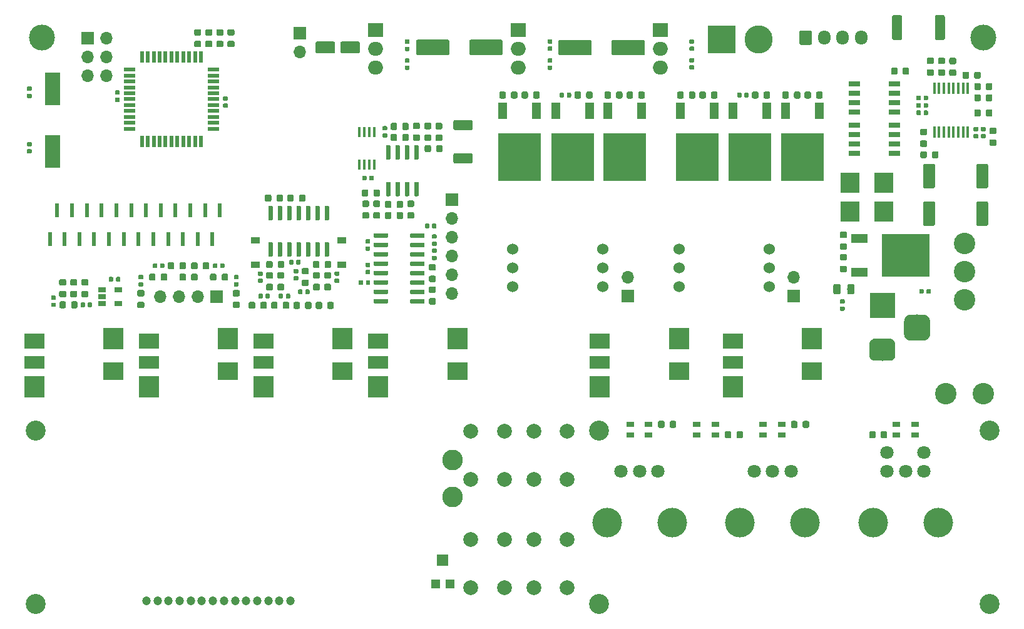
<source format=gts>
G04 #@! TF.GenerationSoftware,KiCad,Pcbnew,(5.1.2)-1*
G04 #@! TF.CreationDate,2019-07-27T13:44:34-05:00*
G04 #@! TF.ProjectId,mk312,6d6b3331-322e-46b6-9963-61645f706362,rev?*
G04 #@! TF.SameCoordinates,Original*
G04 #@! TF.FileFunction,Soldermask,Top*
G04 #@! TF.FilePolarity,Negative*
%FSLAX46Y46*%
G04 Gerber Fmt 4.6, Leading zero omitted, Abs format (unit mm)*
G04 Created by KiCad (PCBNEW (5.1.2)-1) date 2019-07-27 13:44:34*
%MOMM*%
%LPD*%
G04 APERTURE LIST*
%ADD10C,0.100000*%
%ADD11C,1.350000*%
%ADD12R,0.450000X1.500000*%
%ADD13C,0.875000*%
%ADD14O,1.700000X1.950000*%
%ADD15C,1.700000*%
%ADD16C,3.800000*%
%ADD17R,3.800000X3.800000*%
%ADD18R,1.525000X0.700000*%
%ADD19C,0.590000*%
%ADD20C,1.600000*%
%ADD21R,1.000000X0.800000*%
%ADD22C,1.524000*%
%ADD23C,3.500000*%
%ADD24C,2.700000*%
%ADD25C,1.800000*%
%ADD26C,4.000000*%
%ADD27C,2.800000*%
%ADD28C,1.200000*%
%ADD29C,2.000000*%
%ADD30R,1.060000X0.650000*%
%ADD31C,3.000000*%
%ADD32R,3.500000X3.500000*%
%ADD33C,0.600000*%
%ADD34R,5.800000X6.400000*%
%ADD35R,1.200000X2.200000*%
%ADD36O,2.000000X1.905000*%
%ADD37R,2.000000X1.905000*%
%ADD38R,6.400000X5.800000*%
%ADD39R,2.200000X1.200000*%
%ADD40C,2.900000*%
%ADD41R,0.600000X1.850000*%
%ADD42R,1.600000X1.500000*%
%ADD43R,1.200000X1.200000*%
%ADD44C,0.975000*%
%ADD45C,2.100000*%
%ADD46O,1.700000X1.700000*%
%ADD47R,1.700000X1.700000*%
%ADD48R,2.000000X4.500000*%
%ADD49R,1.200000X0.900000*%
%ADD50R,0.550000X1.500000*%
%ADD51R,1.500000X0.550000*%
%ADD52R,0.450000X1.450000*%
%ADD53R,2.500000X2.710000*%
%ADD54R,2.700000X1.800000*%
%ADD55R,2.700000X2.400000*%
%ADD56R,2.700000X2.100000*%
%ADD57R,2.700000X2.900000*%
G04 APERTURE END LIST*
D10*
G36*
X201339505Y-23336204D02*
G01*
X201363773Y-23339804D01*
X201387572Y-23345765D01*
X201410671Y-23354030D01*
X201432850Y-23364520D01*
X201453893Y-23377132D01*
X201473599Y-23391747D01*
X201491777Y-23408223D01*
X201508253Y-23426401D01*
X201522868Y-23446107D01*
X201535480Y-23467150D01*
X201545970Y-23489329D01*
X201554235Y-23512428D01*
X201560196Y-23536227D01*
X201563796Y-23560495D01*
X201565000Y-23584999D01*
X201565000Y-26435001D01*
X201563796Y-26459505D01*
X201560196Y-26483773D01*
X201554235Y-26507572D01*
X201545970Y-26530671D01*
X201535480Y-26552850D01*
X201522868Y-26573893D01*
X201508253Y-26593599D01*
X201491777Y-26611777D01*
X201473599Y-26628253D01*
X201453893Y-26642868D01*
X201432850Y-26655480D01*
X201410671Y-26665970D01*
X201387572Y-26674235D01*
X201363773Y-26680196D01*
X201339505Y-26683796D01*
X201315001Y-26685000D01*
X200464999Y-26685000D01*
X200440495Y-26683796D01*
X200416227Y-26680196D01*
X200392428Y-26674235D01*
X200369329Y-26665970D01*
X200347150Y-26655480D01*
X200326107Y-26642868D01*
X200306401Y-26628253D01*
X200288223Y-26611777D01*
X200271747Y-26593599D01*
X200257132Y-26573893D01*
X200244520Y-26552850D01*
X200234030Y-26530671D01*
X200225765Y-26507572D01*
X200219804Y-26483773D01*
X200216204Y-26459505D01*
X200215000Y-26435001D01*
X200215000Y-23584999D01*
X200216204Y-23560495D01*
X200219804Y-23536227D01*
X200225765Y-23512428D01*
X200234030Y-23489329D01*
X200244520Y-23467150D01*
X200257132Y-23446107D01*
X200271747Y-23426401D01*
X200288223Y-23408223D01*
X200306401Y-23391747D01*
X200326107Y-23377132D01*
X200347150Y-23364520D01*
X200369329Y-23354030D01*
X200392428Y-23345765D01*
X200416227Y-23339804D01*
X200440495Y-23336204D01*
X200464999Y-23335000D01*
X201315001Y-23335000D01*
X201339505Y-23336204D01*
X201339505Y-23336204D01*
G37*
D11*
X200890000Y-25010000D03*
D10*
G36*
X195539505Y-23336204D02*
G01*
X195563773Y-23339804D01*
X195587572Y-23345765D01*
X195610671Y-23354030D01*
X195632850Y-23364520D01*
X195653893Y-23377132D01*
X195673599Y-23391747D01*
X195691777Y-23408223D01*
X195708253Y-23426401D01*
X195722868Y-23446107D01*
X195735480Y-23467150D01*
X195745970Y-23489329D01*
X195754235Y-23512428D01*
X195760196Y-23536227D01*
X195763796Y-23560495D01*
X195765000Y-23584999D01*
X195765000Y-26435001D01*
X195763796Y-26459505D01*
X195760196Y-26483773D01*
X195754235Y-26507572D01*
X195745970Y-26530671D01*
X195735480Y-26552850D01*
X195722868Y-26573893D01*
X195708253Y-26593599D01*
X195691777Y-26611777D01*
X195673599Y-26628253D01*
X195653893Y-26642868D01*
X195632850Y-26655480D01*
X195610671Y-26665970D01*
X195587572Y-26674235D01*
X195563773Y-26680196D01*
X195539505Y-26683796D01*
X195515001Y-26685000D01*
X194664999Y-26685000D01*
X194640495Y-26683796D01*
X194616227Y-26680196D01*
X194592428Y-26674235D01*
X194569329Y-26665970D01*
X194547150Y-26655480D01*
X194526107Y-26642868D01*
X194506401Y-26628253D01*
X194488223Y-26611777D01*
X194471747Y-26593599D01*
X194457132Y-26573893D01*
X194444520Y-26552850D01*
X194434030Y-26530671D01*
X194425765Y-26507572D01*
X194419804Y-26483773D01*
X194416204Y-26459505D01*
X194415000Y-26435001D01*
X194415000Y-23584999D01*
X194416204Y-23560495D01*
X194419804Y-23536227D01*
X194425765Y-23512428D01*
X194434030Y-23489329D01*
X194444520Y-23467150D01*
X194457132Y-23446107D01*
X194471747Y-23426401D01*
X194488223Y-23408223D01*
X194506401Y-23391747D01*
X194526107Y-23377132D01*
X194547150Y-23364520D01*
X194569329Y-23354030D01*
X194592428Y-23345765D01*
X194616227Y-23339804D01*
X194640495Y-23336204D01*
X194664999Y-23335000D01*
X195515001Y-23335000D01*
X195539505Y-23336204D01*
X195539505Y-23336204D01*
G37*
D11*
X195090000Y-25010000D03*
D12*
X200125000Y-33260000D03*
X200775000Y-33260000D03*
X201425000Y-33260000D03*
X202075000Y-33260000D03*
X202725000Y-33260000D03*
X203375000Y-33260000D03*
X204025000Y-33260000D03*
X204675000Y-33260000D03*
X204675000Y-39160000D03*
X204025000Y-39160000D03*
X203375000Y-39160000D03*
X202725000Y-39160000D03*
X202075000Y-39160000D03*
X201425000Y-39160000D03*
X200775000Y-39160000D03*
X200125000Y-39160000D03*
D10*
G36*
X207787691Y-32516053D02*
G01*
X207808926Y-32519203D01*
X207829750Y-32524419D01*
X207849962Y-32531651D01*
X207869368Y-32540830D01*
X207887781Y-32551866D01*
X207905024Y-32564654D01*
X207920930Y-32579070D01*
X207935346Y-32594976D01*
X207948134Y-32612219D01*
X207959170Y-32630632D01*
X207968349Y-32650038D01*
X207975581Y-32670250D01*
X207980797Y-32691074D01*
X207983947Y-32712309D01*
X207985000Y-32733750D01*
X207985000Y-33246250D01*
X207983947Y-33267691D01*
X207980797Y-33288926D01*
X207975581Y-33309750D01*
X207968349Y-33329962D01*
X207959170Y-33349368D01*
X207948134Y-33367781D01*
X207935346Y-33385024D01*
X207920930Y-33400930D01*
X207905024Y-33415346D01*
X207887781Y-33428134D01*
X207869368Y-33439170D01*
X207849962Y-33448349D01*
X207829750Y-33455581D01*
X207808926Y-33460797D01*
X207787691Y-33463947D01*
X207766250Y-33465000D01*
X207328750Y-33465000D01*
X207307309Y-33463947D01*
X207286074Y-33460797D01*
X207265250Y-33455581D01*
X207245038Y-33448349D01*
X207225632Y-33439170D01*
X207207219Y-33428134D01*
X207189976Y-33415346D01*
X207174070Y-33400930D01*
X207159654Y-33385024D01*
X207146866Y-33367781D01*
X207135830Y-33349368D01*
X207126651Y-33329962D01*
X207119419Y-33309750D01*
X207114203Y-33288926D01*
X207111053Y-33267691D01*
X207110000Y-33246250D01*
X207110000Y-32733750D01*
X207111053Y-32712309D01*
X207114203Y-32691074D01*
X207119419Y-32670250D01*
X207126651Y-32650038D01*
X207135830Y-32630632D01*
X207146866Y-32612219D01*
X207159654Y-32594976D01*
X207174070Y-32579070D01*
X207189976Y-32564654D01*
X207207219Y-32551866D01*
X207225632Y-32540830D01*
X207245038Y-32531651D01*
X207265250Y-32524419D01*
X207286074Y-32519203D01*
X207307309Y-32516053D01*
X207328750Y-32515000D01*
X207766250Y-32515000D01*
X207787691Y-32516053D01*
X207787691Y-32516053D01*
G37*
D13*
X207547500Y-32990000D03*
D10*
G36*
X206212691Y-32516053D02*
G01*
X206233926Y-32519203D01*
X206254750Y-32524419D01*
X206274962Y-32531651D01*
X206294368Y-32540830D01*
X206312781Y-32551866D01*
X206330024Y-32564654D01*
X206345930Y-32579070D01*
X206360346Y-32594976D01*
X206373134Y-32612219D01*
X206384170Y-32630632D01*
X206393349Y-32650038D01*
X206400581Y-32670250D01*
X206405797Y-32691074D01*
X206408947Y-32712309D01*
X206410000Y-32733750D01*
X206410000Y-33246250D01*
X206408947Y-33267691D01*
X206405797Y-33288926D01*
X206400581Y-33309750D01*
X206393349Y-33329962D01*
X206384170Y-33349368D01*
X206373134Y-33367781D01*
X206360346Y-33385024D01*
X206345930Y-33400930D01*
X206330024Y-33415346D01*
X206312781Y-33428134D01*
X206294368Y-33439170D01*
X206274962Y-33448349D01*
X206254750Y-33455581D01*
X206233926Y-33460797D01*
X206212691Y-33463947D01*
X206191250Y-33465000D01*
X205753750Y-33465000D01*
X205732309Y-33463947D01*
X205711074Y-33460797D01*
X205690250Y-33455581D01*
X205670038Y-33448349D01*
X205650632Y-33439170D01*
X205632219Y-33428134D01*
X205614976Y-33415346D01*
X205599070Y-33400930D01*
X205584654Y-33385024D01*
X205571866Y-33367781D01*
X205560830Y-33349368D01*
X205551651Y-33329962D01*
X205544419Y-33309750D01*
X205539203Y-33288926D01*
X205536053Y-33267691D01*
X205535000Y-33246250D01*
X205535000Y-32733750D01*
X205536053Y-32712309D01*
X205539203Y-32691074D01*
X205544419Y-32670250D01*
X205551651Y-32650038D01*
X205560830Y-32630632D01*
X205571866Y-32612219D01*
X205584654Y-32594976D01*
X205599070Y-32579070D01*
X205614976Y-32564654D01*
X205632219Y-32551866D01*
X205650632Y-32540830D01*
X205670038Y-32531651D01*
X205690250Y-32524419D01*
X205711074Y-32519203D01*
X205732309Y-32516053D01*
X205753750Y-32515000D01*
X206191250Y-32515000D01*
X206212691Y-32516053D01*
X206212691Y-32516053D01*
G37*
D13*
X205972500Y-32990000D03*
D10*
G36*
X204632691Y-30986053D02*
G01*
X204653926Y-30989203D01*
X204674750Y-30994419D01*
X204694962Y-31001651D01*
X204714368Y-31010830D01*
X204732781Y-31021866D01*
X204750024Y-31034654D01*
X204765930Y-31049070D01*
X204780346Y-31064976D01*
X204793134Y-31082219D01*
X204804170Y-31100632D01*
X204813349Y-31120038D01*
X204820581Y-31140250D01*
X204825797Y-31161074D01*
X204828947Y-31182309D01*
X204830000Y-31203750D01*
X204830000Y-31716250D01*
X204828947Y-31737691D01*
X204825797Y-31758926D01*
X204820581Y-31779750D01*
X204813349Y-31799962D01*
X204804170Y-31819368D01*
X204793134Y-31837781D01*
X204780346Y-31855024D01*
X204765930Y-31870930D01*
X204750024Y-31885346D01*
X204732781Y-31898134D01*
X204714368Y-31909170D01*
X204694962Y-31918349D01*
X204674750Y-31925581D01*
X204653926Y-31930797D01*
X204632691Y-31933947D01*
X204611250Y-31935000D01*
X204173750Y-31935000D01*
X204152309Y-31933947D01*
X204131074Y-31930797D01*
X204110250Y-31925581D01*
X204090038Y-31918349D01*
X204070632Y-31909170D01*
X204052219Y-31898134D01*
X204034976Y-31885346D01*
X204019070Y-31870930D01*
X204004654Y-31855024D01*
X203991866Y-31837781D01*
X203980830Y-31819368D01*
X203971651Y-31799962D01*
X203964419Y-31779750D01*
X203959203Y-31758926D01*
X203956053Y-31737691D01*
X203955000Y-31716250D01*
X203955000Y-31203750D01*
X203956053Y-31182309D01*
X203959203Y-31161074D01*
X203964419Y-31140250D01*
X203971651Y-31120038D01*
X203980830Y-31100632D01*
X203991866Y-31082219D01*
X204004654Y-31064976D01*
X204019070Y-31049070D01*
X204034976Y-31034654D01*
X204052219Y-31021866D01*
X204070632Y-31010830D01*
X204090038Y-31001651D01*
X204110250Y-30994419D01*
X204131074Y-30989203D01*
X204152309Y-30986053D01*
X204173750Y-30985000D01*
X204611250Y-30985000D01*
X204632691Y-30986053D01*
X204632691Y-30986053D01*
G37*
D13*
X204392500Y-31460000D03*
D10*
G36*
X206207691Y-30986053D02*
G01*
X206228926Y-30989203D01*
X206249750Y-30994419D01*
X206269962Y-31001651D01*
X206289368Y-31010830D01*
X206307781Y-31021866D01*
X206325024Y-31034654D01*
X206340930Y-31049070D01*
X206355346Y-31064976D01*
X206368134Y-31082219D01*
X206379170Y-31100632D01*
X206388349Y-31120038D01*
X206395581Y-31140250D01*
X206400797Y-31161074D01*
X206403947Y-31182309D01*
X206405000Y-31203750D01*
X206405000Y-31716250D01*
X206403947Y-31737691D01*
X206400797Y-31758926D01*
X206395581Y-31779750D01*
X206388349Y-31799962D01*
X206379170Y-31819368D01*
X206368134Y-31837781D01*
X206355346Y-31855024D01*
X206340930Y-31870930D01*
X206325024Y-31885346D01*
X206307781Y-31898134D01*
X206289368Y-31909170D01*
X206269962Y-31918349D01*
X206249750Y-31925581D01*
X206228926Y-31930797D01*
X206207691Y-31933947D01*
X206186250Y-31935000D01*
X205748750Y-31935000D01*
X205727309Y-31933947D01*
X205706074Y-31930797D01*
X205685250Y-31925581D01*
X205665038Y-31918349D01*
X205645632Y-31909170D01*
X205627219Y-31898134D01*
X205609976Y-31885346D01*
X205594070Y-31870930D01*
X205579654Y-31855024D01*
X205566866Y-31837781D01*
X205555830Y-31819368D01*
X205546651Y-31799962D01*
X205539419Y-31779750D01*
X205534203Y-31758926D01*
X205531053Y-31737691D01*
X205530000Y-31716250D01*
X205530000Y-31203750D01*
X205531053Y-31182309D01*
X205534203Y-31161074D01*
X205539419Y-31140250D01*
X205546651Y-31120038D01*
X205555830Y-31100632D01*
X205566866Y-31082219D01*
X205579654Y-31064976D01*
X205594070Y-31049070D01*
X205609976Y-31034654D01*
X205627219Y-31021866D01*
X205645632Y-31010830D01*
X205665038Y-31001651D01*
X205685250Y-30994419D01*
X205706074Y-30989203D01*
X205727309Y-30986053D01*
X205748750Y-30985000D01*
X206186250Y-30985000D01*
X206207691Y-30986053D01*
X206207691Y-30986053D01*
G37*
D13*
X205967500Y-31460000D03*
D10*
G36*
X202897691Y-30671053D02*
G01*
X202918926Y-30674203D01*
X202939750Y-30679419D01*
X202959962Y-30686651D01*
X202979368Y-30695830D01*
X202997781Y-30706866D01*
X203015024Y-30719654D01*
X203030930Y-30734070D01*
X203045346Y-30749976D01*
X203058134Y-30767219D01*
X203069170Y-30785632D01*
X203078349Y-30805038D01*
X203085581Y-30825250D01*
X203090797Y-30846074D01*
X203093947Y-30867309D01*
X203095000Y-30888750D01*
X203095000Y-31326250D01*
X203093947Y-31347691D01*
X203090797Y-31368926D01*
X203085581Y-31389750D01*
X203078349Y-31409962D01*
X203069170Y-31429368D01*
X203058134Y-31447781D01*
X203045346Y-31465024D01*
X203030930Y-31480930D01*
X203015024Y-31495346D01*
X202997781Y-31508134D01*
X202979368Y-31519170D01*
X202959962Y-31528349D01*
X202939750Y-31535581D01*
X202918926Y-31540797D01*
X202897691Y-31543947D01*
X202876250Y-31545000D01*
X202363750Y-31545000D01*
X202342309Y-31543947D01*
X202321074Y-31540797D01*
X202300250Y-31535581D01*
X202280038Y-31528349D01*
X202260632Y-31519170D01*
X202242219Y-31508134D01*
X202224976Y-31495346D01*
X202209070Y-31480930D01*
X202194654Y-31465024D01*
X202181866Y-31447781D01*
X202170830Y-31429368D01*
X202161651Y-31409962D01*
X202154419Y-31389750D01*
X202149203Y-31368926D01*
X202146053Y-31347691D01*
X202145000Y-31326250D01*
X202145000Y-30888750D01*
X202146053Y-30867309D01*
X202149203Y-30846074D01*
X202154419Y-30825250D01*
X202161651Y-30805038D01*
X202170830Y-30785632D01*
X202181866Y-30767219D01*
X202194654Y-30749976D01*
X202209070Y-30734070D01*
X202224976Y-30719654D01*
X202242219Y-30706866D01*
X202260632Y-30695830D01*
X202280038Y-30686651D01*
X202300250Y-30679419D01*
X202321074Y-30674203D01*
X202342309Y-30671053D01*
X202363750Y-30670000D01*
X202876250Y-30670000D01*
X202897691Y-30671053D01*
X202897691Y-30671053D01*
G37*
D13*
X202620000Y-31107500D03*
D10*
G36*
X202897691Y-29096053D02*
G01*
X202918926Y-29099203D01*
X202939750Y-29104419D01*
X202959962Y-29111651D01*
X202979368Y-29120830D01*
X202997781Y-29131866D01*
X203015024Y-29144654D01*
X203030930Y-29159070D01*
X203045346Y-29174976D01*
X203058134Y-29192219D01*
X203069170Y-29210632D01*
X203078349Y-29230038D01*
X203085581Y-29250250D01*
X203090797Y-29271074D01*
X203093947Y-29292309D01*
X203095000Y-29313750D01*
X203095000Y-29751250D01*
X203093947Y-29772691D01*
X203090797Y-29793926D01*
X203085581Y-29814750D01*
X203078349Y-29834962D01*
X203069170Y-29854368D01*
X203058134Y-29872781D01*
X203045346Y-29890024D01*
X203030930Y-29905930D01*
X203015024Y-29920346D01*
X202997781Y-29933134D01*
X202979368Y-29944170D01*
X202959962Y-29953349D01*
X202939750Y-29960581D01*
X202918926Y-29965797D01*
X202897691Y-29968947D01*
X202876250Y-29970000D01*
X202363750Y-29970000D01*
X202342309Y-29968947D01*
X202321074Y-29965797D01*
X202300250Y-29960581D01*
X202280038Y-29953349D01*
X202260632Y-29944170D01*
X202242219Y-29933134D01*
X202224976Y-29920346D01*
X202209070Y-29905930D01*
X202194654Y-29890024D01*
X202181866Y-29872781D01*
X202170830Y-29854368D01*
X202161651Y-29834962D01*
X202154419Y-29814750D01*
X202149203Y-29793926D01*
X202146053Y-29772691D01*
X202145000Y-29751250D01*
X202145000Y-29313750D01*
X202146053Y-29292309D01*
X202149203Y-29271074D01*
X202154419Y-29250250D01*
X202161651Y-29230038D01*
X202170830Y-29210632D01*
X202181866Y-29192219D01*
X202194654Y-29174976D01*
X202209070Y-29159070D01*
X202224976Y-29144654D01*
X202242219Y-29131866D01*
X202260632Y-29120830D01*
X202280038Y-29111651D01*
X202300250Y-29104419D01*
X202321074Y-29099203D01*
X202342309Y-29096053D01*
X202363750Y-29095000D01*
X202876250Y-29095000D01*
X202897691Y-29096053D01*
X202897691Y-29096053D01*
G37*
D13*
X202620000Y-29532500D03*
D10*
G36*
X201387691Y-30661053D02*
G01*
X201408926Y-30664203D01*
X201429750Y-30669419D01*
X201449962Y-30676651D01*
X201469368Y-30685830D01*
X201487781Y-30696866D01*
X201505024Y-30709654D01*
X201520930Y-30724070D01*
X201535346Y-30739976D01*
X201548134Y-30757219D01*
X201559170Y-30775632D01*
X201568349Y-30795038D01*
X201575581Y-30815250D01*
X201580797Y-30836074D01*
X201583947Y-30857309D01*
X201585000Y-30878750D01*
X201585000Y-31316250D01*
X201583947Y-31337691D01*
X201580797Y-31358926D01*
X201575581Y-31379750D01*
X201568349Y-31399962D01*
X201559170Y-31419368D01*
X201548134Y-31437781D01*
X201535346Y-31455024D01*
X201520930Y-31470930D01*
X201505024Y-31485346D01*
X201487781Y-31498134D01*
X201469368Y-31509170D01*
X201449962Y-31518349D01*
X201429750Y-31525581D01*
X201408926Y-31530797D01*
X201387691Y-31533947D01*
X201366250Y-31535000D01*
X200853750Y-31535000D01*
X200832309Y-31533947D01*
X200811074Y-31530797D01*
X200790250Y-31525581D01*
X200770038Y-31518349D01*
X200750632Y-31509170D01*
X200732219Y-31498134D01*
X200714976Y-31485346D01*
X200699070Y-31470930D01*
X200684654Y-31455024D01*
X200671866Y-31437781D01*
X200660830Y-31419368D01*
X200651651Y-31399962D01*
X200644419Y-31379750D01*
X200639203Y-31358926D01*
X200636053Y-31337691D01*
X200635000Y-31316250D01*
X200635000Y-30878750D01*
X200636053Y-30857309D01*
X200639203Y-30836074D01*
X200644419Y-30815250D01*
X200651651Y-30795038D01*
X200660830Y-30775632D01*
X200671866Y-30757219D01*
X200684654Y-30739976D01*
X200699070Y-30724070D01*
X200714976Y-30709654D01*
X200732219Y-30696866D01*
X200750632Y-30685830D01*
X200770038Y-30676651D01*
X200790250Y-30669419D01*
X200811074Y-30664203D01*
X200832309Y-30661053D01*
X200853750Y-30660000D01*
X201366250Y-30660000D01*
X201387691Y-30661053D01*
X201387691Y-30661053D01*
G37*
D13*
X201110000Y-31097500D03*
D10*
G36*
X201387691Y-29086053D02*
G01*
X201408926Y-29089203D01*
X201429750Y-29094419D01*
X201449962Y-29101651D01*
X201469368Y-29110830D01*
X201487781Y-29121866D01*
X201505024Y-29134654D01*
X201520930Y-29149070D01*
X201535346Y-29164976D01*
X201548134Y-29182219D01*
X201559170Y-29200632D01*
X201568349Y-29220038D01*
X201575581Y-29240250D01*
X201580797Y-29261074D01*
X201583947Y-29282309D01*
X201585000Y-29303750D01*
X201585000Y-29741250D01*
X201583947Y-29762691D01*
X201580797Y-29783926D01*
X201575581Y-29804750D01*
X201568349Y-29824962D01*
X201559170Y-29844368D01*
X201548134Y-29862781D01*
X201535346Y-29880024D01*
X201520930Y-29895930D01*
X201505024Y-29910346D01*
X201487781Y-29923134D01*
X201469368Y-29934170D01*
X201449962Y-29943349D01*
X201429750Y-29950581D01*
X201408926Y-29955797D01*
X201387691Y-29958947D01*
X201366250Y-29960000D01*
X200853750Y-29960000D01*
X200832309Y-29958947D01*
X200811074Y-29955797D01*
X200790250Y-29950581D01*
X200770038Y-29943349D01*
X200750632Y-29934170D01*
X200732219Y-29923134D01*
X200714976Y-29910346D01*
X200699070Y-29895930D01*
X200684654Y-29880024D01*
X200671866Y-29862781D01*
X200660830Y-29844368D01*
X200651651Y-29824962D01*
X200644419Y-29804750D01*
X200639203Y-29783926D01*
X200636053Y-29762691D01*
X200635000Y-29741250D01*
X200635000Y-29303750D01*
X200636053Y-29282309D01*
X200639203Y-29261074D01*
X200644419Y-29240250D01*
X200651651Y-29220038D01*
X200660830Y-29200632D01*
X200671866Y-29182219D01*
X200684654Y-29164976D01*
X200699070Y-29149070D01*
X200714976Y-29134654D01*
X200732219Y-29121866D01*
X200750632Y-29110830D01*
X200770038Y-29101651D01*
X200790250Y-29094419D01*
X200811074Y-29089203D01*
X200832309Y-29086053D01*
X200853750Y-29085000D01*
X201366250Y-29085000D01*
X201387691Y-29086053D01*
X201387691Y-29086053D01*
G37*
D13*
X201110000Y-29522500D03*
D10*
G36*
X199867691Y-30661053D02*
G01*
X199888926Y-30664203D01*
X199909750Y-30669419D01*
X199929962Y-30676651D01*
X199949368Y-30685830D01*
X199967781Y-30696866D01*
X199985024Y-30709654D01*
X200000930Y-30724070D01*
X200015346Y-30739976D01*
X200028134Y-30757219D01*
X200039170Y-30775632D01*
X200048349Y-30795038D01*
X200055581Y-30815250D01*
X200060797Y-30836074D01*
X200063947Y-30857309D01*
X200065000Y-30878750D01*
X200065000Y-31316250D01*
X200063947Y-31337691D01*
X200060797Y-31358926D01*
X200055581Y-31379750D01*
X200048349Y-31399962D01*
X200039170Y-31419368D01*
X200028134Y-31437781D01*
X200015346Y-31455024D01*
X200000930Y-31470930D01*
X199985024Y-31485346D01*
X199967781Y-31498134D01*
X199949368Y-31509170D01*
X199929962Y-31518349D01*
X199909750Y-31525581D01*
X199888926Y-31530797D01*
X199867691Y-31533947D01*
X199846250Y-31535000D01*
X199333750Y-31535000D01*
X199312309Y-31533947D01*
X199291074Y-31530797D01*
X199270250Y-31525581D01*
X199250038Y-31518349D01*
X199230632Y-31509170D01*
X199212219Y-31498134D01*
X199194976Y-31485346D01*
X199179070Y-31470930D01*
X199164654Y-31455024D01*
X199151866Y-31437781D01*
X199140830Y-31419368D01*
X199131651Y-31399962D01*
X199124419Y-31379750D01*
X199119203Y-31358926D01*
X199116053Y-31337691D01*
X199115000Y-31316250D01*
X199115000Y-30878750D01*
X199116053Y-30857309D01*
X199119203Y-30836074D01*
X199124419Y-30815250D01*
X199131651Y-30795038D01*
X199140830Y-30775632D01*
X199151866Y-30757219D01*
X199164654Y-30739976D01*
X199179070Y-30724070D01*
X199194976Y-30709654D01*
X199212219Y-30696866D01*
X199230632Y-30685830D01*
X199250038Y-30676651D01*
X199270250Y-30669419D01*
X199291074Y-30664203D01*
X199312309Y-30661053D01*
X199333750Y-30660000D01*
X199846250Y-30660000D01*
X199867691Y-30661053D01*
X199867691Y-30661053D01*
G37*
D13*
X199590000Y-31097500D03*
D10*
G36*
X199867691Y-29086053D02*
G01*
X199888926Y-29089203D01*
X199909750Y-29094419D01*
X199929962Y-29101651D01*
X199949368Y-29110830D01*
X199967781Y-29121866D01*
X199985024Y-29134654D01*
X200000930Y-29149070D01*
X200015346Y-29164976D01*
X200028134Y-29182219D01*
X200039170Y-29200632D01*
X200048349Y-29220038D01*
X200055581Y-29240250D01*
X200060797Y-29261074D01*
X200063947Y-29282309D01*
X200065000Y-29303750D01*
X200065000Y-29741250D01*
X200063947Y-29762691D01*
X200060797Y-29783926D01*
X200055581Y-29804750D01*
X200048349Y-29824962D01*
X200039170Y-29844368D01*
X200028134Y-29862781D01*
X200015346Y-29880024D01*
X200000930Y-29895930D01*
X199985024Y-29910346D01*
X199967781Y-29923134D01*
X199949368Y-29934170D01*
X199929962Y-29943349D01*
X199909750Y-29950581D01*
X199888926Y-29955797D01*
X199867691Y-29958947D01*
X199846250Y-29960000D01*
X199333750Y-29960000D01*
X199312309Y-29958947D01*
X199291074Y-29955797D01*
X199270250Y-29950581D01*
X199250038Y-29943349D01*
X199230632Y-29934170D01*
X199212219Y-29923134D01*
X199194976Y-29910346D01*
X199179070Y-29895930D01*
X199164654Y-29880024D01*
X199151866Y-29862781D01*
X199140830Y-29844368D01*
X199131651Y-29824962D01*
X199124419Y-29804750D01*
X199119203Y-29783926D01*
X199116053Y-29762691D01*
X199115000Y-29741250D01*
X199115000Y-29303750D01*
X199116053Y-29282309D01*
X199119203Y-29261074D01*
X199124419Y-29240250D01*
X199131651Y-29220038D01*
X199140830Y-29200632D01*
X199151866Y-29182219D01*
X199164654Y-29164976D01*
X199179070Y-29149070D01*
X199194976Y-29134654D01*
X199212219Y-29121866D01*
X199230632Y-29110830D01*
X199250038Y-29101651D01*
X199270250Y-29094419D01*
X199291074Y-29089203D01*
X199312309Y-29086053D01*
X199333750Y-29085000D01*
X199846250Y-29085000D01*
X199867691Y-29086053D01*
X199867691Y-29086053D01*
G37*
D13*
X199590000Y-29522500D03*
D10*
G36*
X206212691Y-34036053D02*
G01*
X206233926Y-34039203D01*
X206254750Y-34044419D01*
X206274962Y-34051651D01*
X206294368Y-34060830D01*
X206312781Y-34071866D01*
X206330024Y-34084654D01*
X206345930Y-34099070D01*
X206360346Y-34114976D01*
X206373134Y-34132219D01*
X206384170Y-34150632D01*
X206393349Y-34170038D01*
X206400581Y-34190250D01*
X206405797Y-34211074D01*
X206408947Y-34232309D01*
X206410000Y-34253750D01*
X206410000Y-34766250D01*
X206408947Y-34787691D01*
X206405797Y-34808926D01*
X206400581Y-34829750D01*
X206393349Y-34849962D01*
X206384170Y-34869368D01*
X206373134Y-34887781D01*
X206360346Y-34905024D01*
X206345930Y-34920930D01*
X206330024Y-34935346D01*
X206312781Y-34948134D01*
X206294368Y-34959170D01*
X206274962Y-34968349D01*
X206254750Y-34975581D01*
X206233926Y-34980797D01*
X206212691Y-34983947D01*
X206191250Y-34985000D01*
X205753750Y-34985000D01*
X205732309Y-34983947D01*
X205711074Y-34980797D01*
X205690250Y-34975581D01*
X205670038Y-34968349D01*
X205650632Y-34959170D01*
X205632219Y-34948134D01*
X205614976Y-34935346D01*
X205599070Y-34920930D01*
X205584654Y-34905024D01*
X205571866Y-34887781D01*
X205560830Y-34869368D01*
X205551651Y-34849962D01*
X205544419Y-34829750D01*
X205539203Y-34808926D01*
X205536053Y-34787691D01*
X205535000Y-34766250D01*
X205535000Y-34253750D01*
X205536053Y-34232309D01*
X205539203Y-34211074D01*
X205544419Y-34190250D01*
X205551651Y-34170038D01*
X205560830Y-34150632D01*
X205571866Y-34132219D01*
X205584654Y-34114976D01*
X205599070Y-34099070D01*
X205614976Y-34084654D01*
X205632219Y-34071866D01*
X205650632Y-34060830D01*
X205670038Y-34051651D01*
X205690250Y-34044419D01*
X205711074Y-34039203D01*
X205732309Y-34036053D01*
X205753750Y-34035000D01*
X206191250Y-34035000D01*
X206212691Y-34036053D01*
X206212691Y-34036053D01*
G37*
D13*
X205972500Y-34510000D03*
D10*
G36*
X207787691Y-34036053D02*
G01*
X207808926Y-34039203D01*
X207829750Y-34044419D01*
X207849962Y-34051651D01*
X207869368Y-34060830D01*
X207887781Y-34071866D01*
X207905024Y-34084654D01*
X207920930Y-34099070D01*
X207935346Y-34114976D01*
X207948134Y-34132219D01*
X207959170Y-34150632D01*
X207968349Y-34170038D01*
X207975581Y-34190250D01*
X207980797Y-34211074D01*
X207983947Y-34232309D01*
X207985000Y-34253750D01*
X207985000Y-34766250D01*
X207983947Y-34787691D01*
X207980797Y-34808926D01*
X207975581Y-34829750D01*
X207968349Y-34849962D01*
X207959170Y-34869368D01*
X207948134Y-34887781D01*
X207935346Y-34905024D01*
X207920930Y-34920930D01*
X207905024Y-34935346D01*
X207887781Y-34948134D01*
X207869368Y-34959170D01*
X207849962Y-34968349D01*
X207829750Y-34975581D01*
X207808926Y-34980797D01*
X207787691Y-34983947D01*
X207766250Y-34985000D01*
X207328750Y-34985000D01*
X207307309Y-34983947D01*
X207286074Y-34980797D01*
X207265250Y-34975581D01*
X207245038Y-34968349D01*
X207225632Y-34959170D01*
X207207219Y-34948134D01*
X207189976Y-34935346D01*
X207174070Y-34920930D01*
X207159654Y-34905024D01*
X207146866Y-34887781D01*
X207135830Y-34869368D01*
X207126651Y-34849962D01*
X207119419Y-34829750D01*
X207114203Y-34808926D01*
X207111053Y-34787691D01*
X207110000Y-34766250D01*
X207110000Y-34253750D01*
X207111053Y-34232309D01*
X207114203Y-34211074D01*
X207119419Y-34190250D01*
X207126651Y-34170038D01*
X207135830Y-34150632D01*
X207146866Y-34132219D01*
X207159654Y-34114976D01*
X207174070Y-34099070D01*
X207189976Y-34084654D01*
X207207219Y-34071866D01*
X207225632Y-34060830D01*
X207245038Y-34051651D01*
X207265250Y-34044419D01*
X207286074Y-34039203D01*
X207307309Y-34036053D01*
X207328750Y-34035000D01*
X207766250Y-34035000D01*
X207787691Y-34036053D01*
X207787691Y-34036053D01*
G37*
D13*
X207547500Y-34510000D03*
D10*
G36*
X196527691Y-30426053D02*
G01*
X196548926Y-30429203D01*
X196569750Y-30434419D01*
X196589962Y-30441651D01*
X196609368Y-30450830D01*
X196627781Y-30461866D01*
X196645024Y-30474654D01*
X196660930Y-30489070D01*
X196675346Y-30504976D01*
X196688134Y-30522219D01*
X196699170Y-30540632D01*
X196708349Y-30560038D01*
X196715581Y-30580250D01*
X196720797Y-30601074D01*
X196723947Y-30622309D01*
X196725000Y-30643750D01*
X196725000Y-31156250D01*
X196723947Y-31177691D01*
X196720797Y-31198926D01*
X196715581Y-31219750D01*
X196708349Y-31239962D01*
X196699170Y-31259368D01*
X196688134Y-31277781D01*
X196675346Y-31295024D01*
X196660930Y-31310930D01*
X196645024Y-31325346D01*
X196627781Y-31338134D01*
X196609368Y-31349170D01*
X196589962Y-31358349D01*
X196569750Y-31365581D01*
X196548926Y-31370797D01*
X196527691Y-31373947D01*
X196506250Y-31375000D01*
X196068750Y-31375000D01*
X196047309Y-31373947D01*
X196026074Y-31370797D01*
X196005250Y-31365581D01*
X195985038Y-31358349D01*
X195965632Y-31349170D01*
X195947219Y-31338134D01*
X195929976Y-31325346D01*
X195914070Y-31310930D01*
X195899654Y-31295024D01*
X195886866Y-31277781D01*
X195875830Y-31259368D01*
X195866651Y-31239962D01*
X195859419Y-31219750D01*
X195854203Y-31198926D01*
X195851053Y-31177691D01*
X195850000Y-31156250D01*
X195850000Y-30643750D01*
X195851053Y-30622309D01*
X195854203Y-30601074D01*
X195859419Y-30580250D01*
X195866651Y-30560038D01*
X195875830Y-30540632D01*
X195886866Y-30522219D01*
X195899654Y-30504976D01*
X195914070Y-30489070D01*
X195929976Y-30474654D01*
X195947219Y-30461866D01*
X195965632Y-30450830D01*
X195985038Y-30441651D01*
X196005250Y-30434419D01*
X196026074Y-30429203D01*
X196047309Y-30426053D01*
X196068750Y-30425000D01*
X196506250Y-30425000D01*
X196527691Y-30426053D01*
X196527691Y-30426053D01*
G37*
D13*
X196287500Y-30900000D03*
D10*
G36*
X194952691Y-30426053D02*
G01*
X194973926Y-30429203D01*
X194994750Y-30434419D01*
X195014962Y-30441651D01*
X195034368Y-30450830D01*
X195052781Y-30461866D01*
X195070024Y-30474654D01*
X195085930Y-30489070D01*
X195100346Y-30504976D01*
X195113134Y-30522219D01*
X195124170Y-30540632D01*
X195133349Y-30560038D01*
X195140581Y-30580250D01*
X195145797Y-30601074D01*
X195148947Y-30622309D01*
X195150000Y-30643750D01*
X195150000Y-31156250D01*
X195148947Y-31177691D01*
X195145797Y-31198926D01*
X195140581Y-31219750D01*
X195133349Y-31239962D01*
X195124170Y-31259368D01*
X195113134Y-31277781D01*
X195100346Y-31295024D01*
X195085930Y-31310930D01*
X195070024Y-31325346D01*
X195052781Y-31338134D01*
X195034368Y-31349170D01*
X195014962Y-31358349D01*
X194994750Y-31365581D01*
X194973926Y-31370797D01*
X194952691Y-31373947D01*
X194931250Y-31375000D01*
X194493750Y-31375000D01*
X194472309Y-31373947D01*
X194451074Y-31370797D01*
X194430250Y-31365581D01*
X194410038Y-31358349D01*
X194390632Y-31349170D01*
X194372219Y-31338134D01*
X194354976Y-31325346D01*
X194339070Y-31310930D01*
X194324654Y-31295024D01*
X194311866Y-31277781D01*
X194300830Y-31259368D01*
X194291651Y-31239962D01*
X194284419Y-31219750D01*
X194279203Y-31198926D01*
X194276053Y-31177691D01*
X194275000Y-31156250D01*
X194275000Y-30643750D01*
X194276053Y-30622309D01*
X194279203Y-30601074D01*
X194284419Y-30580250D01*
X194291651Y-30560038D01*
X194300830Y-30540632D01*
X194311866Y-30522219D01*
X194324654Y-30504976D01*
X194339070Y-30489070D01*
X194354976Y-30474654D01*
X194372219Y-30461866D01*
X194390632Y-30450830D01*
X194410038Y-30441651D01*
X194430250Y-30434419D01*
X194451074Y-30429203D01*
X194472309Y-30426053D01*
X194493750Y-30425000D01*
X194931250Y-30425000D01*
X194952691Y-30426053D01*
X194952691Y-30426053D01*
G37*
D13*
X194712500Y-30900000D03*
D10*
G36*
X198967691Y-38706053D02*
G01*
X198988926Y-38709203D01*
X199009750Y-38714419D01*
X199029962Y-38721651D01*
X199049368Y-38730830D01*
X199067781Y-38741866D01*
X199085024Y-38754654D01*
X199100930Y-38769070D01*
X199115346Y-38784976D01*
X199128134Y-38802219D01*
X199139170Y-38820632D01*
X199148349Y-38840038D01*
X199155581Y-38860250D01*
X199160797Y-38881074D01*
X199163947Y-38902309D01*
X199165000Y-38923750D01*
X199165000Y-39361250D01*
X199163947Y-39382691D01*
X199160797Y-39403926D01*
X199155581Y-39424750D01*
X199148349Y-39444962D01*
X199139170Y-39464368D01*
X199128134Y-39482781D01*
X199115346Y-39500024D01*
X199100930Y-39515930D01*
X199085024Y-39530346D01*
X199067781Y-39543134D01*
X199049368Y-39554170D01*
X199029962Y-39563349D01*
X199009750Y-39570581D01*
X198988926Y-39575797D01*
X198967691Y-39578947D01*
X198946250Y-39580000D01*
X198433750Y-39580000D01*
X198412309Y-39578947D01*
X198391074Y-39575797D01*
X198370250Y-39570581D01*
X198350038Y-39563349D01*
X198330632Y-39554170D01*
X198312219Y-39543134D01*
X198294976Y-39530346D01*
X198279070Y-39515930D01*
X198264654Y-39500024D01*
X198251866Y-39482781D01*
X198240830Y-39464368D01*
X198231651Y-39444962D01*
X198224419Y-39424750D01*
X198219203Y-39403926D01*
X198216053Y-39382691D01*
X198215000Y-39361250D01*
X198215000Y-38923750D01*
X198216053Y-38902309D01*
X198219203Y-38881074D01*
X198224419Y-38860250D01*
X198231651Y-38840038D01*
X198240830Y-38820632D01*
X198251866Y-38802219D01*
X198264654Y-38784976D01*
X198279070Y-38769070D01*
X198294976Y-38754654D01*
X198312219Y-38741866D01*
X198330632Y-38730830D01*
X198350038Y-38721651D01*
X198370250Y-38714419D01*
X198391074Y-38709203D01*
X198412309Y-38706053D01*
X198433750Y-38705000D01*
X198946250Y-38705000D01*
X198967691Y-38706053D01*
X198967691Y-38706053D01*
G37*
D13*
X198690000Y-39142500D03*
D10*
G36*
X198967691Y-40281053D02*
G01*
X198988926Y-40284203D01*
X199009750Y-40289419D01*
X199029962Y-40296651D01*
X199049368Y-40305830D01*
X199067781Y-40316866D01*
X199085024Y-40329654D01*
X199100930Y-40344070D01*
X199115346Y-40359976D01*
X199128134Y-40377219D01*
X199139170Y-40395632D01*
X199148349Y-40415038D01*
X199155581Y-40435250D01*
X199160797Y-40456074D01*
X199163947Y-40477309D01*
X199165000Y-40498750D01*
X199165000Y-40936250D01*
X199163947Y-40957691D01*
X199160797Y-40978926D01*
X199155581Y-40999750D01*
X199148349Y-41019962D01*
X199139170Y-41039368D01*
X199128134Y-41057781D01*
X199115346Y-41075024D01*
X199100930Y-41090930D01*
X199085024Y-41105346D01*
X199067781Y-41118134D01*
X199049368Y-41129170D01*
X199029962Y-41138349D01*
X199009750Y-41145581D01*
X198988926Y-41150797D01*
X198967691Y-41153947D01*
X198946250Y-41155000D01*
X198433750Y-41155000D01*
X198412309Y-41153947D01*
X198391074Y-41150797D01*
X198370250Y-41145581D01*
X198350038Y-41138349D01*
X198330632Y-41129170D01*
X198312219Y-41118134D01*
X198294976Y-41105346D01*
X198279070Y-41090930D01*
X198264654Y-41075024D01*
X198251866Y-41057781D01*
X198240830Y-41039368D01*
X198231651Y-41019962D01*
X198224419Y-40999750D01*
X198219203Y-40978926D01*
X198216053Y-40957691D01*
X198215000Y-40936250D01*
X198215000Y-40498750D01*
X198216053Y-40477309D01*
X198219203Y-40456074D01*
X198224419Y-40435250D01*
X198231651Y-40415038D01*
X198240830Y-40395632D01*
X198251866Y-40377219D01*
X198264654Y-40359976D01*
X198279070Y-40344070D01*
X198294976Y-40329654D01*
X198312219Y-40316866D01*
X198330632Y-40305830D01*
X198350038Y-40296651D01*
X198370250Y-40289419D01*
X198391074Y-40284203D01*
X198412309Y-40281053D01*
X198433750Y-40280000D01*
X198946250Y-40280000D01*
X198967691Y-40281053D01*
X198967691Y-40281053D01*
G37*
D13*
X198690000Y-40717500D03*
D10*
G36*
X208337691Y-40131053D02*
G01*
X208358926Y-40134203D01*
X208379750Y-40139419D01*
X208399962Y-40146651D01*
X208419368Y-40155830D01*
X208437781Y-40166866D01*
X208455024Y-40179654D01*
X208470930Y-40194070D01*
X208485346Y-40209976D01*
X208498134Y-40227219D01*
X208509170Y-40245632D01*
X208518349Y-40265038D01*
X208525581Y-40285250D01*
X208530797Y-40306074D01*
X208533947Y-40327309D01*
X208535000Y-40348750D01*
X208535000Y-40786250D01*
X208533947Y-40807691D01*
X208530797Y-40828926D01*
X208525581Y-40849750D01*
X208518349Y-40869962D01*
X208509170Y-40889368D01*
X208498134Y-40907781D01*
X208485346Y-40925024D01*
X208470930Y-40940930D01*
X208455024Y-40955346D01*
X208437781Y-40968134D01*
X208419368Y-40979170D01*
X208399962Y-40988349D01*
X208379750Y-40995581D01*
X208358926Y-41000797D01*
X208337691Y-41003947D01*
X208316250Y-41005000D01*
X207803750Y-41005000D01*
X207782309Y-41003947D01*
X207761074Y-41000797D01*
X207740250Y-40995581D01*
X207720038Y-40988349D01*
X207700632Y-40979170D01*
X207682219Y-40968134D01*
X207664976Y-40955346D01*
X207649070Y-40940930D01*
X207634654Y-40925024D01*
X207621866Y-40907781D01*
X207610830Y-40889368D01*
X207601651Y-40869962D01*
X207594419Y-40849750D01*
X207589203Y-40828926D01*
X207586053Y-40807691D01*
X207585000Y-40786250D01*
X207585000Y-40348750D01*
X207586053Y-40327309D01*
X207589203Y-40306074D01*
X207594419Y-40285250D01*
X207601651Y-40265038D01*
X207610830Y-40245632D01*
X207621866Y-40227219D01*
X207634654Y-40209976D01*
X207649070Y-40194070D01*
X207664976Y-40179654D01*
X207682219Y-40166866D01*
X207700632Y-40155830D01*
X207720038Y-40146651D01*
X207740250Y-40139419D01*
X207761074Y-40134203D01*
X207782309Y-40131053D01*
X207803750Y-40130000D01*
X208316250Y-40130000D01*
X208337691Y-40131053D01*
X208337691Y-40131053D01*
G37*
D13*
X208060000Y-40567500D03*
D10*
G36*
X208337691Y-38556053D02*
G01*
X208358926Y-38559203D01*
X208379750Y-38564419D01*
X208399962Y-38571651D01*
X208419368Y-38580830D01*
X208437781Y-38591866D01*
X208455024Y-38604654D01*
X208470930Y-38619070D01*
X208485346Y-38634976D01*
X208498134Y-38652219D01*
X208509170Y-38670632D01*
X208518349Y-38690038D01*
X208525581Y-38710250D01*
X208530797Y-38731074D01*
X208533947Y-38752309D01*
X208535000Y-38773750D01*
X208535000Y-39211250D01*
X208533947Y-39232691D01*
X208530797Y-39253926D01*
X208525581Y-39274750D01*
X208518349Y-39294962D01*
X208509170Y-39314368D01*
X208498134Y-39332781D01*
X208485346Y-39350024D01*
X208470930Y-39365930D01*
X208455024Y-39380346D01*
X208437781Y-39393134D01*
X208419368Y-39404170D01*
X208399962Y-39413349D01*
X208379750Y-39420581D01*
X208358926Y-39425797D01*
X208337691Y-39428947D01*
X208316250Y-39430000D01*
X207803750Y-39430000D01*
X207782309Y-39428947D01*
X207761074Y-39425797D01*
X207740250Y-39420581D01*
X207720038Y-39413349D01*
X207700632Y-39404170D01*
X207682219Y-39393134D01*
X207664976Y-39380346D01*
X207649070Y-39365930D01*
X207634654Y-39350024D01*
X207621866Y-39332781D01*
X207610830Y-39314368D01*
X207601651Y-39294962D01*
X207594419Y-39274750D01*
X207589203Y-39253926D01*
X207586053Y-39232691D01*
X207585000Y-39211250D01*
X207585000Y-38773750D01*
X207586053Y-38752309D01*
X207589203Y-38731074D01*
X207594419Y-38710250D01*
X207601651Y-38690038D01*
X207610830Y-38670632D01*
X207621866Y-38652219D01*
X207634654Y-38634976D01*
X207649070Y-38619070D01*
X207664976Y-38604654D01*
X207682219Y-38591866D01*
X207700632Y-38580830D01*
X207720038Y-38571651D01*
X207740250Y-38564419D01*
X207761074Y-38559203D01*
X207782309Y-38556053D01*
X207803750Y-38555000D01*
X208316250Y-38555000D01*
X208337691Y-38556053D01*
X208337691Y-38556053D01*
G37*
D13*
X208060000Y-38992500D03*
D10*
G36*
X200497691Y-41736053D02*
G01*
X200518926Y-41739203D01*
X200539750Y-41744419D01*
X200559962Y-41751651D01*
X200579368Y-41760830D01*
X200597781Y-41771866D01*
X200615024Y-41784654D01*
X200630930Y-41799070D01*
X200645346Y-41814976D01*
X200658134Y-41832219D01*
X200669170Y-41850632D01*
X200678349Y-41870038D01*
X200685581Y-41890250D01*
X200690797Y-41911074D01*
X200693947Y-41932309D01*
X200695000Y-41953750D01*
X200695000Y-42466250D01*
X200693947Y-42487691D01*
X200690797Y-42508926D01*
X200685581Y-42529750D01*
X200678349Y-42549962D01*
X200669170Y-42569368D01*
X200658134Y-42587781D01*
X200645346Y-42605024D01*
X200630930Y-42620930D01*
X200615024Y-42635346D01*
X200597781Y-42648134D01*
X200579368Y-42659170D01*
X200559962Y-42668349D01*
X200539750Y-42675581D01*
X200518926Y-42680797D01*
X200497691Y-42683947D01*
X200476250Y-42685000D01*
X200038750Y-42685000D01*
X200017309Y-42683947D01*
X199996074Y-42680797D01*
X199975250Y-42675581D01*
X199955038Y-42668349D01*
X199935632Y-42659170D01*
X199917219Y-42648134D01*
X199899976Y-42635346D01*
X199884070Y-42620930D01*
X199869654Y-42605024D01*
X199856866Y-42587781D01*
X199845830Y-42569368D01*
X199836651Y-42549962D01*
X199829419Y-42529750D01*
X199824203Y-42508926D01*
X199821053Y-42487691D01*
X199820000Y-42466250D01*
X199820000Y-41953750D01*
X199821053Y-41932309D01*
X199824203Y-41911074D01*
X199829419Y-41890250D01*
X199836651Y-41870038D01*
X199845830Y-41850632D01*
X199856866Y-41832219D01*
X199869654Y-41814976D01*
X199884070Y-41799070D01*
X199899976Y-41784654D01*
X199917219Y-41771866D01*
X199935632Y-41760830D01*
X199955038Y-41751651D01*
X199975250Y-41744419D01*
X199996074Y-41739203D01*
X200017309Y-41736053D01*
X200038750Y-41735000D01*
X200476250Y-41735000D01*
X200497691Y-41736053D01*
X200497691Y-41736053D01*
G37*
D13*
X200257500Y-42210000D03*
D10*
G36*
X198922691Y-41736053D02*
G01*
X198943926Y-41739203D01*
X198964750Y-41744419D01*
X198984962Y-41751651D01*
X199004368Y-41760830D01*
X199022781Y-41771866D01*
X199040024Y-41784654D01*
X199055930Y-41799070D01*
X199070346Y-41814976D01*
X199083134Y-41832219D01*
X199094170Y-41850632D01*
X199103349Y-41870038D01*
X199110581Y-41890250D01*
X199115797Y-41911074D01*
X199118947Y-41932309D01*
X199120000Y-41953750D01*
X199120000Y-42466250D01*
X199118947Y-42487691D01*
X199115797Y-42508926D01*
X199110581Y-42529750D01*
X199103349Y-42549962D01*
X199094170Y-42569368D01*
X199083134Y-42587781D01*
X199070346Y-42605024D01*
X199055930Y-42620930D01*
X199040024Y-42635346D01*
X199022781Y-42648134D01*
X199004368Y-42659170D01*
X198984962Y-42668349D01*
X198964750Y-42675581D01*
X198943926Y-42680797D01*
X198922691Y-42683947D01*
X198901250Y-42685000D01*
X198463750Y-42685000D01*
X198442309Y-42683947D01*
X198421074Y-42680797D01*
X198400250Y-42675581D01*
X198380038Y-42668349D01*
X198360632Y-42659170D01*
X198342219Y-42648134D01*
X198324976Y-42635346D01*
X198309070Y-42620930D01*
X198294654Y-42605024D01*
X198281866Y-42587781D01*
X198270830Y-42569368D01*
X198261651Y-42549962D01*
X198254419Y-42529750D01*
X198249203Y-42508926D01*
X198246053Y-42487691D01*
X198245000Y-42466250D01*
X198245000Y-41953750D01*
X198246053Y-41932309D01*
X198249203Y-41911074D01*
X198254419Y-41890250D01*
X198261651Y-41870038D01*
X198270830Y-41850632D01*
X198281866Y-41832219D01*
X198294654Y-41814976D01*
X198309070Y-41799070D01*
X198324976Y-41784654D01*
X198342219Y-41771866D01*
X198360632Y-41760830D01*
X198380038Y-41751651D01*
X198400250Y-41744419D01*
X198421074Y-41739203D01*
X198442309Y-41736053D01*
X198463750Y-41735000D01*
X198901250Y-41735000D01*
X198922691Y-41736053D01*
X198922691Y-41736053D01*
G37*
D13*
X198682500Y-42210000D03*
D14*
X190240000Y-26380000D03*
X187740000Y-26380000D03*
X185240000Y-26380000D03*
D10*
G36*
X183364504Y-25406204D02*
G01*
X183388773Y-25409804D01*
X183412571Y-25415765D01*
X183435671Y-25424030D01*
X183457849Y-25434520D01*
X183478893Y-25447133D01*
X183498598Y-25461747D01*
X183516777Y-25478223D01*
X183533253Y-25496402D01*
X183547867Y-25516107D01*
X183560480Y-25537151D01*
X183570970Y-25559329D01*
X183579235Y-25582429D01*
X183585196Y-25606227D01*
X183588796Y-25630496D01*
X183590000Y-25655000D01*
X183590000Y-27105000D01*
X183588796Y-27129504D01*
X183585196Y-27153773D01*
X183579235Y-27177571D01*
X183570970Y-27200671D01*
X183560480Y-27222849D01*
X183547867Y-27243893D01*
X183533253Y-27263598D01*
X183516777Y-27281777D01*
X183498598Y-27298253D01*
X183478893Y-27312867D01*
X183457849Y-27325480D01*
X183435671Y-27335970D01*
X183412571Y-27344235D01*
X183388773Y-27350196D01*
X183364504Y-27353796D01*
X183340000Y-27355000D01*
X182140000Y-27355000D01*
X182115496Y-27353796D01*
X182091227Y-27350196D01*
X182067429Y-27344235D01*
X182044329Y-27335970D01*
X182022151Y-27325480D01*
X182001107Y-27312867D01*
X181981402Y-27298253D01*
X181963223Y-27281777D01*
X181946747Y-27263598D01*
X181932133Y-27243893D01*
X181919520Y-27222849D01*
X181909030Y-27200671D01*
X181900765Y-27177571D01*
X181894804Y-27153773D01*
X181891204Y-27129504D01*
X181890000Y-27105000D01*
X181890000Y-25655000D01*
X181891204Y-25630496D01*
X181894804Y-25606227D01*
X181900765Y-25582429D01*
X181909030Y-25559329D01*
X181919520Y-25537151D01*
X181932133Y-25516107D01*
X181946747Y-25496402D01*
X181963223Y-25478223D01*
X181981402Y-25461747D01*
X182001107Y-25447133D01*
X182022151Y-25434520D01*
X182044329Y-25424030D01*
X182067429Y-25415765D01*
X182091227Y-25409804D01*
X182115496Y-25406204D01*
X182140000Y-25405000D01*
X183340000Y-25405000D01*
X183364504Y-25406204D01*
X183364504Y-25406204D01*
G37*
D15*
X182740000Y-26380000D03*
D16*
X176360000Y-26650000D03*
D17*
X171360000Y-26650000D03*
D18*
X189298000Y-36415000D03*
X189298000Y-35145000D03*
X189298000Y-33875000D03*
X189298000Y-32605000D03*
X194722000Y-32605000D03*
X194722000Y-33875000D03*
X194722000Y-35145000D03*
X194722000Y-36415000D03*
X189298000Y-42045000D03*
X189298000Y-40775000D03*
X189298000Y-39505000D03*
X189298000Y-38235000D03*
X194722000Y-38235000D03*
X194722000Y-39505000D03*
X194722000Y-40775000D03*
X194722000Y-42045000D03*
D10*
G36*
X207787691Y-36086053D02*
G01*
X207808926Y-36089203D01*
X207829750Y-36094419D01*
X207849962Y-36101651D01*
X207869368Y-36110830D01*
X207887781Y-36121866D01*
X207905024Y-36134654D01*
X207920930Y-36149070D01*
X207935346Y-36164976D01*
X207948134Y-36182219D01*
X207959170Y-36200632D01*
X207968349Y-36220038D01*
X207975581Y-36240250D01*
X207980797Y-36261074D01*
X207983947Y-36282309D01*
X207985000Y-36303750D01*
X207985000Y-36816250D01*
X207983947Y-36837691D01*
X207980797Y-36858926D01*
X207975581Y-36879750D01*
X207968349Y-36899962D01*
X207959170Y-36919368D01*
X207948134Y-36937781D01*
X207935346Y-36955024D01*
X207920930Y-36970930D01*
X207905024Y-36985346D01*
X207887781Y-36998134D01*
X207869368Y-37009170D01*
X207849962Y-37018349D01*
X207829750Y-37025581D01*
X207808926Y-37030797D01*
X207787691Y-37033947D01*
X207766250Y-37035000D01*
X207328750Y-37035000D01*
X207307309Y-37033947D01*
X207286074Y-37030797D01*
X207265250Y-37025581D01*
X207245038Y-37018349D01*
X207225632Y-37009170D01*
X207207219Y-36998134D01*
X207189976Y-36985346D01*
X207174070Y-36970930D01*
X207159654Y-36955024D01*
X207146866Y-36937781D01*
X207135830Y-36919368D01*
X207126651Y-36899962D01*
X207119419Y-36879750D01*
X207114203Y-36858926D01*
X207111053Y-36837691D01*
X207110000Y-36816250D01*
X207110000Y-36303750D01*
X207111053Y-36282309D01*
X207114203Y-36261074D01*
X207119419Y-36240250D01*
X207126651Y-36220038D01*
X207135830Y-36200632D01*
X207146866Y-36182219D01*
X207159654Y-36164976D01*
X207174070Y-36149070D01*
X207189976Y-36134654D01*
X207207219Y-36121866D01*
X207225632Y-36110830D01*
X207245038Y-36101651D01*
X207265250Y-36094419D01*
X207286074Y-36089203D01*
X207307309Y-36086053D01*
X207328750Y-36085000D01*
X207766250Y-36085000D01*
X207787691Y-36086053D01*
X207787691Y-36086053D01*
G37*
D13*
X207547500Y-36560000D03*
D10*
G36*
X206212691Y-36086053D02*
G01*
X206233926Y-36089203D01*
X206254750Y-36094419D01*
X206274962Y-36101651D01*
X206294368Y-36110830D01*
X206312781Y-36121866D01*
X206330024Y-36134654D01*
X206345930Y-36149070D01*
X206360346Y-36164976D01*
X206373134Y-36182219D01*
X206384170Y-36200632D01*
X206393349Y-36220038D01*
X206400581Y-36240250D01*
X206405797Y-36261074D01*
X206408947Y-36282309D01*
X206410000Y-36303750D01*
X206410000Y-36816250D01*
X206408947Y-36837691D01*
X206405797Y-36858926D01*
X206400581Y-36879750D01*
X206393349Y-36899962D01*
X206384170Y-36919368D01*
X206373134Y-36937781D01*
X206360346Y-36955024D01*
X206345930Y-36970930D01*
X206330024Y-36985346D01*
X206312781Y-36998134D01*
X206294368Y-37009170D01*
X206274962Y-37018349D01*
X206254750Y-37025581D01*
X206233926Y-37030797D01*
X206212691Y-37033947D01*
X206191250Y-37035000D01*
X205753750Y-37035000D01*
X205732309Y-37033947D01*
X205711074Y-37030797D01*
X205690250Y-37025581D01*
X205670038Y-37018349D01*
X205650632Y-37009170D01*
X205632219Y-36998134D01*
X205614976Y-36985346D01*
X205599070Y-36970930D01*
X205584654Y-36955024D01*
X205571866Y-36937781D01*
X205560830Y-36919368D01*
X205551651Y-36899962D01*
X205544419Y-36879750D01*
X205539203Y-36858926D01*
X205536053Y-36837691D01*
X205535000Y-36816250D01*
X205535000Y-36303750D01*
X205536053Y-36282309D01*
X205539203Y-36261074D01*
X205544419Y-36240250D01*
X205551651Y-36220038D01*
X205560830Y-36200632D01*
X205571866Y-36182219D01*
X205584654Y-36164976D01*
X205599070Y-36149070D01*
X205614976Y-36134654D01*
X205632219Y-36121866D01*
X205650632Y-36110830D01*
X205670038Y-36101651D01*
X205690250Y-36094419D01*
X205711074Y-36089203D01*
X205732309Y-36086053D01*
X205753750Y-36085000D01*
X206191250Y-36085000D01*
X206212691Y-36086053D01*
X206212691Y-36086053D01*
G37*
D13*
X205972500Y-36560000D03*
D10*
G36*
X199136958Y-36220710D02*
G01*
X199151276Y-36222834D01*
X199165317Y-36226351D01*
X199178946Y-36231228D01*
X199192031Y-36237417D01*
X199204447Y-36244858D01*
X199216073Y-36253481D01*
X199226798Y-36263202D01*
X199236519Y-36273927D01*
X199245142Y-36285553D01*
X199252583Y-36297969D01*
X199258772Y-36311054D01*
X199263649Y-36324683D01*
X199267166Y-36338724D01*
X199269290Y-36353042D01*
X199270000Y-36367500D01*
X199270000Y-36712500D01*
X199269290Y-36726958D01*
X199267166Y-36741276D01*
X199263649Y-36755317D01*
X199258772Y-36768946D01*
X199252583Y-36782031D01*
X199245142Y-36794447D01*
X199236519Y-36806073D01*
X199226798Y-36816798D01*
X199216073Y-36826519D01*
X199204447Y-36835142D01*
X199192031Y-36842583D01*
X199178946Y-36848772D01*
X199165317Y-36853649D01*
X199151276Y-36857166D01*
X199136958Y-36859290D01*
X199122500Y-36860000D01*
X198827500Y-36860000D01*
X198813042Y-36859290D01*
X198798724Y-36857166D01*
X198784683Y-36853649D01*
X198771054Y-36848772D01*
X198757969Y-36842583D01*
X198745553Y-36835142D01*
X198733927Y-36826519D01*
X198723202Y-36816798D01*
X198713481Y-36806073D01*
X198704858Y-36794447D01*
X198697417Y-36782031D01*
X198691228Y-36768946D01*
X198686351Y-36755317D01*
X198682834Y-36741276D01*
X198680710Y-36726958D01*
X198680000Y-36712500D01*
X198680000Y-36367500D01*
X198680710Y-36353042D01*
X198682834Y-36338724D01*
X198686351Y-36324683D01*
X198691228Y-36311054D01*
X198697417Y-36297969D01*
X198704858Y-36285553D01*
X198713481Y-36273927D01*
X198723202Y-36263202D01*
X198733927Y-36253481D01*
X198745553Y-36244858D01*
X198757969Y-36237417D01*
X198771054Y-36231228D01*
X198784683Y-36226351D01*
X198798724Y-36222834D01*
X198813042Y-36220710D01*
X198827500Y-36220000D01*
X199122500Y-36220000D01*
X199136958Y-36220710D01*
X199136958Y-36220710D01*
G37*
D19*
X198975000Y-36540000D03*
D10*
G36*
X198166958Y-36220710D02*
G01*
X198181276Y-36222834D01*
X198195317Y-36226351D01*
X198208946Y-36231228D01*
X198222031Y-36237417D01*
X198234447Y-36244858D01*
X198246073Y-36253481D01*
X198256798Y-36263202D01*
X198266519Y-36273927D01*
X198275142Y-36285553D01*
X198282583Y-36297969D01*
X198288772Y-36311054D01*
X198293649Y-36324683D01*
X198297166Y-36338724D01*
X198299290Y-36353042D01*
X198300000Y-36367500D01*
X198300000Y-36712500D01*
X198299290Y-36726958D01*
X198297166Y-36741276D01*
X198293649Y-36755317D01*
X198288772Y-36768946D01*
X198282583Y-36782031D01*
X198275142Y-36794447D01*
X198266519Y-36806073D01*
X198256798Y-36816798D01*
X198246073Y-36826519D01*
X198234447Y-36835142D01*
X198222031Y-36842583D01*
X198208946Y-36848772D01*
X198195317Y-36853649D01*
X198181276Y-36857166D01*
X198166958Y-36859290D01*
X198152500Y-36860000D01*
X197857500Y-36860000D01*
X197843042Y-36859290D01*
X197828724Y-36857166D01*
X197814683Y-36853649D01*
X197801054Y-36848772D01*
X197787969Y-36842583D01*
X197775553Y-36835142D01*
X197763927Y-36826519D01*
X197753202Y-36816798D01*
X197743481Y-36806073D01*
X197734858Y-36794447D01*
X197727417Y-36782031D01*
X197721228Y-36768946D01*
X197716351Y-36755317D01*
X197712834Y-36741276D01*
X197710710Y-36726958D01*
X197710000Y-36712500D01*
X197710000Y-36367500D01*
X197710710Y-36353042D01*
X197712834Y-36338724D01*
X197716351Y-36324683D01*
X197721228Y-36311054D01*
X197727417Y-36297969D01*
X197734858Y-36285553D01*
X197743481Y-36273927D01*
X197753202Y-36263202D01*
X197763927Y-36253481D01*
X197775553Y-36244858D01*
X197787969Y-36237417D01*
X197801054Y-36231228D01*
X197814683Y-36226351D01*
X197828724Y-36222834D01*
X197843042Y-36220710D01*
X197857500Y-36220000D01*
X198152500Y-36220000D01*
X198166958Y-36220710D01*
X198166958Y-36220710D01*
G37*
D19*
X198005000Y-36540000D03*
D10*
G36*
X199136958Y-35220710D02*
G01*
X199151276Y-35222834D01*
X199165317Y-35226351D01*
X199178946Y-35231228D01*
X199192031Y-35237417D01*
X199204447Y-35244858D01*
X199216073Y-35253481D01*
X199226798Y-35263202D01*
X199236519Y-35273927D01*
X199245142Y-35285553D01*
X199252583Y-35297969D01*
X199258772Y-35311054D01*
X199263649Y-35324683D01*
X199267166Y-35338724D01*
X199269290Y-35353042D01*
X199270000Y-35367500D01*
X199270000Y-35712500D01*
X199269290Y-35726958D01*
X199267166Y-35741276D01*
X199263649Y-35755317D01*
X199258772Y-35768946D01*
X199252583Y-35782031D01*
X199245142Y-35794447D01*
X199236519Y-35806073D01*
X199226798Y-35816798D01*
X199216073Y-35826519D01*
X199204447Y-35835142D01*
X199192031Y-35842583D01*
X199178946Y-35848772D01*
X199165317Y-35853649D01*
X199151276Y-35857166D01*
X199136958Y-35859290D01*
X199122500Y-35860000D01*
X198827500Y-35860000D01*
X198813042Y-35859290D01*
X198798724Y-35857166D01*
X198784683Y-35853649D01*
X198771054Y-35848772D01*
X198757969Y-35842583D01*
X198745553Y-35835142D01*
X198733927Y-35826519D01*
X198723202Y-35816798D01*
X198713481Y-35806073D01*
X198704858Y-35794447D01*
X198697417Y-35782031D01*
X198691228Y-35768946D01*
X198686351Y-35755317D01*
X198682834Y-35741276D01*
X198680710Y-35726958D01*
X198680000Y-35712500D01*
X198680000Y-35367500D01*
X198680710Y-35353042D01*
X198682834Y-35338724D01*
X198686351Y-35324683D01*
X198691228Y-35311054D01*
X198697417Y-35297969D01*
X198704858Y-35285553D01*
X198713481Y-35273927D01*
X198723202Y-35263202D01*
X198733927Y-35253481D01*
X198745553Y-35244858D01*
X198757969Y-35237417D01*
X198771054Y-35231228D01*
X198784683Y-35226351D01*
X198798724Y-35222834D01*
X198813042Y-35220710D01*
X198827500Y-35220000D01*
X199122500Y-35220000D01*
X199136958Y-35220710D01*
X199136958Y-35220710D01*
G37*
D19*
X198975000Y-35540000D03*
D10*
G36*
X198166958Y-35220710D02*
G01*
X198181276Y-35222834D01*
X198195317Y-35226351D01*
X198208946Y-35231228D01*
X198222031Y-35237417D01*
X198234447Y-35244858D01*
X198246073Y-35253481D01*
X198256798Y-35263202D01*
X198266519Y-35273927D01*
X198275142Y-35285553D01*
X198282583Y-35297969D01*
X198288772Y-35311054D01*
X198293649Y-35324683D01*
X198297166Y-35338724D01*
X198299290Y-35353042D01*
X198300000Y-35367500D01*
X198300000Y-35712500D01*
X198299290Y-35726958D01*
X198297166Y-35741276D01*
X198293649Y-35755317D01*
X198288772Y-35768946D01*
X198282583Y-35782031D01*
X198275142Y-35794447D01*
X198266519Y-35806073D01*
X198256798Y-35816798D01*
X198246073Y-35826519D01*
X198234447Y-35835142D01*
X198222031Y-35842583D01*
X198208946Y-35848772D01*
X198195317Y-35853649D01*
X198181276Y-35857166D01*
X198166958Y-35859290D01*
X198152500Y-35860000D01*
X197857500Y-35860000D01*
X197843042Y-35859290D01*
X197828724Y-35857166D01*
X197814683Y-35853649D01*
X197801054Y-35848772D01*
X197787969Y-35842583D01*
X197775553Y-35835142D01*
X197763927Y-35826519D01*
X197753202Y-35816798D01*
X197743481Y-35806073D01*
X197734858Y-35794447D01*
X197727417Y-35782031D01*
X197721228Y-35768946D01*
X197716351Y-35755317D01*
X197712834Y-35741276D01*
X197710710Y-35726958D01*
X197710000Y-35712500D01*
X197710000Y-35367500D01*
X197710710Y-35353042D01*
X197712834Y-35338724D01*
X197716351Y-35324683D01*
X197721228Y-35311054D01*
X197727417Y-35297969D01*
X197734858Y-35285553D01*
X197743481Y-35273927D01*
X197753202Y-35263202D01*
X197763927Y-35253481D01*
X197775553Y-35244858D01*
X197787969Y-35237417D01*
X197801054Y-35231228D01*
X197814683Y-35226351D01*
X197828724Y-35222834D01*
X197843042Y-35220710D01*
X197857500Y-35220000D01*
X198152500Y-35220000D01*
X198166958Y-35220710D01*
X198166958Y-35220710D01*
G37*
D19*
X198005000Y-35540000D03*
D10*
G36*
X199136958Y-34220710D02*
G01*
X199151276Y-34222834D01*
X199165317Y-34226351D01*
X199178946Y-34231228D01*
X199192031Y-34237417D01*
X199204447Y-34244858D01*
X199216073Y-34253481D01*
X199226798Y-34263202D01*
X199236519Y-34273927D01*
X199245142Y-34285553D01*
X199252583Y-34297969D01*
X199258772Y-34311054D01*
X199263649Y-34324683D01*
X199267166Y-34338724D01*
X199269290Y-34353042D01*
X199270000Y-34367500D01*
X199270000Y-34712500D01*
X199269290Y-34726958D01*
X199267166Y-34741276D01*
X199263649Y-34755317D01*
X199258772Y-34768946D01*
X199252583Y-34782031D01*
X199245142Y-34794447D01*
X199236519Y-34806073D01*
X199226798Y-34816798D01*
X199216073Y-34826519D01*
X199204447Y-34835142D01*
X199192031Y-34842583D01*
X199178946Y-34848772D01*
X199165317Y-34853649D01*
X199151276Y-34857166D01*
X199136958Y-34859290D01*
X199122500Y-34860000D01*
X198827500Y-34860000D01*
X198813042Y-34859290D01*
X198798724Y-34857166D01*
X198784683Y-34853649D01*
X198771054Y-34848772D01*
X198757969Y-34842583D01*
X198745553Y-34835142D01*
X198733927Y-34826519D01*
X198723202Y-34816798D01*
X198713481Y-34806073D01*
X198704858Y-34794447D01*
X198697417Y-34782031D01*
X198691228Y-34768946D01*
X198686351Y-34755317D01*
X198682834Y-34741276D01*
X198680710Y-34726958D01*
X198680000Y-34712500D01*
X198680000Y-34367500D01*
X198680710Y-34353042D01*
X198682834Y-34338724D01*
X198686351Y-34324683D01*
X198691228Y-34311054D01*
X198697417Y-34297969D01*
X198704858Y-34285553D01*
X198713481Y-34273927D01*
X198723202Y-34263202D01*
X198733927Y-34253481D01*
X198745553Y-34244858D01*
X198757969Y-34237417D01*
X198771054Y-34231228D01*
X198784683Y-34226351D01*
X198798724Y-34222834D01*
X198813042Y-34220710D01*
X198827500Y-34220000D01*
X199122500Y-34220000D01*
X199136958Y-34220710D01*
X199136958Y-34220710D01*
G37*
D19*
X198975000Y-34540000D03*
D10*
G36*
X198166958Y-34220710D02*
G01*
X198181276Y-34222834D01*
X198195317Y-34226351D01*
X198208946Y-34231228D01*
X198222031Y-34237417D01*
X198234447Y-34244858D01*
X198246073Y-34253481D01*
X198256798Y-34263202D01*
X198266519Y-34273927D01*
X198275142Y-34285553D01*
X198282583Y-34297969D01*
X198288772Y-34311054D01*
X198293649Y-34324683D01*
X198297166Y-34338724D01*
X198299290Y-34353042D01*
X198300000Y-34367500D01*
X198300000Y-34712500D01*
X198299290Y-34726958D01*
X198297166Y-34741276D01*
X198293649Y-34755317D01*
X198288772Y-34768946D01*
X198282583Y-34782031D01*
X198275142Y-34794447D01*
X198266519Y-34806073D01*
X198256798Y-34816798D01*
X198246073Y-34826519D01*
X198234447Y-34835142D01*
X198222031Y-34842583D01*
X198208946Y-34848772D01*
X198195317Y-34853649D01*
X198181276Y-34857166D01*
X198166958Y-34859290D01*
X198152500Y-34860000D01*
X197857500Y-34860000D01*
X197843042Y-34859290D01*
X197828724Y-34857166D01*
X197814683Y-34853649D01*
X197801054Y-34848772D01*
X197787969Y-34842583D01*
X197775553Y-34835142D01*
X197763927Y-34826519D01*
X197753202Y-34816798D01*
X197743481Y-34806073D01*
X197734858Y-34794447D01*
X197727417Y-34782031D01*
X197721228Y-34768946D01*
X197716351Y-34755317D01*
X197712834Y-34741276D01*
X197710710Y-34726958D01*
X197710000Y-34712500D01*
X197710000Y-34367500D01*
X197710710Y-34353042D01*
X197712834Y-34338724D01*
X197716351Y-34324683D01*
X197721228Y-34311054D01*
X197727417Y-34297969D01*
X197734858Y-34285553D01*
X197743481Y-34273927D01*
X197753202Y-34263202D01*
X197763927Y-34253481D01*
X197775553Y-34244858D01*
X197787969Y-34237417D01*
X197801054Y-34231228D01*
X197814683Y-34226351D01*
X197828724Y-34222834D01*
X197843042Y-34220710D01*
X197857500Y-34220000D01*
X198152500Y-34220000D01*
X198166958Y-34220710D01*
X198166958Y-34220710D01*
G37*
D19*
X198005000Y-34540000D03*
D10*
G36*
X205946958Y-38450710D02*
G01*
X205961276Y-38452834D01*
X205975317Y-38456351D01*
X205988946Y-38461228D01*
X206002031Y-38467417D01*
X206014447Y-38474858D01*
X206026073Y-38483481D01*
X206036798Y-38493202D01*
X206046519Y-38503927D01*
X206055142Y-38515553D01*
X206062583Y-38527969D01*
X206068772Y-38541054D01*
X206073649Y-38554683D01*
X206077166Y-38568724D01*
X206079290Y-38583042D01*
X206080000Y-38597500D01*
X206080000Y-38892500D01*
X206079290Y-38906958D01*
X206077166Y-38921276D01*
X206073649Y-38935317D01*
X206068772Y-38948946D01*
X206062583Y-38962031D01*
X206055142Y-38974447D01*
X206046519Y-38986073D01*
X206036798Y-38996798D01*
X206026073Y-39006519D01*
X206014447Y-39015142D01*
X206002031Y-39022583D01*
X205988946Y-39028772D01*
X205975317Y-39033649D01*
X205961276Y-39037166D01*
X205946958Y-39039290D01*
X205932500Y-39040000D01*
X205587500Y-39040000D01*
X205573042Y-39039290D01*
X205558724Y-39037166D01*
X205544683Y-39033649D01*
X205531054Y-39028772D01*
X205517969Y-39022583D01*
X205505553Y-39015142D01*
X205493927Y-39006519D01*
X205483202Y-38996798D01*
X205473481Y-38986073D01*
X205464858Y-38974447D01*
X205457417Y-38962031D01*
X205451228Y-38948946D01*
X205446351Y-38935317D01*
X205442834Y-38921276D01*
X205440710Y-38906958D01*
X205440000Y-38892500D01*
X205440000Y-38597500D01*
X205440710Y-38583042D01*
X205442834Y-38568724D01*
X205446351Y-38554683D01*
X205451228Y-38541054D01*
X205457417Y-38527969D01*
X205464858Y-38515553D01*
X205473481Y-38503927D01*
X205483202Y-38493202D01*
X205493927Y-38483481D01*
X205505553Y-38474858D01*
X205517969Y-38467417D01*
X205531054Y-38461228D01*
X205544683Y-38456351D01*
X205558724Y-38452834D01*
X205573042Y-38450710D01*
X205587500Y-38450000D01*
X205932500Y-38450000D01*
X205946958Y-38450710D01*
X205946958Y-38450710D01*
G37*
D19*
X205760000Y-38745000D03*
D10*
G36*
X205946958Y-39420710D02*
G01*
X205961276Y-39422834D01*
X205975317Y-39426351D01*
X205988946Y-39431228D01*
X206002031Y-39437417D01*
X206014447Y-39444858D01*
X206026073Y-39453481D01*
X206036798Y-39463202D01*
X206046519Y-39473927D01*
X206055142Y-39485553D01*
X206062583Y-39497969D01*
X206068772Y-39511054D01*
X206073649Y-39524683D01*
X206077166Y-39538724D01*
X206079290Y-39553042D01*
X206080000Y-39567500D01*
X206080000Y-39862500D01*
X206079290Y-39876958D01*
X206077166Y-39891276D01*
X206073649Y-39905317D01*
X206068772Y-39918946D01*
X206062583Y-39932031D01*
X206055142Y-39944447D01*
X206046519Y-39956073D01*
X206036798Y-39966798D01*
X206026073Y-39976519D01*
X206014447Y-39985142D01*
X206002031Y-39992583D01*
X205988946Y-39998772D01*
X205975317Y-40003649D01*
X205961276Y-40007166D01*
X205946958Y-40009290D01*
X205932500Y-40010000D01*
X205587500Y-40010000D01*
X205573042Y-40009290D01*
X205558724Y-40007166D01*
X205544683Y-40003649D01*
X205531054Y-39998772D01*
X205517969Y-39992583D01*
X205505553Y-39985142D01*
X205493927Y-39976519D01*
X205483202Y-39966798D01*
X205473481Y-39956073D01*
X205464858Y-39944447D01*
X205457417Y-39932031D01*
X205451228Y-39918946D01*
X205446351Y-39905317D01*
X205442834Y-39891276D01*
X205440710Y-39876958D01*
X205440000Y-39862500D01*
X205440000Y-39567500D01*
X205440710Y-39553042D01*
X205442834Y-39538724D01*
X205446351Y-39524683D01*
X205451228Y-39511054D01*
X205457417Y-39497969D01*
X205464858Y-39485553D01*
X205473481Y-39473927D01*
X205483202Y-39463202D01*
X205493927Y-39453481D01*
X205505553Y-39444858D01*
X205517969Y-39437417D01*
X205531054Y-39431228D01*
X205544683Y-39426351D01*
X205558724Y-39422834D01*
X205573042Y-39420710D01*
X205587500Y-39420000D01*
X205932500Y-39420000D01*
X205946958Y-39420710D01*
X205946958Y-39420710D01*
G37*
D19*
X205760000Y-39715000D03*
D10*
G36*
X206946958Y-38450710D02*
G01*
X206961276Y-38452834D01*
X206975317Y-38456351D01*
X206988946Y-38461228D01*
X207002031Y-38467417D01*
X207014447Y-38474858D01*
X207026073Y-38483481D01*
X207036798Y-38493202D01*
X207046519Y-38503927D01*
X207055142Y-38515553D01*
X207062583Y-38527969D01*
X207068772Y-38541054D01*
X207073649Y-38554683D01*
X207077166Y-38568724D01*
X207079290Y-38583042D01*
X207080000Y-38597500D01*
X207080000Y-38892500D01*
X207079290Y-38906958D01*
X207077166Y-38921276D01*
X207073649Y-38935317D01*
X207068772Y-38948946D01*
X207062583Y-38962031D01*
X207055142Y-38974447D01*
X207046519Y-38986073D01*
X207036798Y-38996798D01*
X207026073Y-39006519D01*
X207014447Y-39015142D01*
X207002031Y-39022583D01*
X206988946Y-39028772D01*
X206975317Y-39033649D01*
X206961276Y-39037166D01*
X206946958Y-39039290D01*
X206932500Y-39040000D01*
X206587500Y-39040000D01*
X206573042Y-39039290D01*
X206558724Y-39037166D01*
X206544683Y-39033649D01*
X206531054Y-39028772D01*
X206517969Y-39022583D01*
X206505553Y-39015142D01*
X206493927Y-39006519D01*
X206483202Y-38996798D01*
X206473481Y-38986073D01*
X206464858Y-38974447D01*
X206457417Y-38962031D01*
X206451228Y-38948946D01*
X206446351Y-38935317D01*
X206442834Y-38921276D01*
X206440710Y-38906958D01*
X206440000Y-38892500D01*
X206440000Y-38597500D01*
X206440710Y-38583042D01*
X206442834Y-38568724D01*
X206446351Y-38554683D01*
X206451228Y-38541054D01*
X206457417Y-38527969D01*
X206464858Y-38515553D01*
X206473481Y-38503927D01*
X206483202Y-38493202D01*
X206493927Y-38483481D01*
X206505553Y-38474858D01*
X206517969Y-38467417D01*
X206531054Y-38461228D01*
X206544683Y-38456351D01*
X206558724Y-38452834D01*
X206573042Y-38450710D01*
X206587500Y-38450000D01*
X206932500Y-38450000D01*
X206946958Y-38450710D01*
X206946958Y-38450710D01*
G37*
D19*
X206760000Y-38745000D03*
D10*
G36*
X206946958Y-39420710D02*
G01*
X206961276Y-39422834D01*
X206975317Y-39426351D01*
X206988946Y-39431228D01*
X207002031Y-39437417D01*
X207014447Y-39444858D01*
X207026073Y-39453481D01*
X207036798Y-39463202D01*
X207046519Y-39473927D01*
X207055142Y-39485553D01*
X207062583Y-39497969D01*
X207068772Y-39511054D01*
X207073649Y-39524683D01*
X207077166Y-39538724D01*
X207079290Y-39553042D01*
X207080000Y-39567500D01*
X207080000Y-39862500D01*
X207079290Y-39876958D01*
X207077166Y-39891276D01*
X207073649Y-39905317D01*
X207068772Y-39918946D01*
X207062583Y-39932031D01*
X207055142Y-39944447D01*
X207046519Y-39956073D01*
X207036798Y-39966798D01*
X207026073Y-39976519D01*
X207014447Y-39985142D01*
X207002031Y-39992583D01*
X206988946Y-39998772D01*
X206975317Y-40003649D01*
X206961276Y-40007166D01*
X206946958Y-40009290D01*
X206932500Y-40010000D01*
X206587500Y-40010000D01*
X206573042Y-40009290D01*
X206558724Y-40007166D01*
X206544683Y-40003649D01*
X206531054Y-39998772D01*
X206517969Y-39992583D01*
X206505553Y-39985142D01*
X206493927Y-39976519D01*
X206483202Y-39966798D01*
X206473481Y-39956073D01*
X206464858Y-39944447D01*
X206457417Y-39932031D01*
X206451228Y-39918946D01*
X206446351Y-39905317D01*
X206442834Y-39891276D01*
X206440710Y-39876958D01*
X206440000Y-39862500D01*
X206440000Y-39567500D01*
X206440710Y-39553042D01*
X206442834Y-39538724D01*
X206446351Y-39524683D01*
X206451228Y-39511054D01*
X206457417Y-39497969D01*
X206464858Y-39485553D01*
X206473481Y-39473927D01*
X206483202Y-39463202D01*
X206493927Y-39453481D01*
X206505553Y-39444858D01*
X206517969Y-39437417D01*
X206531054Y-39431228D01*
X206544683Y-39426351D01*
X206558724Y-39422834D01*
X206573042Y-39420710D01*
X206587500Y-39420000D01*
X206932500Y-39420000D01*
X206946958Y-39420710D01*
X206946958Y-39420710D01*
G37*
D19*
X206760000Y-39715000D03*
D10*
G36*
X207184504Y-43441204D02*
G01*
X207208773Y-43444804D01*
X207232571Y-43450765D01*
X207255671Y-43459030D01*
X207277849Y-43469520D01*
X207298893Y-43482133D01*
X207318598Y-43496747D01*
X207336777Y-43513223D01*
X207353253Y-43531402D01*
X207367867Y-43551107D01*
X207380480Y-43572151D01*
X207390970Y-43594329D01*
X207399235Y-43617429D01*
X207405196Y-43641227D01*
X207408796Y-43665496D01*
X207410000Y-43690000D01*
X207410000Y-46515000D01*
X207408796Y-46539504D01*
X207405196Y-46563773D01*
X207399235Y-46587571D01*
X207390970Y-46610671D01*
X207380480Y-46632849D01*
X207367867Y-46653893D01*
X207353253Y-46673598D01*
X207336777Y-46691777D01*
X207318598Y-46708253D01*
X207298893Y-46722867D01*
X207277849Y-46735480D01*
X207255671Y-46745970D01*
X207232571Y-46754235D01*
X207208773Y-46760196D01*
X207184504Y-46763796D01*
X207160000Y-46765000D01*
X206060000Y-46765000D01*
X206035496Y-46763796D01*
X206011227Y-46760196D01*
X205987429Y-46754235D01*
X205964329Y-46745970D01*
X205942151Y-46735480D01*
X205921107Y-46722867D01*
X205901402Y-46708253D01*
X205883223Y-46691777D01*
X205866747Y-46673598D01*
X205852133Y-46653893D01*
X205839520Y-46632849D01*
X205829030Y-46610671D01*
X205820765Y-46587571D01*
X205814804Y-46563773D01*
X205811204Y-46539504D01*
X205810000Y-46515000D01*
X205810000Y-43690000D01*
X205811204Y-43665496D01*
X205814804Y-43641227D01*
X205820765Y-43617429D01*
X205829030Y-43594329D01*
X205839520Y-43572151D01*
X205852133Y-43551107D01*
X205866747Y-43531402D01*
X205883223Y-43513223D01*
X205901402Y-43496747D01*
X205921107Y-43482133D01*
X205942151Y-43469520D01*
X205964329Y-43459030D01*
X205987429Y-43450765D01*
X206011227Y-43444804D01*
X206035496Y-43441204D01*
X206060000Y-43440000D01*
X207160000Y-43440000D01*
X207184504Y-43441204D01*
X207184504Y-43441204D01*
G37*
D20*
X206610000Y-45102500D03*
D10*
G36*
X207184504Y-48516204D02*
G01*
X207208773Y-48519804D01*
X207232571Y-48525765D01*
X207255671Y-48534030D01*
X207277849Y-48544520D01*
X207298893Y-48557133D01*
X207318598Y-48571747D01*
X207336777Y-48588223D01*
X207353253Y-48606402D01*
X207367867Y-48626107D01*
X207380480Y-48647151D01*
X207390970Y-48669329D01*
X207399235Y-48692429D01*
X207405196Y-48716227D01*
X207408796Y-48740496D01*
X207410000Y-48765000D01*
X207410000Y-51590000D01*
X207408796Y-51614504D01*
X207405196Y-51638773D01*
X207399235Y-51662571D01*
X207390970Y-51685671D01*
X207380480Y-51707849D01*
X207367867Y-51728893D01*
X207353253Y-51748598D01*
X207336777Y-51766777D01*
X207318598Y-51783253D01*
X207298893Y-51797867D01*
X207277849Y-51810480D01*
X207255671Y-51820970D01*
X207232571Y-51829235D01*
X207208773Y-51835196D01*
X207184504Y-51838796D01*
X207160000Y-51840000D01*
X206060000Y-51840000D01*
X206035496Y-51838796D01*
X206011227Y-51835196D01*
X205987429Y-51829235D01*
X205964329Y-51820970D01*
X205942151Y-51810480D01*
X205921107Y-51797867D01*
X205901402Y-51783253D01*
X205883223Y-51766777D01*
X205866747Y-51748598D01*
X205852133Y-51728893D01*
X205839520Y-51707849D01*
X205829030Y-51685671D01*
X205820765Y-51662571D01*
X205814804Y-51638773D01*
X205811204Y-51614504D01*
X205810000Y-51590000D01*
X205810000Y-48765000D01*
X205811204Y-48740496D01*
X205814804Y-48716227D01*
X205820765Y-48692429D01*
X205829030Y-48669329D01*
X205839520Y-48647151D01*
X205852133Y-48626107D01*
X205866747Y-48606402D01*
X205883223Y-48588223D01*
X205901402Y-48571747D01*
X205921107Y-48557133D01*
X205942151Y-48544520D01*
X205964329Y-48534030D01*
X205987429Y-48525765D01*
X206011227Y-48519804D01*
X206035496Y-48516204D01*
X206060000Y-48515000D01*
X207160000Y-48515000D01*
X207184504Y-48516204D01*
X207184504Y-48516204D01*
G37*
D20*
X206610000Y-50177500D03*
D10*
G36*
X199994504Y-43441204D02*
G01*
X200018773Y-43444804D01*
X200042571Y-43450765D01*
X200065671Y-43459030D01*
X200087849Y-43469520D01*
X200108893Y-43482133D01*
X200128598Y-43496747D01*
X200146777Y-43513223D01*
X200163253Y-43531402D01*
X200177867Y-43551107D01*
X200190480Y-43572151D01*
X200200970Y-43594329D01*
X200209235Y-43617429D01*
X200215196Y-43641227D01*
X200218796Y-43665496D01*
X200220000Y-43690000D01*
X200220000Y-46515000D01*
X200218796Y-46539504D01*
X200215196Y-46563773D01*
X200209235Y-46587571D01*
X200200970Y-46610671D01*
X200190480Y-46632849D01*
X200177867Y-46653893D01*
X200163253Y-46673598D01*
X200146777Y-46691777D01*
X200128598Y-46708253D01*
X200108893Y-46722867D01*
X200087849Y-46735480D01*
X200065671Y-46745970D01*
X200042571Y-46754235D01*
X200018773Y-46760196D01*
X199994504Y-46763796D01*
X199970000Y-46765000D01*
X198870000Y-46765000D01*
X198845496Y-46763796D01*
X198821227Y-46760196D01*
X198797429Y-46754235D01*
X198774329Y-46745970D01*
X198752151Y-46735480D01*
X198731107Y-46722867D01*
X198711402Y-46708253D01*
X198693223Y-46691777D01*
X198676747Y-46673598D01*
X198662133Y-46653893D01*
X198649520Y-46632849D01*
X198639030Y-46610671D01*
X198630765Y-46587571D01*
X198624804Y-46563773D01*
X198621204Y-46539504D01*
X198620000Y-46515000D01*
X198620000Y-43690000D01*
X198621204Y-43665496D01*
X198624804Y-43641227D01*
X198630765Y-43617429D01*
X198639030Y-43594329D01*
X198649520Y-43572151D01*
X198662133Y-43551107D01*
X198676747Y-43531402D01*
X198693223Y-43513223D01*
X198711402Y-43496747D01*
X198731107Y-43482133D01*
X198752151Y-43469520D01*
X198774329Y-43459030D01*
X198797429Y-43450765D01*
X198821227Y-43444804D01*
X198845496Y-43441204D01*
X198870000Y-43440000D01*
X199970000Y-43440000D01*
X199994504Y-43441204D01*
X199994504Y-43441204D01*
G37*
D20*
X199420000Y-45102500D03*
D10*
G36*
X199994504Y-48516204D02*
G01*
X200018773Y-48519804D01*
X200042571Y-48525765D01*
X200065671Y-48534030D01*
X200087849Y-48544520D01*
X200108893Y-48557133D01*
X200128598Y-48571747D01*
X200146777Y-48588223D01*
X200163253Y-48606402D01*
X200177867Y-48626107D01*
X200190480Y-48647151D01*
X200200970Y-48669329D01*
X200209235Y-48692429D01*
X200215196Y-48716227D01*
X200218796Y-48740496D01*
X200220000Y-48765000D01*
X200220000Y-51590000D01*
X200218796Y-51614504D01*
X200215196Y-51638773D01*
X200209235Y-51662571D01*
X200200970Y-51685671D01*
X200190480Y-51707849D01*
X200177867Y-51728893D01*
X200163253Y-51748598D01*
X200146777Y-51766777D01*
X200128598Y-51783253D01*
X200108893Y-51797867D01*
X200087849Y-51810480D01*
X200065671Y-51820970D01*
X200042571Y-51829235D01*
X200018773Y-51835196D01*
X199994504Y-51838796D01*
X199970000Y-51840000D01*
X198870000Y-51840000D01*
X198845496Y-51838796D01*
X198821227Y-51835196D01*
X198797429Y-51829235D01*
X198774329Y-51820970D01*
X198752151Y-51810480D01*
X198731107Y-51797867D01*
X198711402Y-51783253D01*
X198693223Y-51766777D01*
X198676747Y-51748598D01*
X198662133Y-51728893D01*
X198649520Y-51707849D01*
X198639030Y-51685671D01*
X198630765Y-51662571D01*
X198624804Y-51638773D01*
X198621204Y-51614504D01*
X198620000Y-51590000D01*
X198620000Y-48765000D01*
X198621204Y-48740496D01*
X198624804Y-48716227D01*
X198630765Y-48692429D01*
X198639030Y-48669329D01*
X198649520Y-48647151D01*
X198662133Y-48626107D01*
X198676747Y-48606402D01*
X198693223Y-48588223D01*
X198711402Y-48571747D01*
X198731107Y-48557133D01*
X198752151Y-48544520D01*
X198774329Y-48534030D01*
X198797429Y-48525765D01*
X198821227Y-48519804D01*
X198845496Y-48516204D01*
X198870000Y-48515000D01*
X199970000Y-48515000D01*
X199994504Y-48516204D01*
X199994504Y-48516204D01*
G37*
D20*
X199420000Y-50177500D03*
D21*
X170500000Y-80100000D03*
X168000000Y-80100000D03*
X168000000Y-78700000D03*
X170500000Y-78700000D03*
X161500000Y-80100000D03*
X159000000Y-80100000D03*
X159000000Y-78700000D03*
X161500000Y-78700000D03*
X179500000Y-80100000D03*
X177000000Y-80100000D03*
X177000000Y-78700000D03*
X179500000Y-78700000D03*
X195000000Y-78700000D03*
X197500000Y-78700000D03*
X197500000Y-80100000D03*
X195000000Y-80100000D03*
D22*
X143104000Y-60040000D03*
X143104000Y-57500000D03*
X143104000Y-54960000D03*
X155296000Y-54960000D03*
X155296000Y-57500000D03*
X155296000Y-60040000D03*
D23*
X206770000Y-26330000D03*
X79430000Y-26330000D03*
D24*
X207650000Y-79500000D03*
X207650000Y-103000000D03*
X154750000Y-103000000D03*
X78600000Y-103000000D03*
X154750000Y-79500000D03*
X78600000Y-79500000D03*
D25*
X193750000Y-82500000D03*
X198750000Y-82500000D03*
X198750000Y-85000000D03*
X196250000Y-85000000D03*
X193750000Y-85000000D03*
D26*
X200650000Y-92000000D03*
X191850000Y-92000000D03*
X173850000Y-92000000D03*
X182650000Y-92000000D03*
D25*
X175750000Y-85000000D03*
X178250000Y-85000000D03*
X180750000Y-85000000D03*
D26*
X155850000Y-92000000D03*
X164650000Y-92000000D03*
D25*
X157750000Y-85000000D03*
X160250000Y-85000000D03*
X162750000Y-85000000D03*
D27*
X134950000Y-88500000D03*
X134950000Y-83500000D03*
D28*
X93550000Y-102550000D03*
X95050000Y-102550000D03*
X96550000Y-102550000D03*
X98050000Y-102550000D03*
X99550000Y-102550000D03*
X101050000Y-102550000D03*
X102550000Y-102550000D03*
X104050000Y-102550000D03*
X105550000Y-102550000D03*
X107050000Y-102550000D03*
X108550000Y-102550000D03*
X110050000Y-102550000D03*
X111550000Y-102550000D03*
X113050000Y-102550000D03*
D29*
X137450000Y-79600000D03*
X137450000Y-86100000D03*
X141950000Y-79600000D03*
X141950000Y-86100000D03*
X150450000Y-86100000D03*
X150450000Y-79600000D03*
X145950000Y-86100000D03*
X145950000Y-79600000D03*
X137450000Y-94250000D03*
X137450000Y-100750000D03*
X141950000Y-94250000D03*
X141950000Y-100750000D03*
X150450000Y-100750000D03*
X150450000Y-94250000D03*
X145950000Y-100750000D03*
X145950000Y-94250000D03*
D30*
X89750000Y-60470000D03*
X89750000Y-62370000D03*
X87550000Y-62370000D03*
X87550000Y-61420000D03*
X87550000Y-60470000D03*
D10*
G36*
X198760765Y-63850213D02*
G01*
X198845704Y-63862813D01*
X198928999Y-63883677D01*
X199009848Y-63912605D01*
X199087472Y-63949319D01*
X199161124Y-63993464D01*
X199230094Y-64044616D01*
X199293718Y-64102282D01*
X199351384Y-64165906D01*
X199402536Y-64234876D01*
X199446681Y-64308528D01*
X199483395Y-64386152D01*
X199512323Y-64467001D01*
X199533187Y-64550296D01*
X199545787Y-64635235D01*
X199550000Y-64721000D01*
X199550000Y-66471000D01*
X199545787Y-66556765D01*
X199533187Y-66641704D01*
X199512323Y-66724999D01*
X199483395Y-66805848D01*
X199446681Y-66883472D01*
X199402536Y-66957124D01*
X199351384Y-67026094D01*
X199293718Y-67089718D01*
X199230094Y-67147384D01*
X199161124Y-67198536D01*
X199087472Y-67242681D01*
X199009848Y-67279395D01*
X198928999Y-67308323D01*
X198845704Y-67329187D01*
X198760765Y-67341787D01*
X198675000Y-67346000D01*
X196925000Y-67346000D01*
X196839235Y-67341787D01*
X196754296Y-67329187D01*
X196671001Y-67308323D01*
X196590152Y-67279395D01*
X196512528Y-67242681D01*
X196438876Y-67198536D01*
X196369906Y-67147384D01*
X196306282Y-67089718D01*
X196248616Y-67026094D01*
X196197464Y-66957124D01*
X196153319Y-66883472D01*
X196116605Y-66805848D01*
X196087677Y-66724999D01*
X196066813Y-66641704D01*
X196054213Y-66556765D01*
X196050000Y-66471000D01*
X196050000Y-64721000D01*
X196054213Y-64635235D01*
X196066813Y-64550296D01*
X196087677Y-64467001D01*
X196116605Y-64386152D01*
X196153319Y-64308528D01*
X196197464Y-64234876D01*
X196248616Y-64165906D01*
X196306282Y-64102282D01*
X196369906Y-64044616D01*
X196438876Y-63993464D01*
X196512528Y-63949319D01*
X196590152Y-63912605D01*
X196671001Y-63883677D01*
X196754296Y-63862813D01*
X196839235Y-63850213D01*
X196925000Y-63846000D01*
X198675000Y-63846000D01*
X198760765Y-63850213D01*
X198760765Y-63850213D01*
G37*
D23*
X197800000Y-65596000D03*
D10*
G36*
X194173513Y-67099611D02*
G01*
X194246318Y-67110411D01*
X194317714Y-67128295D01*
X194387013Y-67153090D01*
X194453548Y-67184559D01*
X194516678Y-67222398D01*
X194575795Y-67266242D01*
X194630330Y-67315670D01*
X194679758Y-67370205D01*
X194723602Y-67429322D01*
X194761441Y-67492452D01*
X194792910Y-67558987D01*
X194817705Y-67628286D01*
X194835589Y-67699682D01*
X194846389Y-67772487D01*
X194850000Y-67846000D01*
X194850000Y-69346000D01*
X194846389Y-69419513D01*
X194835589Y-69492318D01*
X194817705Y-69563714D01*
X194792910Y-69633013D01*
X194761441Y-69699548D01*
X194723602Y-69762678D01*
X194679758Y-69821795D01*
X194630330Y-69876330D01*
X194575795Y-69925758D01*
X194516678Y-69969602D01*
X194453548Y-70007441D01*
X194387013Y-70038910D01*
X194317714Y-70063705D01*
X194246318Y-70081589D01*
X194173513Y-70092389D01*
X194100000Y-70096000D01*
X192100000Y-70096000D01*
X192026487Y-70092389D01*
X191953682Y-70081589D01*
X191882286Y-70063705D01*
X191812987Y-70038910D01*
X191746452Y-70007441D01*
X191683322Y-69969602D01*
X191624205Y-69925758D01*
X191569670Y-69876330D01*
X191520242Y-69821795D01*
X191476398Y-69762678D01*
X191438559Y-69699548D01*
X191407090Y-69633013D01*
X191382295Y-69563714D01*
X191364411Y-69492318D01*
X191353611Y-69419513D01*
X191350000Y-69346000D01*
X191350000Y-67846000D01*
X191353611Y-67772487D01*
X191364411Y-67699682D01*
X191382295Y-67628286D01*
X191407090Y-67558987D01*
X191438559Y-67492452D01*
X191476398Y-67429322D01*
X191520242Y-67370205D01*
X191569670Y-67315670D01*
X191624205Y-67266242D01*
X191683322Y-67222398D01*
X191746452Y-67184559D01*
X191812987Y-67153090D01*
X191882286Y-67128295D01*
X191953682Y-67110411D01*
X192026487Y-67099611D01*
X192100000Y-67096000D01*
X194100000Y-67096000D01*
X194173513Y-67099611D01*
X194173513Y-67099611D01*
G37*
D31*
X193100000Y-68596000D03*
D32*
X193100000Y-62596000D03*
D10*
G36*
X131059703Y-52845722D02*
G01*
X131074264Y-52847882D01*
X131088543Y-52851459D01*
X131102403Y-52856418D01*
X131115710Y-52862712D01*
X131128336Y-52870280D01*
X131140159Y-52879048D01*
X131151066Y-52888934D01*
X131160952Y-52899841D01*
X131169720Y-52911664D01*
X131177288Y-52924290D01*
X131183582Y-52937597D01*
X131188541Y-52951457D01*
X131192118Y-52965736D01*
X131194278Y-52980297D01*
X131195000Y-52995000D01*
X131195000Y-53295000D01*
X131194278Y-53309703D01*
X131192118Y-53324264D01*
X131188541Y-53338543D01*
X131183582Y-53352403D01*
X131177288Y-53365710D01*
X131169720Y-53378336D01*
X131160952Y-53390159D01*
X131151066Y-53401066D01*
X131140159Y-53410952D01*
X131128336Y-53419720D01*
X131115710Y-53427288D01*
X131102403Y-53433582D01*
X131088543Y-53438541D01*
X131074264Y-53442118D01*
X131059703Y-53444278D01*
X131045000Y-53445000D01*
X129395000Y-53445000D01*
X129380297Y-53444278D01*
X129365736Y-53442118D01*
X129351457Y-53438541D01*
X129337597Y-53433582D01*
X129324290Y-53427288D01*
X129311664Y-53419720D01*
X129299841Y-53410952D01*
X129288934Y-53401066D01*
X129279048Y-53390159D01*
X129270280Y-53378336D01*
X129262712Y-53365710D01*
X129256418Y-53352403D01*
X129251459Y-53338543D01*
X129247882Y-53324264D01*
X129245722Y-53309703D01*
X129245000Y-53295000D01*
X129245000Y-52995000D01*
X129245722Y-52980297D01*
X129247882Y-52965736D01*
X129251459Y-52951457D01*
X129256418Y-52937597D01*
X129262712Y-52924290D01*
X129270280Y-52911664D01*
X129279048Y-52899841D01*
X129288934Y-52888934D01*
X129299841Y-52879048D01*
X129311664Y-52870280D01*
X129324290Y-52862712D01*
X129337597Y-52856418D01*
X129351457Y-52851459D01*
X129365736Y-52847882D01*
X129380297Y-52845722D01*
X129395000Y-52845000D01*
X131045000Y-52845000D01*
X131059703Y-52845722D01*
X131059703Y-52845722D01*
G37*
D33*
X130220000Y-53145000D03*
D10*
G36*
X131059703Y-54115722D02*
G01*
X131074264Y-54117882D01*
X131088543Y-54121459D01*
X131102403Y-54126418D01*
X131115710Y-54132712D01*
X131128336Y-54140280D01*
X131140159Y-54149048D01*
X131151066Y-54158934D01*
X131160952Y-54169841D01*
X131169720Y-54181664D01*
X131177288Y-54194290D01*
X131183582Y-54207597D01*
X131188541Y-54221457D01*
X131192118Y-54235736D01*
X131194278Y-54250297D01*
X131195000Y-54265000D01*
X131195000Y-54565000D01*
X131194278Y-54579703D01*
X131192118Y-54594264D01*
X131188541Y-54608543D01*
X131183582Y-54622403D01*
X131177288Y-54635710D01*
X131169720Y-54648336D01*
X131160952Y-54660159D01*
X131151066Y-54671066D01*
X131140159Y-54680952D01*
X131128336Y-54689720D01*
X131115710Y-54697288D01*
X131102403Y-54703582D01*
X131088543Y-54708541D01*
X131074264Y-54712118D01*
X131059703Y-54714278D01*
X131045000Y-54715000D01*
X129395000Y-54715000D01*
X129380297Y-54714278D01*
X129365736Y-54712118D01*
X129351457Y-54708541D01*
X129337597Y-54703582D01*
X129324290Y-54697288D01*
X129311664Y-54689720D01*
X129299841Y-54680952D01*
X129288934Y-54671066D01*
X129279048Y-54660159D01*
X129270280Y-54648336D01*
X129262712Y-54635710D01*
X129256418Y-54622403D01*
X129251459Y-54608543D01*
X129247882Y-54594264D01*
X129245722Y-54579703D01*
X129245000Y-54565000D01*
X129245000Y-54265000D01*
X129245722Y-54250297D01*
X129247882Y-54235736D01*
X129251459Y-54221457D01*
X129256418Y-54207597D01*
X129262712Y-54194290D01*
X129270280Y-54181664D01*
X129279048Y-54169841D01*
X129288934Y-54158934D01*
X129299841Y-54149048D01*
X129311664Y-54140280D01*
X129324290Y-54132712D01*
X129337597Y-54126418D01*
X129351457Y-54121459D01*
X129365736Y-54117882D01*
X129380297Y-54115722D01*
X129395000Y-54115000D01*
X131045000Y-54115000D01*
X131059703Y-54115722D01*
X131059703Y-54115722D01*
G37*
D33*
X130220000Y-54415000D03*
D10*
G36*
X131059703Y-55385722D02*
G01*
X131074264Y-55387882D01*
X131088543Y-55391459D01*
X131102403Y-55396418D01*
X131115710Y-55402712D01*
X131128336Y-55410280D01*
X131140159Y-55419048D01*
X131151066Y-55428934D01*
X131160952Y-55439841D01*
X131169720Y-55451664D01*
X131177288Y-55464290D01*
X131183582Y-55477597D01*
X131188541Y-55491457D01*
X131192118Y-55505736D01*
X131194278Y-55520297D01*
X131195000Y-55535000D01*
X131195000Y-55835000D01*
X131194278Y-55849703D01*
X131192118Y-55864264D01*
X131188541Y-55878543D01*
X131183582Y-55892403D01*
X131177288Y-55905710D01*
X131169720Y-55918336D01*
X131160952Y-55930159D01*
X131151066Y-55941066D01*
X131140159Y-55950952D01*
X131128336Y-55959720D01*
X131115710Y-55967288D01*
X131102403Y-55973582D01*
X131088543Y-55978541D01*
X131074264Y-55982118D01*
X131059703Y-55984278D01*
X131045000Y-55985000D01*
X129395000Y-55985000D01*
X129380297Y-55984278D01*
X129365736Y-55982118D01*
X129351457Y-55978541D01*
X129337597Y-55973582D01*
X129324290Y-55967288D01*
X129311664Y-55959720D01*
X129299841Y-55950952D01*
X129288934Y-55941066D01*
X129279048Y-55930159D01*
X129270280Y-55918336D01*
X129262712Y-55905710D01*
X129256418Y-55892403D01*
X129251459Y-55878543D01*
X129247882Y-55864264D01*
X129245722Y-55849703D01*
X129245000Y-55835000D01*
X129245000Y-55535000D01*
X129245722Y-55520297D01*
X129247882Y-55505736D01*
X129251459Y-55491457D01*
X129256418Y-55477597D01*
X129262712Y-55464290D01*
X129270280Y-55451664D01*
X129279048Y-55439841D01*
X129288934Y-55428934D01*
X129299841Y-55419048D01*
X129311664Y-55410280D01*
X129324290Y-55402712D01*
X129337597Y-55396418D01*
X129351457Y-55391459D01*
X129365736Y-55387882D01*
X129380297Y-55385722D01*
X129395000Y-55385000D01*
X131045000Y-55385000D01*
X131059703Y-55385722D01*
X131059703Y-55385722D01*
G37*
D33*
X130220000Y-55685000D03*
D10*
G36*
X131059703Y-56655722D02*
G01*
X131074264Y-56657882D01*
X131088543Y-56661459D01*
X131102403Y-56666418D01*
X131115710Y-56672712D01*
X131128336Y-56680280D01*
X131140159Y-56689048D01*
X131151066Y-56698934D01*
X131160952Y-56709841D01*
X131169720Y-56721664D01*
X131177288Y-56734290D01*
X131183582Y-56747597D01*
X131188541Y-56761457D01*
X131192118Y-56775736D01*
X131194278Y-56790297D01*
X131195000Y-56805000D01*
X131195000Y-57105000D01*
X131194278Y-57119703D01*
X131192118Y-57134264D01*
X131188541Y-57148543D01*
X131183582Y-57162403D01*
X131177288Y-57175710D01*
X131169720Y-57188336D01*
X131160952Y-57200159D01*
X131151066Y-57211066D01*
X131140159Y-57220952D01*
X131128336Y-57229720D01*
X131115710Y-57237288D01*
X131102403Y-57243582D01*
X131088543Y-57248541D01*
X131074264Y-57252118D01*
X131059703Y-57254278D01*
X131045000Y-57255000D01*
X129395000Y-57255000D01*
X129380297Y-57254278D01*
X129365736Y-57252118D01*
X129351457Y-57248541D01*
X129337597Y-57243582D01*
X129324290Y-57237288D01*
X129311664Y-57229720D01*
X129299841Y-57220952D01*
X129288934Y-57211066D01*
X129279048Y-57200159D01*
X129270280Y-57188336D01*
X129262712Y-57175710D01*
X129256418Y-57162403D01*
X129251459Y-57148543D01*
X129247882Y-57134264D01*
X129245722Y-57119703D01*
X129245000Y-57105000D01*
X129245000Y-56805000D01*
X129245722Y-56790297D01*
X129247882Y-56775736D01*
X129251459Y-56761457D01*
X129256418Y-56747597D01*
X129262712Y-56734290D01*
X129270280Y-56721664D01*
X129279048Y-56709841D01*
X129288934Y-56698934D01*
X129299841Y-56689048D01*
X129311664Y-56680280D01*
X129324290Y-56672712D01*
X129337597Y-56666418D01*
X129351457Y-56661459D01*
X129365736Y-56657882D01*
X129380297Y-56655722D01*
X129395000Y-56655000D01*
X131045000Y-56655000D01*
X131059703Y-56655722D01*
X131059703Y-56655722D01*
G37*
D33*
X130220000Y-56955000D03*
D10*
G36*
X131059703Y-57925722D02*
G01*
X131074264Y-57927882D01*
X131088543Y-57931459D01*
X131102403Y-57936418D01*
X131115710Y-57942712D01*
X131128336Y-57950280D01*
X131140159Y-57959048D01*
X131151066Y-57968934D01*
X131160952Y-57979841D01*
X131169720Y-57991664D01*
X131177288Y-58004290D01*
X131183582Y-58017597D01*
X131188541Y-58031457D01*
X131192118Y-58045736D01*
X131194278Y-58060297D01*
X131195000Y-58075000D01*
X131195000Y-58375000D01*
X131194278Y-58389703D01*
X131192118Y-58404264D01*
X131188541Y-58418543D01*
X131183582Y-58432403D01*
X131177288Y-58445710D01*
X131169720Y-58458336D01*
X131160952Y-58470159D01*
X131151066Y-58481066D01*
X131140159Y-58490952D01*
X131128336Y-58499720D01*
X131115710Y-58507288D01*
X131102403Y-58513582D01*
X131088543Y-58518541D01*
X131074264Y-58522118D01*
X131059703Y-58524278D01*
X131045000Y-58525000D01*
X129395000Y-58525000D01*
X129380297Y-58524278D01*
X129365736Y-58522118D01*
X129351457Y-58518541D01*
X129337597Y-58513582D01*
X129324290Y-58507288D01*
X129311664Y-58499720D01*
X129299841Y-58490952D01*
X129288934Y-58481066D01*
X129279048Y-58470159D01*
X129270280Y-58458336D01*
X129262712Y-58445710D01*
X129256418Y-58432403D01*
X129251459Y-58418543D01*
X129247882Y-58404264D01*
X129245722Y-58389703D01*
X129245000Y-58375000D01*
X129245000Y-58075000D01*
X129245722Y-58060297D01*
X129247882Y-58045736D01*
X129251459Y-58031457D01*
X129256418Y-58017597D01*
X129262712Y-58004290D01*
X129270280Y-57991664D01*
X129279048Y-57979841D01*
X129288934Y-57968934D01*
X129299841Y-57959048D01*
X129311664Y-57950280D01*
X129324290Y-57942712D01*
X129337597Y-57936418D01*
X129351457Y-57931459D01*
X129365736Y-57927882D01*
X129380297Y-57925722D01*
X129395000Y-57925000D01*
X131045000Y-57925000D01*
X131059703Y-57925722D01*
X131059703Y-57925722D01*
G37*
D33*
X130220000Y-58225000D03*
D10*
G36*
X131059703Y-59195722D02*
G01*
X131074264Y-59197882D01*
X131088543Y-59201459D01*
X131102403Y-59206418D01*
X131115710Y-59212712D01*
X131128336Y-59220280D01*
X131140159Y-59229048D01*
X131151066Y-59238934D01*
X131160952Y-59249841D01*
X131169720Y-59261664D01*
X131177288Y-59274290D01*
X131183582Y-59287597D01*
X131188541Y-59301457D01*
X131192118Y-59315736D01*
X131194278Y-59330297D01*
X131195000Y-59345000D01*
X131195000Y-59645000D01*
X131194278Y-59659703D01*
X131192118Y-59674264D01*
X131188541Y-59688543D01*
X131183582Y-59702403D01*
X131177288Y-59715710D01*
X131169720Y-59728336D01*
X131160952Y-59740159D01*
X131151066Y-59751066D01*
X131140159Y-59760952D01*
X131128336Y-59769720D01*
X131115710Y-59777288D01*
X131102403Y-59783582D01*
X131088543Y-59788541D01*
X131074264Y-59792118D01*
X131059703Y-59794278D01*
X131045000Y-59795000D01*
X129395000Y-59795000D01*
X129380297Y-59794278D01*
X129365736Y-59792118D01*
X129351457Y-59788541D01*
X129337597Y-59783582D01*
X129324290Y-59777288D01*
X129311664Y-59769720D01*
X129299841Y-59760952D01*
X129288934Y-59751066D01*
X129279048Y-59740159D01*
X129270280Y-59728336D01*
X129262712Y-59715710D01*
X129256418Y-59702403D01*
X129251459Y-59688543D01*
X129247882Y-59674264D01*
X129245722Y-59659703D01*
X129245000Y-59645000D01*
X129245000Y-59345000D01*
X129245722Y-59330297D01*
X129247882Y-59315736D01*
X129251459Y-59301457D01*
X129256418Y-59287597D01*
X129262712Y-59274290D01*
X129270280Y-59261664D01*
X129279048Y-59249841D01*
X129288934Y-59238934D01*
X129299841Y-59229048D01*
X129311664Y-59220280D01*
X129324290Y-59212712D01*
X129337597Y-59206418D01*
X129351457Y-59201459D01*
X129365736Y-59197882D01*
X129380297Y-59195722D01*
X129395000Y-59195000D01*
X131045000Y-59195000D01*
X131059703Y-59195722D01*
X131059703Y-59195722D01*
G37*
D33*
X130220000Y-59495000D03*
D10*
G36*
X131059703Y-60465722D02*
G01*
X131074264Y-60467882D01*
X131088543Y-60471459D01*
X131102403Y-60476418D01*
X131115710Y-60482712D01*
X131128336Y-60490280D01*
X131140159Y-60499048D01*
X131151066Y-60508934D01*
X131160952Y-60519841D01*
X131169720Y-60531664D01*
X131177288Y-60544290D01*
X131183582Y-60557597D01*
X131188541Y-60571457D01*
X131192118Y-60585736D01*
X131194278Y-60600297D01*
X131195000Y-60615000D01*
X131195000Y-60915000D01*
X131194278Y-60929703D01*
X131192118Y-60944264D01*
X131188541Y-60958543D01*
X131183582Y-60972403D01*
X131177288Y-60985710D01*
X131169720Y-60998336D01*
X131160952Y-61010159D01*
X131151066Y-61021066D01*
X131140159Y-61030952D01*
X131128336Y-61039720D01*
X131115710Y-61047288D01*
X131102403Y-61053582D01*
X131088543Y-61058541D01*
X131074264Y-61062118D01*
X131059703Y-61064278D01*
X131045000Y-61065000D01*
X129395000Y-61065000D01*
X129380297Y-61064278D01*
X129365736Y-61062118D01*
X129351457Y-61058541D01*
X129337597Y-61053582D01*
X129324290Y-61047288D01*
X129311664Y-61039720D01*
X129299841Y-61030952D01*
X129288934Y-61021066D01*
X129279048Y-61010159D01*
X129270280Y-60998336D01*
X129262712Y-60985710D01*
X129256418Y-60972403D01*
X129251459Y-60958543D01*
X129247882Y-60944264D01*
X129245722Y-60929703D01*
X129245000Y-60915000D01*
X129245000Y-60615000D01*
X129245722Y-60600297D01*
X129247882Y-60585736D01*
X129251459Y-60571457D01*
X129256418Y-60557597D01*
X129262712Y-60544290D01*
X129270280Y-60531664D01*
X129279048Y-60519841D01*
X129288934Y-60508934D01*
X129299841Y-60499048D01*
X129311664Y-60490280D01*
X129324290Y-60482712D01*
X129337597Y-60476418D01*
X129351457Y-60471459D01*
X129365736Y-60467882D01*
X129380297Y-60465722D01*
X129395000Y-60465000D01*
X131045000Y-60465000D01*
X131059703Y-60465722D01*
X131059703Y-60465722D01*
G37*
D33*
X130220000Y-60765000D03*
D10*
G36*
X131059703Y-61735722D02*
G01*
X131074264Y-61737882D01*
X131088543Y-61741459D01*
X131102403Y-61746418D01*
X131115710Y-61752712D01*
X131128336Y-61760280D01*
X131140159Y-61769048D01*
X131151066Y-61778934D01*
X131160952Y-61789841D01*
X131169720Y-61801664D01*
X131177288Y-61814290D01*
X131183582Y-61827597D01*
X131188541Y-61841457D01*
X131192118Y-61855736D01*
X131194278Y-61870297D01*
X131195000Y-61885000D01*
X131195000Y-62185000D01*
X131194278Y-62199703D01*
X131192118Y-62214264D01*
X131188541Y-62228543D01*
X131183582Y-62242403D01*
X131177288Y-62255710D01*
X131169720Y-62268336D01*
X131160952Y-62280159D01*
X131151066Y-62291066D01*
X131140159Y-62300952D01*
X131128336Y-62309720D01*
X131115710Y-62317288D01*
X131102403Y-62323582D01*
X131088543Y-62328541D01*
X131074264Y-62332118D01*
X131059703Y-62334278D01*
X131045000Y-62335000D01*
X129395000Y-62335000D01*
X129380297Y-62334278D01*
X129365736Y-62332118D01*
X129351457Y-62328541D01*
X129337597Y-62323582D01*
X129324290Y-62317288D01*
X129311664Y-62309720D01*
X129299841Y-62300952D01*
X129288934Y-62291066D01*
X129279048Y-62280159D01*
X129270280Y-62268336D01*
X129262712Y-62255710D01*
X129256418Y-62242403D01*
X129251459Y-62228543D01*
X129247882Y-62214264D01*
X129245722Y-62199703D01*
X129245000Y-62185000D01*
X129245000Y-61885000D01*
X129245722Y-61870297D01*
X129247882Y-61855736D01*
X129251459Y-61841457D01*
X129256418Y-61827597D01*
X129262712Y-61814290D01*
X129270280Y-61801664D01*
X129279048Y-61789841D01*
X129288934Y-61778934D01*
X129299841Y-61769048D01*
X129311664Y-61760280D01*
X129324290Y-61752712D01*
X129337597Y-61746418D01*
X129351457Y-61741459D01*
X129365736Y-61737882D01*
X129380297Y-61735722D01*
X129395000Y-61735000D01*
X131045000Y-61735000D01*
X131059703Y-61735722D01*
X131059703Y-61735722D01*
G37*
D33*
X130220000Y-62035000D03*
D10*
G36*
X126109703Y-61735722D02*
G01*
X126124264Y-61737882D01*
X126138543Y-61741459D01*
X126152403Y-61746418D01*
X126165710Y-61752712D01*
X126178336Y-61760280D01*
X126190159Y-61769048D01*
X126201066Y-61778934D01*
X126210952Y-61789841D01*
X126219720Y-61801664D01*
X126227288Y-61814290D01*
X126233582Y-61827597D01*
X126238541Y-61841457D01*
X126242118Y-61855736D01*
X126244278Y-61870297D01*
X126245000Y-61885000D01*
X126245000Y-62185000D01*
X126244278Y-62199703D01*
X126242118Y-62214264D01*
X126238541Y-62228543D01*
X126233582Y-62242403D01*
X126227288Y-62255710D01*
X126219720Y-62268336D01*
X126210952Y-62280159D01*
X126201066Y-62291066D01*
X126190159Y-62300952D01*
X126178336Y-62309720D01*
X126165710Y-62317288D01*
X126152403Y-62323582D01*
X126138543Y-62328541D01*
X126124264Y-62332118D01*
X126109703Y-62334278D01*
X126095000Y-62335000D01*
X124445000Y-62335000D01*
X124430297Y-62334278D01*
X124415736Y-62332118D01*
X124401457Y-62328541D01*
X124387597Y-62323582D01*
X124374290Y-62317288D01*
X124361664Y-62309720D01*
X124349841Y-62300952D01*
X124338934Y-62291066D01*
X124329048Y-62280159D01*
X124320280Y-62268336D01*
X124312712Y-62255710D01*
X124306418Y-62242403D01*
X124301459Y-62228543D01*
X124297882Y-62214264D01*
X124295722Y-62199703D01*
X124295000Y-62185000D01*
X124295000Y-61885000D01*
X124295722Y-61870297D01*
X124297882Y-61855736D01*
X124301459Y-61841457D01*
X124306418Y-61827597D01*
X124312712Y-61814290D01*
X124320280Y-61801664D01*
X124329048Y-61789841D01*
X124338934Y-61778934D01*
X124349841Y-61769048D01*
X124361664Y-61760280D01*
X124374290Y-61752712D01*
X124387597Y-61746418D01*
X124401457Y-61741459D01*
X124415736Y-61737882D01*
X124430297Y-61735722D01*
X124445000Y-61735000D01*
X126095000Y-61735000D01*
X126109703Y-61735722D01*
X126109703Y-61735722D01*
G37*
D33*
X125270000Y-62035000D03*
D10*
G36*
X126109703Y-60465722D02*
G01*
X126124264Y-60467882D01*
X126138543Y-60471459D01*
X126152403Y-60476418D01*
X126165710Y-60482712D01*
X126178336Y-60490280D01*
X126190159Y-60499048D01*
X126201066Y-60508934D01*
X126210952Y-60519841D01*
X126219720Y-60531664D01*
X126227288Y-60544290D01*
X126233582Y-60557597D01*
X126238541Y-60571457D01*
X126242118Y-60585736D01*
X126244278Y-60600297D01*
X126245000Y-60615000D01*
X126245000Y-60915000D01*
X126244278Y-60929703D01*
X126242118Y-60944264D01*
X126238541Y-60958543D01*
X126233582Y-60972403D01*
X126227288Y-60985710D01*
X126219720Y-60998336D01*
X126210952Y-61010159D01*
X126201066Y-61021066D01*
X126190159Y-61030952D01*
X126178336Y-61039720D01*
X126165710Y-61047288D01*
X126152403Y-61053582D01*
X126138543Y-61058541D01*
X126124264Y-61062118D01*
X126109703Y-61064278D01*
X126095000Y-61065000D01*
X124445000Y-61065000D01*
X124430297Y-61064278D01*
X124415736Y-61062118D01*
X124401457Y-61058541D01*
X124387597Y-61053582D01*
X124374290Y-61047288D01*
X124361664Y-61039720D01*
X124349841Y-61030952D01*
X124338934Y-61021066D01*
X124329048Y-61010159D01*
X124320280Y-60998336D01*
X124312712Y-60985710D01*
X124306418Y-60972403D01*
X124301459Y-60958543D01*
X124297882Y-60944264D01*
X124295722Y-60929703D01*
X124295000Y-60915000D01*
X124295000Y-60615000D01*
X124295722Y-60600297D01*
X124297882Y-60585736D01*
X124301459Y-60571457D01*
X124306418Y-60557597D01*
X124312712Y-60544290D01*
X124320280Y-60531664D01*
X124329048Y-60519841D01*
X124338934Y-60508934D01*
X124349841Y-60499048D01*
X124361664Y-60490280D01*
X124374290Y-60482712D01*
X124387597Y-60476418D01*
X124401457Y-60471459D01*
X124415736Y-60467882D01*
X124430297Y-60465722D01*
X124445000Y-60465000D01*
X126095000Y-60465000D01*
X126109703Y-60465722D01*
X126109703Y-60465722D01*
G37*
D33*
X125270000Y-60765000D03*
D10*
G36*
X126109703Y-59195722D02*
G01*
X126124264Y-59197882D01*
X126138543Y-59201459D01*
X126152403Y-59206418D01*
X126165710Y-59212712D01*
X126178336Y-59220280D01*
X126190159Y-59229048D01*
X126201066Y-59238934D01*
X126210952Y-59249841D01*
X126219720Y-59261664D01*
X126227288Y-59274290D01*
X126233582Y-59287597D01*
X126238541Y-59301457D01*
X126242118Y-59315736D01*
X126244278Y-59330297D01*
X126245000Y-59345000D01*
X126245000Y-59645000D01*
X126244278Y-59659703D01*
X126242118Y-59674264D01*
X126238541Y-59688543D01*
X126233582Y-59702403D01*
X126227288Y-59715710D01*
X126219720Y-59728336D01*
X126210952Y-59740159D01*
X126201066Y-59751066D01*
X126190159Y-59760952D01*
X126178336Y-59769720D01*
X126165710Y-59777288D01*
X126152403Y-59783582D01*
X126138543Y-59788541D01*
X126124264Y-59792118D01*
X126109703Y-59794278D01*
X126095000Y-59795000D01*
X124445000Y-59795000D01*
X124430297Y-59794278D01*
X124415736Y-59792118D01*
X124401457Y-59788541D01*
X124387597Y-59783582D01*
X124374290Y-59777288D01*
X124361664Y-59769720D01*
X124349841Y-59760952D01*
X124338934Y-59751066D01*
X124329048Y-59740159D01*
X124320280Y-59728336D01*
X124312712Y-59715710D01*
X124306418Y-59702403D01*
X124301459Y-59688543D01*
X124297882Y-59674264D01*
X124295722Y-59659703D01*
X124295000Y-59645000D01*
X124295000Y-59345000D01*
X124295722Y-59330297D01*
X124297882Y-59315736D01*
X124301459Y-59301457D01*
X124306418Y-59287597D01*
X124312712Y-59274290D01*
X124320280Y-59261664D01*
X124329048Y-59249841D01*
X124338934Y-59238934D01*
X124349841Y-59229048D01*
X124361664Y-59220280D01*
X124374290Y-59212712D01*
X124387597Y-59206418D01*
X124401457Y-59201459D01*
X124415736Y-59197882D01*
X124430297Y-59195722D01*
X124445000Y-59195000D01*
X126095000Y-59195000D01*
X126109703Y-59195722D01*
X126109703Y-59195722D01*
G37*
D33*
X125270000Y-59495000D03*
D10*
G36*
X126109703Y-57925722D02*
G01*
X126124264Y-57927882D01*
X126138543Y-57931459D01*
X126152403Y-57936418D01*
X126165710Y-57942712D01*
X126178336Y-57950280D01*
X126190159Y-57959048D01*
X126201066Y-57968934D01*
X126210952Y-57979841D01*
X126219720Y-57991664D01*
X126227288Y-58004290D01*
X126233582Y-58017597D01*
X126238541Y-58031457D01*
X126242118Y-58045736D01*
X126244278Y-58060297D01*
X126245000Y-58075000D01*
X126245000Y-58375000D01*
X126244278Y-58389703D01*
X126242118Y-58404264D01*
X126238541Y-58418543D01*
X126233582Y-58432403D01*
X126227288Y-58445710D01*
X126219720Y-58458336D01*
X126210952Y-58470159D01*
X126201066Y-58481066D01*
X126190159Y-58490952D01*
X126178336Y-58499720D01*
X126165710Y-58507288D01*
X126152403Y-58513582D01*
X126138543Y-58518541D01*
X126124264Y-58522118D01*
X126109703Y-58524278D01*
X126095000Y-58525000D01*
X124445000Y-58525000D01*
X124430297Y-58524278D01*
X124415736Y-58522118D01*
X124401457Y-58518541D01*
X124387597Y-58513582D01*
X124374290Y-58507288D01*
X124361664Y-58499720D01*
X124349841Y-58490952D01*
X124338934Y-58481066D01*
X124329048Y-58470159D01*
X124320280Y-58458336D01*
X124312712Y-58445710D01*
X124306418Y-58432403D01*
X124301459Y-58418543D01*
X124297882Y-58404264D01*
X124295722Y-58389703D01*
X124295000Y-58375000D01*
X124295000Y-58075000D01*
X124295722Y-58060297D01*
X124297882Y-58045736D01*
X124301459Y-58031457D01*
X124306418Y-58017597D01*
X124312712Y-58004290D01*
X124320280Y-57991664D01*
X124329048Y-57979841D01*
X124338934Y-57968934D01*
X124349841Y-57959048D01*
X124361664Y-57950280D01*
X124374290Y-57942712D01*
X124387597Y-57936418D01*
X124401457Y-57931459D01*
X124415736Y-57927882D01*
X124430297Y-57925722D01*
X124445000Y-57925000D01*
X126095000Y-57925000D01*
X126109703Y-57925722D01*
X126109703Y-57925722D01*
G37*
D33*
X125270000Y-58225000D03*
D10*
G36*
X126109703Y-56655722D02*
G01*
X126124264Y-56657882D01*
X126138543Y-56661459D01*
X126152403Y-56666418D01*
X126165710Y-56672712D01*
X126178336Y-56680280D01*
X126190159Y-56689048D01*
X126201066Y-56698934D01*
X126210952Y-56709841D01*
X126219720Y-56721664D01*
X126227288Y-56734290D01*
X126233582Y-56747597D01*
X126238541Y-56761457D01*
X126242118Y-56775736D01*
X126244278Y-56790297D01*
X126245000Y-56805000D01*
X126245000Y-57105000D01*
X126244278Y-57119703D01*
X126242118Y-57134264D01*
X126238541Y-57148543D01*
X126233582Y-57162403D01*
X126227288Y-57175710D01*
X126219720Y-57188336D01*
X126210952Y-57200159D01*
X126201066Y-57211066D01*
X126190159Y-57220952D01*
X126178336Y-57229720D01*
X126165710Y-57237288D01*
X126152403Y-57243582D01*
X126138543Y-57248541D01*
X126124264Y-57252118D01*
X126109703Y-57254278D01*
X126095000Y-57255000D01*
X124445000Y-57255000D01*
X124430297Y-57254278D01*
X124415736Y-57252118D01*
X124401457Y-57248541D01*
X124387597Y-57243582D01*
X124374290Y-57237288D01*
X124361664Y-57229720D01*
X124349841Y-57220952D01*
X124338934Y-57211066D01*
X124329048Y-57200159D01*
X124320280Y-57188336D01*
X124312712Y-57175710D01*
X124306418Y-57162403D01*
X124301459Y-57148543D01*
X124297882Y-57134264D01*
X124295722Y-57119703D01*
X124295000Y-57105000D01*
X124295000Y-56805000D01*
X124295722Y-56790297D01*
X124297882Y-56775736D01*
X124301459Y-56761457D01*
X124306418Y-56747597D01*
X124312712Y-56734290D01*
X124320280Y-56721664D01*
X124329048Y-56709841D01*
X124338934Y-56698934D01*
X124349841Y-56689048D01*
X124361664Y-56680280D01*
X124374290Y-56672712D01*
X124387597Y-56666418D01*
X124401457Y-56661459D01*
X124415736Y-56657882D01*
X124430297Y-56655722D01*
X124445000Y-56655000D01*
X126095000Y-56655000D01*
X126109703Y-56655722D01*
X126109703Y-56655722D01*
G37*
D33*
X125270000Y-56955000D03*
D10*
G36*
X126109703Y-55385722D02*
G01*
X126124264Y-55387882D01*
X126138543Y-55391459D01*
X126152403Y-55396418D01*
X126165710Y-55402712D01*
X126178336Y-55410280D01*
X126190159Y-55419048D01*
X126201066Y-55428934D01*
X126210952Y-55439841D01*
X126219720Y-55451664D01*
X126227288Y-55464290D01*
X126233582Y-55477597D01*
X126238541Y-55491457D01*
X126242118Y-55505736D01*
X126244278Y-55520297D01*
X126245000Y-55535000D01*
X126245000Y-55835000D01*
X126244278Y-55849703D01*
X126242118Y-55864264D01*
X126238541Y-55878543D01*
X126233582Y-55892403D01*
X126227288Y-55905710D01*
X126219720Y-55918336D01*
X126210952Y-55930159D01*
X126201066Y-55941066D01*
X126190159Y-55950952D01*
X126178336Y-55959720D01*
X126165710Y-55967288D01*
X126152403Y-55973582D01*
X126138543Y-55978541D01*
X126124264Y-55982118D01*
X126109703Y-55984278D01*
X126095000Y-55985000D01*
X124445000Y-55985000D01*
X124430297Y-55984278D01*
X124415736Y-55982118D01*
X124401457Y-55978541D01*
X124387597Y-55973582D01*
X124374290Y-55967288D01*
X124361664Y-55959720D01*
X124349841Y-55950952D01*
X124338934Y-55941066D01*
X124329048Y-55930159D01*
X124320280Y-55918336D01*
X124312712Y-55905710D01*
X124306418Y-55892403D01*
X124301459Y-55878543D01*
X124297882Y-55864264D01*
X124295722Y-55849703D01*
X124295000Y-55835000D01*
X124295000Y-55535000D01*
X124295722Y-55520297D01*
X124297882Y-55505736D01*
X124301459Y-55491457D01*
X124306418Y-55477597D01*
X124312712Y-55464290D01*
X124320280Y-55451664D01*
X124329048Y-55439841D01*
X124338934Y-55428934D01*
X124349841Y-55419048D01*
X124361664Y-55410280D01*
X124374290Y-55402712D01*
X124387597Y-55396418D01*
X124401457Y-55391459D01*
X124415736Y-55387882D01*
X124430297Y-55385722D01*
X124445000Y-55385000D01*
X126095000Y-55385000D01*
X126109703Y-55385722D01*
X126109703Y-55385722D01*
G37*
D33*
X125270000Y-55685000D03*
D10*
G36*
X126109703Y-54115722D02*
G01*
X126124264Y-54117882D01*
X126138543Y-54121459D01*
X126152403Y-54126418D01*
X126165710Y-54132712D01*
X126178336Y-54140280D01*
X126190159Y-54149048D01*
X126201066Y-54158934D01*
X126210952Y-54169841D01*
X126219720Y-54181664D01*
X126227288Y-54194290D01*
X126233582Y-54207597D01*
X126238541Y-54221457D01*
X126242118Y-54235736D01*
X126244278Y-54250297D01*
X126245000Y-54265000D01*
X126245000Y-54565000D01*
X126244278Y-54579703D01*
X126242118Y-54594264D01*
X126238541Y-54608543D01*
X126233582Y-54622403D01*
X126227288Y-54635710D01*
X126219720Y-54648336D01*
X126210952Y-54660159D01*
X126201066Y-54671066D01*
X126190159Y-54680952D01*
X126178336Y-54689720D01*
X126165710Y-54697288D01*
X126152403Y-54703582D01*
X126138543Y-54708541D01*
X126124264Y-54712118D01*
X126109703Y-54714278D01*
X126095000Y-54715000D01*
X124445000Y-54715000D01*
X124430297Y-54714278D01*
X124415736Y-54712118D01*
X124401457Y-54708541D01*
X124387597Y-54703582D01*
X124374290Y-54697288D01*
X124361664Y-54689720D01*
X124349841Y-54680952D01*
X124338934Y-54671066D01*
X124329048Y-54660159D01*
X124320280Y-54648336D01*
X124312712Y-54635710D01*
X124306418Y-54622403D01*
X124301459Y-54608543D01*
X124297882Y-54594264D01*
X124295722Y-54579703D01*
X124295000Y-54565000D01*
X124295000Y-54265000D01*
X124295722Y-54250297D01*
X124297882Y-54235736D01*
X124301459Y-54221457D01*
X124306418Y-54207597D01*
X124312712Y-54194290D01*
X124320280Y-54181664D01*
X124329048Y-54169841D01*
X124338934Y-54158934D01*
X124349841Y-54149048D01*
X124361664Y-54140280D01*
X124374290Y-54132712D01*
X124387597Y-54126418D01*
X124401457Y-54121459D01*
X124415736Y-54117882D01*
X124430297Y-54115722D01*
X124445000Y-54115000D01*
X126095000Y-54115000D01*
X126109703Y-54115722D01*
X126109703Y-54115722D01*
G37*
D33*
X125270000Y-54415000D03*
D10*
G36*
X126109703Y-52845722D02*
G01*
X126124264Y-52847882D01*
X126138543Y-52851459D01*
X126152403Y-52856418D01*
X126165710Y-52862712D01*
X126178336Y-52870280D01*
X126190159Y-52879048D01*
X126201066Y-52888934D01*
X126210952Y-52899841D01*
X126219720Y-52911664D01*
X126227288Y-52924290D01*
X126233582Y-52937597D01*
X126238541Y-52951457D01*
X126242118Y-52965736D01*
X126244278Y-52980297D01*
X126245000Y-52995000D01*
X126245000Y-53295000D01*
X126244278Y-53309703D01*
X126242118Y-53324264D01*
X126238541Y-53338543D01*
X126233582Y-53352403D01*
X126227288Y-53365710D01*
X126219720Y-53378336D01*
X126210952Y-53390159D01*
X126201066Y-53401066D01*
X126190159Y-53410952D01*
X126178336Y-53419720D01*
X126165710Y-53427288D01*
X126152403Y-53433582D01*
X126138543Y-53438541D01*
X126124264Y-53442118D01*
X126109703Y-53444278D01*
X126095000Y-53445000D01*
X124445000Y-53445000D01*
X124430297Y-53444278D01*
X124415736Y-53442118D01*
X124401457Y-53438541D01*
X124387597Y-53433582D01*
X124374290Y-53427288D01*
X124361664Y-53419720D01*
X124349841Y-53410952D01*
X124338934Y-53401066D01*
X124329048Y-53390159D01*
X124320280Y-53378336D01*
X124312712Y-53365710D01*
X124306418Y-53352403D01*
X124301459Y-53338543D01*
X124297882Y-53324264D01*
X124295722Y-53309703D01*
X124295000Y-53295000D01*
X124295000Y-52995000D01*
X124295722Y-52980297D01*
X124297882Y-52965736D01*
X124301459Y-52951457D01*
X124306418Y-52937597D01*
X124312712Y-52924290D01*
X124320280Y-52911664D01*
X124329048Y-52899841D01*
X124338934Y-52888934D01*
X124349841Y-52879048D01*
X124361664Y-52870280D01*
X124374290Y-52862712D01*
X124387597Y-52856418D01*
X124401457Y-52851459D01*
X124415736Y-52847882D01*
X124430297Y-52845722D01*
X124445000Y-52845000D01*
X126095000Y-52845000D01*
X126109703Y-52845722D01*
X126109703Y-52845722D01*
G37*
D33*
X125270000Y-53145000D03*
D34*
X168090000Y-42550000D03*
D35*
X165810000Y-36250000D03*
X170370000Y-36250000D03*
D34*
X175200000Y-42550000D03*
D35*
X172920000Y-36250000D03*
X177480000Y-36250000D03*
D34*
X182314000Y-42550000D03*
D35*
X180034000Y-36250000D03*
X184594000Y-36250000D03*
D34*
X144024000Y-42550000D03*
D35*
X141744000Y-36250000D03*
X146304000Y-36250000D03*
D34*
X151200000Y-42550000D03*
D35*
X148920000Y-36250000D03*
X153480000Y-36250000D03*
D34*
X158248000Y-42550000D03*
D35*
X155968000Y-36250000D03*
X160528000Y-36250000D03*
D36*
X163101000Y-30423800D03*
X163101000Y-27883800D03*
D37*
X163101000Y-25343800D03*
D36*
X143861000Y-30420000D03*
X143861000Y-27880000D03*
D37*
X143861000Y-25340000D03*
D36*
X124591000Y-30430000D03*
X124591000Y-27890000D03*
D37*
X124591000Y-25350000D03*
D38*
X196287800Y-55861600D03*
D39*
X189987800Y-58141600D03*
X189987800Y-53581600D03*
D40*
X206790000Y-74534000D03*
X201710000Y-74534000D03*
X204250000Y-54214000D03*
X204250000Y-58024000D03*
X204250000Y-61834000D03*
D41*
X80490000Y-53600000D03*
X81490000Y-49750000D03*
X82490000Y-53600000D03*
X83490000Y-49750000D03*
X84490000Y-53600000D03*
X85490000Y-49750000D03*
X86490000Y-53600000D03*
X87490000Y-49750000D03*
X88490000Y-53600000D03*
X89490000Y-49750000D03*
X90490000Y-53600000D03*
X91490000Y-49750000D03*
X92490000Y-53600000D03*
X93490000Y-49750000D03*
X94490000Y-53600000D03*
X95490000Y-49750000D03*
X96490000Y-53600000D03*
X97490000Y-49750000D03*
X98490000Y-53600000D03*
X99490000Y-49750000D03*
X100490000Y-53600000D03*
X101490000Y-49750000D03*
X102490000Y-53600000D03*
X103490000Y-49750000D03*
D42*
X133650000Y-97050000D03*
D43*
X134650000Y-100300000D03*
X132650000Y-100300000D03*
D10*
G36*
X104426958Y-34320710D02*
G01*
X104441276Y-34322834D01*
X104455317Y-34326351D01*
X104468946Y-34331228D01*
X104482031Y-34337417D01*
X104494447Y-34344858D01*
X104506073Y-34353481D01*
X104516798Y-34363202D01*
X104526519Y-34373927D01*
X104535142Y-34385553D01*
X104542583Y-34397969D01*
X104548772Y-34411054D01*
X104553649Y-34424683D01*
X104557166Y-34438724D01*
X104559290Y-34453042D01*
X104560000Y-34467500D01*
X104560000Y-34762500D01*
X104559290Y-34776958D01*
X104557166Y-34791276D01*
X104553649Y-34805317D01*
X104548772Y-34818946D01*
X104542583Y-34832031D01*
X104535142Y-34844447D01*
X104526519Y-34856073D01*
X104516798Y-34866798D01*
X104506073Y-34876519D01*
X104494447Y-34885142D01*
X104482031Y-34892583D01*
X104468946Y-34898772D01*
X104455317Y-34903649D01*
X104441276Y-34907166D01*
X104426958Y-34909290D01*
X104412500Y-34910000D01*
X104067500Y-34910000D01*
X104053042Y-34909290D01*
X104038724Y-34907166D01*
X104024683Y-34903649D01*
X104011054Y-34898772D01*
X103997969Y-34892583D01*
X103985553Y-34885142D01*
X103973927Y-34876519D01*
X103963202Y-34866798D01*
X103953481Y-34856073D01*
X103944858Y-34844447D01*
X103937417Y-34832031D01*
X103931228Y-34818946D01*
X103926351Y-34805317D01*
X103922834Y-34791276D01*
X103920710Y-34776958D01*
X103920000Y-34762500D01*
X103920000Y-34467500D01*
X103920710Y-34453042D01*
X103922834Y-34438724D01*
X103926351Y-34424683D01*
X103931228Y-34411054D01*
X103937417Y-34397969D01*
X103944858Y-34385553D01*
X103953481Y-34373927D01*
X103963202Y-34363202D01*
X103973927Y-34353481D01*
X103985553Y-34344858D01*
X103997969Y-34337417D01*
X104011054Y-34331228D01*
X104024683Y-34326351D01*
X104038724Y-34322834D01*
X104053042Y-34320710D01*
X104067500Y-34320000D01*
X104412500Y-34320000D01*
X104426958Y-34320710D01*
X104426958Y-34320710D01*
G37*
D19*
X104240000Y-34615000D03*
D10*
G36*
X104426958Y-35290710D02*
G01*
X104441276Y-35292834D01*
X104455317Y-35296351D01*
X104468946Y-35301228D01*
X104482031Y-35307417D01*
X104494447Y-35314858D01*
X104506073Y-35323481D01*
X104516798Y-35333202D01*
X104526519Y-35343927D01*
X104535142Y-35355553D01*
X104542583Y-35367969D01*
X104548772Y-35381054D01*
X104553649Y-35394683D01*
X104557166Y-35408724D01*
X104559290Y-35423042D01*
X104560000Y-35437500D01*
X104560000Y-35732500D01*
X104559290Y-35746958D01*
X104557166Y-35761276D01*
X104553649Y-35775317D01*
X104548772Y-35788946D01*
X104542583Y-35802031D01*
X104535142Y-35814447D01*
X104526519Y-35826073D01*
X104516798Y-35836798D01*
X104506073Y-35846519D01*
X104494447Y-35855142D01*
X104482031Y-35862583D01*
X104468946Y-35868772D01*
X104455317Y-35873649D01*
X104441276Y-35877166D01*
X104426958Y-35879290D01*
X104412500Y-35880000D01*
X104067500Y-35880000D01*
X104053042Y-35879290D01*
X104038724Y-35877166D01*
X104024683Y-35873649D01*
X104011054Y-35868772D01*
X103997969Y-35862583D01*
X103985553Y-35855142D01*
X103973927Y-35846519D01*
X103963202Y-35836798D01*
X103953481Y-35826073D01*
X103944858Y-35814447D01*
X103937417Y-35802031D01*
X103931228Y-35788946D01*
X103926351Y-35775317D01*
X103922834Y-35761276D01*
X103920710Y-35746958D01*
X103920000Y-35732500D01*
X103920000Y-35437500D01*
X103920710Y-35423042D01*
X103922834Y-35408724D01*
X103926351Y-35394683D01*
X103931228Y-35381054D01*
X103937417Y-35367969D01*
X103944858Y-35355553D01*
X103953481Y-35343927D01*
X103963202Y-35333202D01*
X103973927Y-35323481D01*
X103985553Y-35314858D01*
X103997969Y-35307417D01*
X104011054Y-35301228D01*
X104024683Y-35296351D01*
X104038724Y-35292834D01*
X104053042Y-35290710D01*
X104067500Y-35290000D01*
X104412500Y-35290000D01*
X104426958Y-35290710D01*
X104426958Y-35290710D01*
G37*
D19*
X104240000Y-35585000D03*
D10*
G36*
X81161958Y-61255710D02*
G01*
X81176276Y-61257834D01*
X81190317Y-61261351D01*
X81203946Y-61266228D01*
X81217031Y-61272417D01*
X81229447Y-61279858D01*
X81241073Y-61288481D01*
X81251798Y-61298202D01*
X81261519Y-61308927D01*
X81270142Y-61320553D01*
X81277583Y-61332969D01*
X81283772Y-61346054D01*
X81288649Y-61359683D01*
X81292166Y-61373724D01*
X81294290Y-61388042D01*
X81295000Y-61402500D01*
X81295000Y-61697500D01*
X81294290Y-61711958D01*
X81292166Y-61726276D01*
X81288649Y-61740317D01*
X81283772Y-61753946D01*
X81277583Y-61767031D01*
X81270142Y-61779447D01*
X81261519Y-61791073D01*
X81251798Y-61801798D01*
X81241073Y-61811519D01*
X81229447Y-61820142D01*
X81217031Y-61827583D01*
X81203946Y-61833772D01*
X81190317Y-61838649D01*
X81176276Y-61842166D01*
X81161958Y-61844290D01*
X81147500Y-61845000D01*
X80802500Y-61845000D01*
X80788042Y-61844290D01*
X80773724Y-61842166D01*
X80759683Y-61838649D01*
X80746054Y-61833772D01*
X80732969Y-61827583D01*
X80720553Y-61820142D01*
X80708927Y-61811519D01*
X80698202Y-61801798D01*
X80688481Y-61791073D01*
X80679858Y-61779447D01*
X80672417Y-61767031D01*
X80666228Y-61753946D01*
X80661351Y-61740317D01*
X80657834Y-61726276D01*
X80655710Y-61711958D01*
X80655000Y-61697500D01*
X80655000Y-61402500D01*
X80655710Y-61388042D01*
X80657834Y-61373724D01*
X80661351Y-61359683D01*
X80666228Y-61346054D01*
X80672417Y-61332969D01*
X80679858Y-61320553D01*
X80688481Y-61308927D01*
X80698202Y-61298202D01*
X80708927Y-61288481D01*
X80720553Y-61279858D01*
X80732969Y-61272417D01*
X80746054Y-61266228D01*
X80759683Y-61261351D01*
X80773724Y-61257834D01*
X80788042Y-61255710D01*
X80802500Y-61255000D01*
X81147500Y-61255000D01*
X81161958Y-61255710D01*
X81161958Y-61255710D01*
G37*
D19*
X80975000Y-61550000D03*
D10*
G36*
X81161958Y-62225710D02*
G01*
X81176276Y-62227834D01*
X81190317Y-62231351D01*
X81203946Y-62236228D01*
X81217031Y-62242417D01*
X81229447Y-62249858D01*
X81241073Y-62258481D01*
X81251798Y-62268202D01*
X81261519Y-62278927D01*
X81270142Y-62290553D01*
X81277583Y-62302969D01*
X81283772Y-62316054D01*
X81288649Y-62329683D01*
X81292166Y-62343724D01*
X81294290Y-62358042D01*
X81295000Y-62372500D01*
X81295000Y-62667500D01*
X81294290Y-62681958D01*
X81292166Y-62696276D01*
X81288649Y-62710317D01*
X81283772Y-62723946D01*
X81277583Y-62737031D01*
X81270142Y-62749447D01*
X81261519Y-62761073D01*
X81251798Y-62771798D01*
X81241073Y-62781519D01*
X81229447Y-62790142D01*
X81217031Y-62797583D01*
X81203946Y-62803772D01*
X81190317Y-62808649D01*
X81176276Y-62812166D01*
X81161958Y-62814290D01*
X81147500Y-62815000D01*
X80802500Y-62815000D01*
X80788042Y-62814290D01*
X80773724Y-62812166D01*
X80759683Y-62808649D01*
X80746054Y-62803772D01*
X80732969Y-62797583D01*
X80720553Y-62790142D01*
X80708927Y-62781519D01*
X80698202Y-62771798D01*
X80688481Y-62761073D01*
X80679858Y-62749447D01*
X80672417Y-62737031D01*
X80666228Y-62723946D01*
X80661351Y-62710317D01*
X80657834Y-62696276D01*
X80655710Y-62681958D01*
X80655000Y-62667500D01*
X80655000Y-62372500D01*
X80655710Y-62358042D01*
X80657834Y-62343724D01*
X80661351Y-62329683D01*
X80666228Y-62316054D01*
X80672417Y-62302969D01*
X80679858Y-62290553D01*
X80688481Y-62278927D01*
X80698202Y-62268202D01*
X80708927Y-62258481D01*
X80720553Y-62249858D01*
X80732969Y-62242417D01*
X80746054Y-62236228D01*
X80759683Y-62231351D01*
X80773724Y-62227834D01*
X80788042Y-62225710D01*
X80802500Y-62225000D01*
X81147500Y-62225000D01*
X81161958Y-62225710D01*
X81161958Y-62225710D01*
G37*
D19*
X80975000Y-62520000D03*
D10*
G36*
X105886958Y-58490710D02*
G01*
X105901276Y-58492834D01*
X105915317Y-58496351D01*
X105928946Y-58501228D01*
X105942031Y-58507417D01*
X105954447Y-58514858D01*
X105966073Y-58523481D01*
X105976798Y-58533202D01*
X105986519Y-58543927D01*
X105995142Y-58555553D01*
X106002583Y-58567969D01*
X106008772Y-58581054D01*
X106013649Y-58594683D01*
X106017166Y-58608724D01*
X106019290Y-58623042D01*
X106020000Y-58637500D01*
X106020000Y-58932500D01*
X106019290Y-58946958D01*
X106017166Y-58961276D01*
X106013649Y-58975317D01*
X106008772Y-58988946D01*
X106002583Y-59002031D01*
X105995142Y-59014447D01*
X105986519Y-59026073D01*
X105976798Y-59036798D01*
X105966073Y-59046519D01*
X105954447Y-59055142D01*
X105942031Y-59062583D01*
X105928946Y-59068772D01*
X105915317Y-59073649D01*
X105901276Y-59077166D01*
X105886958Y-59079290D01*
X105872500Y-59080000D01*
X105527500Y-59080000D01*
X105513042Y-59079290D01*
X105498724Y-59077166D01*
X105484683Y-59073649D01*
X105471054Y-59068772D01*
X105457969Y-59062583D01*
X105445553Y-59055142D01*
X105433927Y-59046519D01*
X105423202Y-59036798D01*
X105413481Y-59026073D01*
X105404858Y-59014447D01*
X105397417Y-59002031D01*
X105391228Y-58988946D01*
X105386351Y-58975317D01*
X105382834Y-58961276D01*
X105380710Y-58946958D01*
X105380000Y-58932500D01*
X105380000Y-58637500D01*
X105380710Y-58623042D01*
X105382834Y-58608724D01*
X105386351Y-58594683D01*
X105391228Y-58581054D01*
X105397417Y-58567969D01*
X105404858Y-58555553D01*
X105413481Y-58543927D01*
X105423202Y-58533202D01*
X105433927Y-58523481D01*
X105445553Y-58514858D01*
X105457969Y-58507417D01*
X105471054Y-58501228D01*
X105484683Y-58496351D01*
X105498724Y-58492834D01*
X105513042Y-58490710D01*
X105527500Y-58490000D01*
X105872500Y-58490000D01*
X105886958Y-58490710D01*
X105886958Y-58490710D01*
G37*
D19*
X105700000Y-58785000D03*
D10*
G36*
X105886958Y-59460710D02*
G01*
X105901276Y-59462834D01*
X105915317Y-59466351D01*
X105928946Y-59471228D01*
X105942031Y-59477417D01*
X105954447Y-59484858D01*
X105966073Y-59493481D01*
X105976798Y-59503202D01*
X105986519Y-59513927D01*
X105995142Y-59525553D01*
X106002583Y-59537969D01*
X106008772Y-59551054D01*
X106013649Y-59564683D01*
X106017166Y-59578724D01*
X106019290Y-59593042D01*
X106020000Y-59607500D01*
X106020000Y-59902500D01*
X106019290Y-59916958D01*
X106017166Y-59931276D01*
X106013649Y-59945317D01*
X106008772Y-59958946D01*
X106002583Y-59972031D01*
X105995142Y-59984447D01*
X105986519Y-59996073D01*
X105976798Y-60006798D01*
X105966073Y-60016519D01*
X105954447Y-60025142D01*
X105942031Y-60032583D01*
X105928946Y-60038772D01*
X105915317Y-60043649D01*
X105901276Y-60047166D01*
X105886958Y-60049290D01*
X105872500Y-60050000D01*
X105527500Y-60050000D01*
X105513042Y-60049290D01*
X105498724Y-60047166D01*
X105484683Y-60043649D01*
X105471054Y-60038772D01*
X105457969Y-60032583D01*
X105445553Y-60025142D01*
X105433927Y-60016519D01*
X105423202Y-60006798D01*
X105413481Y-59996073D01*
X105404858Y-59984447D01*
X105397417Y-59972031D01*
X105391228Y-59958946D01*
X105386351Y-59945317D01*
X105382834Y-59931276D01*
X105380710Y-59916958D01*
X105380000Y-59902500D01*
X105380000Y-59607500D01*
X105380710Y-59593042D01*
X105382834Y-59578724D01*
X105386351Y-59564683D01*
X105391228Y-59551054D01*
X105397417Y-59537969D01*
X105404858Y-59525553D01*
X105413481Y-59513927D01*
X105423202Y-59503202D01*
X105433927Y-59493481D01*
X105445553Y-59484858D01*
X105457969Y-59477417D01*
X105471054Y-59471228D01*
X105484683Y-59466351D01*
X105498724Y-59462834D01*
X105513042Y-59460710D01*
X105527500Y-59460000D01*
X105872500Y-59460000D01*
X105886958Y-59460710D01*
X105886958Y-59460710D01*
G37*
D19*
X105700000Y-59755000D03*
D10*
G36*
X92986958Y-58490710D02*
G01*
X93001276Y-58492834D01*
X93015317Y-58496351D01*
X93028946Y-58501228D01*
X93042031Y-58507417D01*
X93054447Y-58514858D01*
X93066073Y-58523481D01*
X93076798Y-58533202D01*
X93086519Y-58543927D01*
X93095142Y-58555553D01*
X93102583Y-58567969D01*
X93108772Y-58581054D01*
X93113649Y-58594683D01*
X93117166Y-58608724D01*
X93119290Y-58623042D01*
X93120000Y-58637500D01*
X93120000Y-58932500D01*
X93119290Y-58946958D01*
X93117166Y-58961276D01*
X93113649Y-58975317D01*
X93108772Y-58988946D01*
X93102583Y-59002031D01*
X93095142Y-59014447D01*
X93086519Y-59026073D01*
X93076798Y-59036798D01*
X93066073Y-59046519D01*
X93054447Y-59055142D01*
X93042031Y-59062583D01*
X93028946Y-59068772D01*
X93015317Y-59073649D01*
X93001276Y-59077166D01*
X92986958Y-59079290D01*
X92972500Y-59080000D01*
X92627500Y-59080000D01*
X92613042Y-59079290D01*
X92598724Y-59077166D01*
X92584683Y-59073649D01*
X92571054Y-59068772D01*
X92557969Y-59062583D01*
X92545553Y-59055142D01*
X92533927Y-59046519D01*
X92523202Y-59036798D01*
X92513481Y-59026073D01*
X92504858Y-59014447D01*
X92497417Y-59002031D01*
X92491228Y-58988946D01*
X92486351Y-58975317D01*
X92482834Y-58961276D01*
X92480710Y-58946958D01*
X92480000Y-58932500D01*
X92480000Y-58637500D01*
X92480710Y-58623042D01*
X92482834Y-58608724D01*
X92486351Y-58594683D01*
X92491228Y-58581054D01*
X92497417Y-58567969D01*
X92504858Y-58555553D01*
X92513481Y-58543927D01*
X92523202Y-58533202D01*
X92533927Y-58523481D01*
X92545553Y-58514858D01*
X92557969Y-58507417D01*
X92571054Y-58501228D01*
X92584683Y-58496351D01*
X92598724Y-58492834D01*
X92613042Y-58490710D01*
X92627500Y-58490000D01*
X92972500Y-58490000D01*
X92986958Y-58490710D01*
X92986958Y-58490710D01*
G37*
D19*
X92800000Y-58785000D03*
D10*
G36*
X92986958Y-59460710D02*
G01*
X93001276Y-59462834D01*
X93015317Y-59466351D01*
X93028946Y-59471228D01*
X93042031Y-59477417D01*
X93054447Y-59484858D01*
X93066073Y-59493481D01*
X93076798Y-59503202D01*
X93086519Y-59513927D01*
X93095142Y-59525553D01*
X93102583Y-59537969D01*
X93108772Y-59551054D01*
X93113649Y-59564683D01*
X93117166Y-59578724D01*
X93119290Y-59593042D01*
X93120000Y-59607500D01*
X93120000Y-59902500D01*
X93119290Y-59916958D01*
X93117166Y-59931276D01*
X93113649Y-59945317D01*
X93108772Y-59958946D01*
X93102583Y-59972031D01*
X93095142Y-59984447D01*
X93086519Y-59996073D01*
X93076798Y-60006798D01*
X93066073Y-60016519D01*
X93054447Y-60025142D01*
X93042031Y-60032583D01*
X93028946Y-60038772D01*
X93015317Y-60043649D01*
X93001276Y-60047166D01*
X92986958Y-60049290D01*
X92972500Y-60050000D01*
X92627500Y-60050000D01*
X92613042Y-60049290D01*
X92598724Y-60047166D01*
X92584683Y-60043649D01*
X92571054Y-60038772D01*
X92557969Y-60032583D01*
X92545553Y-60025142D01*
X92533927Y-60016519D01*
X92523202Y-60006798D01*
X92513481Y-59996073D01*
X92504858Y-59984447D01*
X92497417Y-59972031D01*
X92491228Y-59958946D01*
X92486351Y-59945317D01*
X92482834Y-59931276D01*
X92480710Y-59916958D01*
X92480000Y-59902500D01*
X92480000Y-59607500D01*
X92480710Y-59593042D01*
X92482834Y-59578724D01*
X92486351Y-59564683D01*
X92491228Y-59551054D01*
X92497417Y-59537969D01*
X92504858Y-59525553D01*
X92513481Y-59513927D01*
X92523202Y-59503202D01*
X92533927Y-59493481D01*
X92545553Y-59484858D01*
X92557969Y-59477417D01*
X92571054Y-59471228D01*
X92584683Y-59466351D01*
X92598724Y-59462834D01*
X92613042Y-59460710D01*
X92627500Y-59460000D01*
X92972500Y-59460000D01*
X92986958Y-59460710D01*
X92986958Y-59460710D01*
G37*
D19*
X92800000Y-59755000D03*
D10*
G36*
X123696958Y-59180710D02*
G01*
X123711276Y-59182834D01*
X123725317Y-59186351D01*
X123738946Y-59191228D01*
X123752031Y-59197417D01*
X123764447Y-59204858D01*
X123776073Y-59213481D01*
X123786798Y-59223202D01*
X123796519Y-59233927D01*
X123805142Y-59245553D01*
X123812583Y-59257969D01*
X123818772Y-59271054D01*
X123823649Y-59284683D01*
X123827166Y-59298724D01*
X123829290Y-59313042D01*
X123830000Y-59327500D01*
X123830000Y-59672500D01*
X123829290Y-59686958D01*
X123827166Y-59701276D01*
X123823649Y-59715317D01*
X123818772Y-59728946D01*
X123812583Y-59742031D01*
X123805142Y-59754447D01*
X123796519Y-59766073D01*
X123786798Y-59776798D01*
X123776073Y-59786519D01*
X123764447Y-59795142D01*
X123752031Y-59802583D01*
X123738946Y-59808772D01*
X123725317Y-59813649D01*
X123711276Y-59817166D01*
X123696958Y-59819290D01*
X123682500Y-59820000D01*
X123387500Y-59820000D01*
X123373042Y-59819290D01*
X123358724Y-59817166D01*
X123344683Y-59813649D01*
X123331054Y-59808772D01*
X123317969Y-59802583D01*
X123305553Y-59795142D01*
X123293927Y-59786519D01*
X123283202Y-59776798D01*
X123273481Y-59766073D01*
X123264858Y-59754447D01*
X123257417Y-59742031D01*
X123251228Y-59728946D01*
X123246351Y-59715317D01*
X123242834Y-59701276D01*
X123240710Y-59686958D01*
X123240000Y-59672500D01*
X123240000Y-59327500D01*
X123240710Y-59313042D01*
X123242834Y-59298724D01*
X123246351Y-59284683D01*
X123251228Y-59271054D01*
X123257417Y-59257969D01*
X123264858Y-59245553D01*
X123273481Y-59233927D01*
X123283202Y-59223202D01*
X123293927Y-59213481D01*
X123305553Y-59204858D01*
X123317969Y-59197417D01*
X123331054Y-59191228D01*
X123344683Y-59186351D01*
X123358724Y-59182834D01*
X123373042Y-59180710D01*
X123387500Y-59180000D01*
X123682500Y-59180000D01*
X123696958Y-59180710D01*
X123696958Y-59180710D01*
G37*
D19*
X123535000Y-59500000D03*
D10*
G36*
X122726958Y-59180710D02*
G01*
X122741276Y-59182834D01*
X122755317Y-59186351D01*
X122768946Y-59191228D01*
X122782031Y-59197417D01*
X122794447Y-59204858D01*
X122806073Y-59213481D01*
X122816798Y-59223202D01*
X122826519Y-59233927D01*
X122835142Y-59245553D01*
X122842583Y-59257969D01*
X122848772Y-59271054D01*
X122853649Y-59284683D01*
X122857166Y-59298724D01*
X122859290Y-59313042D01*
X122860000Y-59327500D01*
X122860000Y-59672500D01*
X122859290Y-59686958D01*
X122857166Y-59701276D01*
X122853649Y-59715317D01*
X122848772Y-59728946D01*
X122842583Y-59742031D01*
X122835142Y-59754447D01*
X122826519Y-59766073D01*
X122816798Y-59776798D01*
X122806073Y-59786519D01*
X122794447Y-59795142D01*
X122782031Y-59802583D01*
X122768946Y-59808772D01*
X122755317Y-59813649D01*
X122741276Y-59817166D01*
X122726958Y-59819290D01*
X122712500Y-59820000D01*
X122417500Y-59820000D01*
X122403042Y-59819290D01*
X122388724Y-59817166D01*
X122374683Y-59813649D01*
X122361054Y-59808772D01*
X122347969Y-59802583D01*
X122335553Y-59795142D01*
X122323927Y-59786519D01*
X122313202Y-59776798D01*
X122303481Y-59766073D01*
X122294858Y-59754447D01*
X122287417Y-59742031D01*
X122281228Y-59728946D01*
X122276351Y-59715317D01*
X122272834Y-59701276D01*
X122270710Y-59686958D01*
X122270000Y-59672500D01*
X122270000Y-59327500D01*
X122270710Y-59313042D01*
X122272834Y-59298724D01*
X122276351Y-59284683D01*
X122281228Y-59271054D01*
X122287417Y-59257969D01*
X122294858Y-59245553D01*
X122303481Y-59233927D01*
X122313202Y-59223202D01*
X122323927Y-59213481D01*
X122335553Y-59204858D01*
X122347969Y-59197417D01*
X122361054Y-59191228D01*
X122374683Y-59186351D01*
X122388724Y-59182834D01*
X122403042Y-59180710D01*
X122417500Y-59180000D01*
X122712500Y-59180000D01*
X122726958Y-59180710D01*
X122726958Y-59180710D01*
G37*
D19*
X122565000Y-59500000D03*
D10*
G36*
X103971958Y-56925710D02*
G01*
X103986276Y-56927834D01*
X104000317Y-56931351D01*
X104013946Y-56936228D01*
X104027031Y-56942417D01*
X104039447Y-56949858D01*
X104051073Y-56958481D01*
X104061798Y-56968202D01*
X104071519Y-56978927D01*
X104080142Y-56990553D01*
X104087583Y-57002969D01*
X104093772Y-57016054D01*
X104098649Y-57029683D01*
X104102166Y-57043724D01*
X104104290Y-57058042D01*
X104105000Y-57072500D01*
X104105000Y-57417500D01*
X104104290Y-57431958D01*
X104102166Y-57446276D01*
X104098649Y-57460317D01*
X104093772Y-57473946D01*
X104087583Y-57487031D01*
X104080142Y-57499447D01*
X104071519Y-57511073D01*
X104061798Y-57521798D01*
X104051073Y-57531519D01*
X104039447Y-57540142D01*
X104027031Y-57547583D01*
X104013946Y-57553772D01*
X104000317Y-57558649D01*
X103986276Y-57562166D01*
X103971958Y-57564290D01*
X103957500Y-57565000D01*
X103662500Y-57565000D01*
X103648042Y-57564290D01*
X103633724Y-57562166D01*
X103619683Y-57558649D01*
X103606054Y-57553772D01*
X103592969Y-57547583D01*
X103580553Y-57540142D01*
X103568927Y-57531519D01*
X103558202Y-57521798D01*
X103548481Y-57511073D01*
X103539858Y-57499447D01*
X103532417Y-57487031D01*
X103526228Y-57473946D01*
X103521351Y-57460317D01*
X103517834Y-57446276D01*
X103515710Y-57431958D01*
X103515000Y-57417500D01*
X103515000Y-57072500D01*
X103515710Y-57058042D01*
X103517834Y-57043724D01*
X103521351Y-57029683D01*
X103526228Y-57016054D01*
X103532417Y-57002969D01*
X103539858Y-56990553D01*
X103548481Y-56978927D01*
X103558202Y-56968202D01*
X103568927Y-56958481D01*
X103580553Y-56949858D01*
X103592969Y-56942417D01*
X103606054Y-56936228D01*
X103619683Y-56931351D01*
X103633724Y-56927834D01*
X103648042Y-56925710D01*
X103662500Y-56925000D01*
X103957500Y-56925000D01*
X103971958Y-56925710D01*
X103971958Y-56925710D01*
G37*
D19*
X103810000Y-57245000D03*
D10*
G36*
X103001958Y-56925710D02*
G01*
X103016276Y-56927834D01*
X103030317Y-56931351D01*
X103043946Y-56936228D01*
X103057031Y-56942417D01*
X103069447Y-56949858D01*
X103081073Y-56958481D01*
X103091798Y-56968202D01*
X103101519Y-56978927D01*
X103110142Y-56990553D01*
X103117583Y-57002969D01*
X103123772Y-57016054D01*
X103128649Y-57029683D01*
X103132166Y-57043724D01*
X103134290Y-57058042D01*
X103135000Y-57072500D01*
X103135000Y-57417500D01*
X103134290Y-57431958D01*
X103132166Y-57446276D01*
X103128649Y-57460317D01*
X103123772Y-57473946D01*
X103117583Y-57487031D01*
X103110142Y-57499447D01*
X103101519Y-57511073D01*
X103091798Y-57521798D01*
X103081073Y-57531519D01*
X103069447Y-57540142D01*
X103057031Y-57547583D01*
X103043946Y-57553772D01*
X103030317Y-57558649D01*
X103016276Y-57562166D01*
X103001958Y-57564290D01*
X102987500Y-57565000D01*
X102692500Y-57565000D01*
X102678042Y-57564290D01*
X102663724Y-57562166D01*
X102649683Y-57558649D01*
X102636054Y-57553772D01*
X102622969Y-57547583D01*
X102610553Y-57540142D01*
X102598927Y-57531519D01*
X102588202Y-57521798D01*
X102578481Y-57511073D01*
X102569858Y-57499447D01*
X102562417Y-57487031D01*
X102556228Y-57473946D01*
X102551351Y-57460317D01*
X102547834Y-57446276D01*
X102545710Y-57431958D01*
X102545000Y-57417500D01*
X102545000Y-57072500D01*
X102545710Y-57058042D01*
X102547834Y-57043724D01*
X102551351Y-57029683D01*
X102556228Y-57016054D01*
X102562417Y-57002969D01*
X102569858Y-56990553D01*
X102578481Y-56978927D01*
X102588202Y-56968202D01*
X102598927Y-56958481D01*
X102610553Y-56949858D01*
X102622969Y-56942417D01*
X102636054Y-56936228D01*
X102649683Y-56931351D01*
X102663724Y-56927834D01*
X102678042Y-56925710D01*
X102692500Y-56925000D01*
X102987500Y-56925000D01*
X103001958Y-56925710D01*
X103001958Y-56925710D01*
G37*
D19*
X102840000Y-57245000D03*
D10*
G36*
X123696958Y-54610710D02*
G01*
X123711276Y-54612834D01*
X123725317Y-54616351D01*
X123738946Y-54621228D01*
X123752031Y-54627417D01*
X123764447Y-54634858D01*
X123776073Y-54643481D01*
X123786798Y-54653202D01*
X123796519Y-54663927D01*
X123805142Y-54675553D01*
X123812583Y-54687969D01*
X123818772Y-54701054D01*
X123823649Y-54714683D01*
X123827166Y-54728724D01*
X123829290Y-54743042D01*
X123830000Y-54757500D01*
X123830000Y-55052500D01*
X123829290Y-55066958D01*
X123827166Y-55081276D01*
X123823649Y-55095317D01*
X123818772Y-55108946D01*
X123812583Y-55122031D01*
X123805142Y-55134447D01*
X123796519Y-55146073D01*
X123786798Y-55156798D01*
X123776073Y-55166519D01*
X123764447Y-55175142D01*
X123752031Y-55182583D01*
X123738946Y-55188772D01*
X123725317Y-55193649D01*
X123711276Y-55197166D01*
X123696958Y-55199290D01*
X123682500Y-55200000D01*
X123337500Y-55200000D01*
X123323042Y-55199290D01*
X123308724Y-55197166D01*
X123294683Y-55193649D01*
X123281054Y-55188772D01*
X123267969Y-55182583D01*
X123255553Y-55175142D01*
X123243927Y-55166519D01*
X123233202Y-55156798D01*
X123223481Y-55146073D01*
X123214858Y-55134447D01*
X123207417Y-55122031D01*
X123201228Y-55108946D01*
X123196351Y-55095317D01*
X123192834Y-55081276D01*
X123190710Y-55066958D01*
X123190000Y-55052500D01*
X123190000Y-54757500D01*
X123190710Y-54743042D01*
X123192834Y-54728724D01*
X123196351Y-54714683D01*
X123201228Y-54701054D01*
X123207417Y-54687969D01*
X123214858Y-54675553D01*
X123223481Y-54663927D01*
X123233202Y-54653202D01*
X123243927Y-54643481D01*
X123255553Y-54634858D01*
X123267969Y-54627417D01*
X123281054Y-54621228D01*
X123294683Y-54616351D01*
X123308724Y-54612834D01*
X123323042Y-54610710D01*
X123337500Y-54610000D01*
X123682500Y-54610000D01*
X123696958Y-54610710D01*
X123696958Y-54610710D01*
G37*
D19*
X123510000Y-54905000D03*
D10*
G36*
X123696958Y-53640710D02*
G01*
X123711276Y-53642834D01*
X123725317Y-53646351D01*
X123738946Y-53651228D01*
X123752031Y-53657417D01*
X123764447Y-53664858D01*
X123776073Y-53673481D01*
X123786798Y-53683202D01*
X123796519Y-53693927D01*
X123805142Y-53705553D01*
X123812583Y-53717969D01*
X123818772Y-53731054D01*
X123823649Y-53744683D01*
X123827166Y-53758724D01*
X123829290Y-53773042D01*
X123830000Y-53787500D01*
X123830000Y-54082500D01*
X123829290Y-54096958D01*
X123827166Y-54111276D01*
X123823649Y-54125317D01*
X123818772Y-54138946D01*
X123812583Y-54152031D01*
X123805142Y-54164447D01*
X123796519Y-54176073D01*
X123786798Y-54186798D01*
X123776073Y-54196519D01*
X123764447Y-54205142D01*
X123752031Y-54212583D01*
X123738946Y-54218772D01*
X123725317Y-54223649D01*
X123711276Y-54227166D01*
X123696958Y-54229290D01*
X123682500Y-54230000D01*
X123337500Y-54230000D01*
X123323042Y-54229290D01*
X123308724Y-54227166D01*
X123294683Y-54223649D01*
X123281054Y-54218772D01*
X123267969Y-54212583D01*
X123255553Y-54205142D01*
X123243927Y-54196519D01*
X123233202Y-54186798D01*
X123223481Y-54176073D01*
X123214858Y-54164447D01*
X123207417Y-54152031D01*
X123201228Y-54138946D01*
X123196351Y-54125317D01*
X123192834Y-54111276D01*
X123190710Y-54096958D01*
X123190000Y-54082500D01*
X123190000Y-53787500D01*
X123190710Y-53773042D01*
X123192834Y-53758724D01*
X123196351Y-53744683D01*
X123201228Y-53731054D01*
X123207417Y-53717969D01*
X123214858Y-53705553D01*
X123223481Y-53693927D01*
X123233202Y-53683202D01*
X123243927Y-53673481D01*
X123255553Y-53664858D01*
X123267969Y-53657417D01*
X123281054Y-53651228D01*
X123294683Y-53646351D01*
X123308724Y-53642834D01*
X123323042Y-53640710D01*
X123337500Y-53640000D01*
X123682500Y-53640000D01*
X123696958Y-53640710D01*
X123696958Y-53640710D01*
G37*
D19*
X123510000Y-53935000D03*
D10*
G36*
X131691958Y-51532510D02*
G01*
X131706276Y-51534634D01*
X131720317Y-51538151D01*
X131733946Y-51543028D01*
X131747031Y-51549217D01*
X131759447Y-51556658D01*
X131771073Y-51565281D01*
X131781798Y-51575002D01*
X131791519Y-51585727D01*
X131800142Y-51597353D01*
X131807583Y-51609769D01*
X131813772Y-51622854D01*
X131818649Y-51636483D01*
X131822166Y-51650524D01*
X131824290Y-51664842D01*
X131825000Y-51679300D01*
X131825000Y-52024300D01*
X131824290Y-52038758D01*
X131822166Y-52053076D01*
X131818649Y-52067117D01*
X131813772Y-52080746D01*
X131807583Y-52093831D01*
X131800142Y-52106247D01*
X131791519Y-52117873D01*
X131781798Y-52128598D01*
X131771073Y-52138319D01*
X131759447Y-52146942D01*
X131747031Y-52154383D01*
X131733946Y-52160572D01*
X131720317Y-52165449D01*
X131706276Y-52168966D01*
X131691958Y-52171090D01*
X131677500Y-52171800D01*
X131382500Y-52171800D01*
X131368042Y-52171090D01*
X131353724Y-52168966D01*
X131339683Y-52165449D01*
X131326054Y-52160572D01*
X131312969Y-52154383D01*
X131300553Y-52146942D01*
X131288927Y-52138319D01*
X131278202Y-52128598D01*
X131268481Y-52117873D01*
X131259858Y-52106247D01*
X131252417Y-52093831D01*
X131246228Y-52080746D01*
X131241351Y-52067117D01*
X131237834Y-52053076D01*
X131235710Y-52038758D01*
X131235000Y-52024300D01*
X131235000Y-51679300D01*
X131235710Y-51664842D01*
X131237834Y-51650524D01*
X131241351Y-51636483D01*
X131246228Y-51622854D01*
X131252417Y-51609769D01*
X131259858Y-51597353D01*
X131268481Y-51585727D01*
X131278202Y-51575002D01*
X131288927Y-51565281D01*
X131300553Y-51556658D01*
X131312969Y-51549217D01*
X131326054Y-51543028D01*
X131339683Y-51538151D01*
X131353724Y-51534634D01*
X131368042Y-51532510D01*
X131382500Y-51531800D01*
X131677500Y-51531800D01*
X131691958Y-51532510D01*
X131691958Y-51532510D01*
G37*
D19*
X131530000Y-51851800D03*
D10*
G36*
X132661958Y-51532510D02*
G01*
X132676276Y-51534634D01*
X132690317Y-51538151D01*
X132703946Y-51543028D01*
X132717031Y-51549217D01*
X132729447Y-51556658D01*
X132741073Y-51565281D01*
X132751798Y-51575002D01*
X132761519Y-51585727D01*
X132770142Y-51597353D01*
X132777583Y-51609769D01*
X132783772Y-51622854D01*
X132788649Y-51636483D01*
X132792166Y-51650524D01*
X132794290Y-51664842D01*
X132795000Y-51679300D01*
X132795000Y-52024300D01*
X132794290Y-52038758D01*
X132792166Y-52053076D01*
X132788649Y-52067117D01*
X132783772Y-52080746D01*
X132777583Y-52093831D01*
X132770142Y-52106247D01*
X132761519Y-52117873D01*
X132751798Y-52128598D01*
X132741073Y-52138319D01*
X132729447Y-52146942D01*
X132717031Y-52154383D01*
X132703946Y-52160572D01*
X132690317Y-52165449D01*
X132676276Y-52168966D01*
X132661958Y-52171090D01*
X132647500Y-52171800D01*
X132352500Y-52171800D01*
X132338042Y-52171090D01*
X132323724Y-52168966D01*
X132309683Y-52165449D01*
X132296054Y-52160572D01*
X132282969Y-52154383D01*
X132270553Y-52146942D01*
X132258927Y-52138319D01*
X132248202Y-52128598D01*
X132238481Y-52117873D01*
X132229858Y-52106247D01*
X132222417Y-52093831D01*
X132216228Y-52080746D01*
X132211351Y-52067117D01*
X132207834Y-52053076D01*
X132205710Y-52038758D01*
X132205000Y-52024300D01*
X132205000Y-51679300D01*
X132205710Y-51664842D01*
X132207834Y-51650524D01*
X132211351Y-51636483D01*
X132216228Y-51622854D01*
X132222417Y-51609769D01*
X132229858Y-51597353D01*
X132238481Y-51585727D01*
X132248202Y-51575002D01*
X132258927Y-51565281D01*
X132270553Y-51556658D01*
X132282969Y-51549217D01*
X132296054Y-51543028D01*
X132309683Y-51538151D01*
X132323724Y-51534634D01*
X132338042Y-51532510D01*
X132352500Y-51531800D01*
X132647500Y-51531800D01*
X132661958Y-51532510D01*
X132661958Y-51532510D01*
G37*
D19*
X132500000Y-51851800D03*
D10*
G36*
X86071958Y-62200710D02*
G01*
X86086276Y-62202834D01*
X86100317Y-62206351D01*
X86113946Y-62211228D01*
X86127031Y-62217417D01*
X86139447Y-62224858D01*
X86151073Y-62233481D01*
X86161798Y-62243202D01*
X86171519Y-62253927D01*
X86180142Y-62265553D01*
X86187583Y-62277969D01*
X86193772Y-62291054D01*
X86198649Y-62304683D01*
X86202166Y-62318724D01*
X86204290Y-62333042D01*
X86205000Y-62347500D01*
X86205000Y-62692500D01*
X86204290Y-62706958D01*
X86202166Y-62721276D01*
X86198649Y-62735317D01*
X86193772Y-62748946D01*
X86187583Y-62762031D01*
X86180142Y-62774447D01*
X86171519Y-62786073D01*
X86161798Y-62796798D01*
X86151073Y-62806519D01*
X86139447Y-62815142D01*
X86127031Y-62822583D01*
X86113946Y-62828772D01*
X86100317Y-62833649D01*
X86086276Y-62837166D01*
X86071958Y-62839290D01*
X86057500Y-62840000D01*
X85762500Y-62840000D01*
X85748042Y-62839290D01*
X85733724Y-62837166D01*
X85719683Y-62833649D01*
X85706054Y-62828772D01*
X85692969Y-62822583D01*
X85680553Y-62815142D01*
X85668927Y-62806519D01*
X85658202Y-62796798D01*
X85648481Y-62786073D01*
X85639858Y-62774447D01*
X85632417Y-62762031D01*
X85626228Y-62748946D01*
X85621351Y-62735317D01*
X85617834Y-62721276D01*
X85615710Y-62706958D01*
X85615000Y-62692500D01*
X85615000Y-62347500D01*
X85615710Y-62333042D01*
X85617834Y-62318724D01*
X85621351Y-62304683D01*
X85626228Y-62291054D01*
X85632417Y-62277969D01*
X85639858Y-62265553D01*
X85648481Y-62253927D01*
X85658202Y-62243202D01*
X85668927Y-62233481D01*
X85680553Y-62224858D01*
X85692969Y-62217417D01*
X85706054Y-62211228D01*
X85719683Y-62206351D01*
X85733724Y-62202834D01*
X85748042Y-62200710D01*
X85762500Y-62200000D01*
X86057500Y-62200000D01*
X86071958Y-62200710D01*
X86071958Y-62200710D01*
G37*
D19*
X85910000Y-62520000D03*
D10*
G36*
X85101958Y-62200710D02*
G01*
X85116276Y-62202834D01*
X85130317Y-62206351D01*
X85143946Y-62211228D01*
X85157031Y-62217417D01*
X85169447Y-62224858D01*
X85181073Y-62233481D01*
X85191798Y-62243202D01*
X85201519Y-62253927D01*
X85210142Y-62265553D01*
X85217583Y-62277969D01*
X85223772Y-62291054D01*
X85228649Y-62304683D01*
X85232166Y-62318724D01*
X85234290Y-62333042D01*
X85235000Y-62347500D01*
X85235000Y-62692500D01*
X85234290Y-62706958D01*
X85232166Y-62721276D01*
X85228649Y-62735317D01*
X85223772Y-62748946D01*
X85217583Y-62762031D01*
X85210142Y-62774447D01*
X85201519Y-62786073D01*
X85191798Y-62796798D01*
X85181073Y-62806519D01*
X85169447Y-62815142D01*
X85157031Y-62822583D01*
X85143946Y-62828772D01*
X85130317Y-62833649D01*
X85116276Y-62837166D01*
X85101958Y-62839290D01*
X85087500Y-62840000D01*
X84792500Y-62840000D01*
X84778042Y-62839290D01*
X84763724Y-62837166D01*
X84749683Y-62833649D01*
X84736054Y-62828772D01*
X84722969Y-62822583D01*
X84710553Y-62815142D01*
X84698927Y-62806519D01*
X84688202Y-62796798D01*
X84678481Y-62786073D01*
X84669858Y-62774447D01*
X84662417Y-62762031D01*
X84656228Y-62748946D01*
X84651351Y-62735317D01*
X84647834Y-62721276D01*
X84645710Y-62706958D01*
X84645000Y-62692500D01*
X84645000Y-62347500D01*
X84645710Y-62333042D01*
X84647834Y-62318724D01*
X84651351Y-62304683D01*
X84656228Y-62291054D01*
X84662417Y-62277969D01*
X84669858Y-62265553D01*
X84678481Y-62253927D01*
X84688202Y-62243202D01*
X84698927Y-62233481D01*
X84710553Y-62224858D01*
X84722969Y-62217417D01*
X84736054Y-62211228D01*
X84749683Y-62206351D01*
X84763724Y-62202834D01*
X84778042Y-62200710D01*
X84792500Y-62200000D01*
X85087500Y-62200000D01*
X85101958Y-62200710D01*
X85101958Y-62200710D01*
G37*
D19*
X84940000Y-62520000D03*
D10*
G36*
X113976958Y-57670710D02*
G01*
X113991276Y-57672834D01*
X114005317Y-57676351D01*
X114018946Y-57681228D01*
X114032031Y-57687417D01*
X114044447Y-57694858D01*
X114056073Y-57703481D01*
X114066798Y-57713202D01*
X114076519Y-57723927D01*
X114085142Y-57735553D01*
X114092583Y-57747969D01*
X114098772Y-57761054D01*
X114103649Y-57774683D01*
X114107166Y-57788724D01*
X114109290Y-57803042D01*
X114110000Y-57817500D01*
X114110000Y-58112500D01*
X114109290Y-58126958D01*
X114107166Y-58141276D01*
X114103649Y-58155317D01*
X114098772Y-58168946D01*
X114092583Y-58182031D01*
X114085142Y-58194447D01*
X114076519Y-58206073D01*
X114066798Y-58216798D01*
X114056073Y-58226519D01*
X114044447Y-58235142D01*
X114032031Y-58242583D01*
X114018946Y-58248772D01*
X114005317Y-58253649D01*
X113991276Y-58257166D01*
X113976958Y-58259290D01*
X113962500Y-58260000D01*
X113617500Y-58260000D01*
X113603042Y-58259290D01*
X113588724Y-58257166D01*
X113574683Y-58253649D01*
X113561054Y-58248772D01*
X113547969Y-58242583D01*
X113535553Y-58235142D01*
X113523927Y-58226519D01*
X113513202Y-58216798D01*
X113503481Y-58206073D01*
X113494858Y-58194447D01*
X113487417Y-58182031D01*
X113481228Y-58168946D01*
X113476351Y-58155317D01*
X113472834Y-58141276D01*
X113470710Y-58126958D01*
X113470000Y-58112500D01*
X113470000Y-57817500D01*
X113470710Y-57803042D01*
X113472834Y-57788724D01*
X113476351Y-57774683D01*
X113481228Y-57761054D01*
X113487417Y-57747969D01*
X113494858Y-57735553D01*
X113503481Y-57723927D01*
X113513202Y-57713202D01*
X113523927Y-57703481D01*
X113535553Y-57694858D01*
X113547969Y-57687417D01*
X113561054Y-57681228D01*
X113574683Y-57676351D01*
X113588724Y-57672834D01*
X113603042Y-57670710D01*
X113617500Y-57670000D01*
X113962500Y-57670000D01*
X113976958Y-57670710D01*
X113976958Y-57670710D01*
G37*
D19*
X113790000Y-57965000D03*
D10*
G36*
X113976958Y-58640710D02*
G01*
X113991276Y-58642834D01*
X114005317Y-58646351D01*
X114018946Y-58651228D01*
X114032031Y-58657417D01*
X114044447Y-58664858D01*
X114056073Y-58673481D01*
X114066798Y-58683202D01*
X114076519Y-58693927D01*
X114085142Y-58705553D01*
X114092583Y-58717969D01*
X114098772Y-58731054D01*
X114103649Y-58744683D01*
X114107166Y-58758724D01*
X114109290Y-58773042D01*
X114110000Y-58787500D01*
X114110000Y-59082500D01*
X114109290Y-59096958D01*
X114107166Y-59111276D01*
X114103649Y-59125317D01*
X114098772Y-59138946D01*
X114092583Y-59152031D01*
X114085142Y-59164447D01*
X114076519Y-59176073D01*
X114066798Y-59186798D01*
X114056073Y-59196519D01*
X114044447Y-59205142D01*
X114032031Y-59212583D01*
X114018946Y-59218772D01*
X114005317Y-59223649D01*
X113991276Y-59227166D01*
X113976958Y-59229290D01*
X113962500Y-59230000D01*
X113617500Y-59230000D01*
X113603042Y-59229290D01*
X113588724Y-59227166D01*
X113574683Y-59223649D01*
X113561054Y-59218772D01*
X113547969Y-59212583D01*
X113535553Y-59205142D01*
X113523927Y-59196519D01*
X113513202Y-59186798D01*
X113503481Y-59176073D01*
X113494858Y-59164447D01*
X113487417Y-59152031D01*
X113481228Y-59138946D01*
X113476351Y-59125317D01*
X113472834Y-59111276D01*
X113470710Y-59096958D01*
X113470000Y-59082500D01*
X113470000Y-58787500D01*
X113470710Y-58773042D01*
X113472834Y-58758724D01*
X113476351Y-58744683D01*
X113481228Y-58731054D01*
X113487417Y-58717969D01*
X113494858Y-58705553D01*
X113503481Y-58693927D01*
X113513202Y-58683202D01*
X113523927Y-58673481D01*
X113535553Y-58664858D01*
X113547969Y-58657417D01*
X113561054Y-58651228D01*
X113574683Y-58646351D01*
X113588724Y-58642834D01*
X113603042Y-58640710D01*
X113617500Y-58640000D01*
X113962500Y-58640000D01*
X113976958Y-58640710D01*
X113976958Y-58640710D01*
G37*
D19*
X113790000Y-58935000D03*
D10*
G36*
X132686958Y-52990710D02*
G01*
X132701276Y-52992834D01*
X132715317Y-52996351D01*
X132728946Y-53001228D01*
X132742031Y-53007417D01*
X132754447Y-53014858D01*
X132766073Y-53023481D01*
X132776798Y-53033202D01*
X132786519Y-53043927D01*
X132795142Y-53055553D01*
X132802583Y-53067969D01*
X132808772Y-53081054D01*
X132813649Y-53094683D01*
X132817166Y-53108724D01*
X132819290Y-53123042D01*
X132820000Y-53137500D01*
X132820000Y-53432500D01*
X132819290Y-53446958D01*
X132817166Y-53461276D01*
X132813649Y-53475317D01*
X132808772Y-53488946D01*
X132802583Y-53502031D01*
X132795142Y-53514447D01*
X132786519Y-53526073D01*
X132776798Y-53536798D01*
X132766073Y-53546519D01*
X132754447Y-53555142D01*
X132742031Y-53562583D01*
X132728946Y-53568772D01*
X132715317Y-53573649D01*
X132701276Y-53577166D01*
X132686958Y-53579290D01*
X132672500Y-53580000D01*
X132327500Y-53580000D01*
X132313042Y-53579290D01*
X132298724Y-53577166D01*
X132284683Y-53573649D01*
X132271054Y-53568772D01*
X132257969Y-53562583D01*
X132245553Y-53555142D01*
X132233927Y-53546519D01*
X132223202Y-53536798D01*
X132213481Y-53526073D01*
X132204858Y-53514447D01*
X132197417Y-53502031D01*
X132191228Y-53488946D01*
X132186351Y-53475317D01*
X132182834Y-53461276D01*
X132180710Y-53446958D01*
X132180000Y-53432500D01*
X132180000Y-53137500D01*
X132180710Y-53123042D01*
X132182834Y-53108724D01*
X132186351Y-53094683D01*
X132191228Y-53081054D01*
X132197417Y-53067969D01*
X132204858Y-53055553D01*
X132213481Y-53043927D01*
X132223202Y-53033202D01*
X132233927Y-53023481D01*
X132245553Y-53014858D01*
X132257969Y-53007417D01*
X132271054Y-53001228D01*
X132284683Y-52996351D01*
X132298724Y-52992834D01*
X132313042Y-52990710D01*
X132327500Y-52990000D01*
X132672500Y-52990000D01*
X132686958Y-52990710D01*
X132686958Y-52990710D01*
G37*
D19*
X132500000Y-53285000D03*
D10*
G36*
X132686958Y-53960710D02*
G01*
X132701276Y-53962834D01*
X132715317Y-53966351D01*
X132728946Y-53971228D01*
X132742031Y-53977417D01*
X132754447Y-53984858D01*
X132766073Y-53993481D01*
X132776798Y-54003202D01*
X132786519Y-54013927D01*
X132795142Y-54025553D01*
X132802583Y-54037969D01*
X132808772Y-54051054D01*
X132813649Y-54064683D01*
X132817166Y-54078724D01*
X132819290Y-54093042D01*
X132820000Y-54107500D01*
X132820000Y-54402500D01*
X132819290Y-54416958D01*
X132817166Y-54431276D01*
X132813649Y-54445317D01*
X132808772Y-54458946D01*
X132802583Y-54472031D01*
X132795142Y-54484447D01*
X132786519Y-54496073D01*
X132776798Y-54506798D01*
X132766073Y-54516519D01*
X132754447Y-54525142D01*
X132742031Y-54532583D01*
X132728946Y-54538772D01*
X132715317Y-54543649D01*
X132701276Y-54547166D01*
X132686958Y-54549290D01*
X132672500Y-54550000D01*
X132327500Y-54550000D01*
X132313042Y-54549290D01*
X132298724Y-54547166D01*
X132284683Y-54543649D01*
X132271054Y-54538772D01*
X132257969Y-54532583D01*
X132245553Y-54525142D01*
X132233927Y-54516519D01*
X132223202Y-54506798D01*
X132213481Y-54496073D01*
X132204858Y-54484447D01*
X132197417Y-54472031D01*
X132191228Y-54458946D01*
X132186351Y-54445317D01*
X132182834Y-54431276D01*
X132180710Y-54416958D01*
X132180000Y-54402500D01*
X132180000Y-54107500D01*
X132180710Y-54093042D01*
X132182834Y-54078724D01*
X132186351Y-54064683D01*
X132191228Y-54051054D01*
X132197417Y-54037969D01*
X132204858Y-54025553D01*
X132213481Y-54013927D01*
X132223202Y-54003202D01*
X132233927Y-53993481D01*
X132245553Y-53984858D01*
X132257969Y-53977417D01*
X132271054Y-53971228D01*
X132284683Y-53966351D01*
X132298724Y-53962834D01*
X132313042Y-53960710D01*
X132327500Y-53960000D01*
X132672500Y-53960000D01*
X132686958Y-53960710D01*
X132686958Y-53960710D01*
G37*
D19*
X132500000Y-54255000D03*
D10*
G36*
X109146958Y-61020710D02*
G01*
X109161276Y-61022834D01*
X109175317Y-61026351D01*
X109188946Y-61031228D01*
X109202031Y-61037417D01*
X109214447Y-61044858D01*
X109226073Y-61053481D01*
X109236798Y-61063202D01*
X109246519Y-61073927D01*
X109255142Y-61085553D01*
X109262583Y-61097969D01*
X109268772Y-61111054D01*
X109273649Y-61124683D01*
X109277166Y-61138724D01*
X109279290Y-61153042D01*
X109280000Y-61167500D01*
X109280000Y-61512500D01*
X109279290Y-61526958D01*
X109277166Y-61541276D01*
X109273649Y-61555317D01*
X109268772Y-61568946D01*
X109262583Y-61582031D01*
X109255142Y-61594447D01*
X109246519Y-61606073D01*
X109236798Y-61616798D01*
X109226073Y-61626519D01*
X109214447Y-61635142D01*
X109202031Y-61642583D01*
X109188946Y-61648772D01*
X109175317Y-61653649D01*
X109161276Y-61657166D01*
X109146958Y-61659290D01*
X109132500Y-61660000D01*
X108837500Y-61660000D01*
X108823042Y-61659290D01*
X108808724Y-61657166D01*
X108794683Y-61653649D01*
X108781054Y-61648772D01*
X108767969Y-61642583D01*
X108755553Y-61635142D01*
X108743927Y-61626519D01*
X108733202Y-61616798D01*
X108723481Y-61606073D01*
X108714858Y-61594447D01*
X108707417Y-61582031D01*
X108701228Y-61568946D01*
X108696351Y-61555317D01*
X108692834Y-61541276D01*
X108690710Y-61526958D01*
X108690000Y-61512500D01*
X108690000Y-61167500D01*
X108690710Y-61153042D01*
X108692834Y-61138724D01*
X108696351Y-61124683D01*
X108701228Y-61111054D01*
X108707417Y-61097969D01*
X108714858Y-61085553D01*
X108723481Y-61073927D01*
X108733202Y-61063202D01*
X108743927Y-61053481D01*
X108755553Y-61044858D01*
X108767969Y-61037417D01*
X108781054Y-61031228D01*
X108794683Y-61026351D01*
X108808724Y-61022834D01*
X108823042Y-61020710D01*
X108837500Y-61020000D01*
X109132500Y-61020000D01*
X109146958Y-61020710D01*
X109146958Y-61020710D01*
G37*
D19*
X108985000Y-61340000D03*
D10*
G36*
X110116958Y-61020710D02*
G01*
X110131276Y-61022834D01*
X110145317Y-61026351D01*
X110158946Y-61031228D01*
X110172031Y-61037417D01*
X110184447Y-61044858D01*
X110196073Y-61053481D01*
X110206798Y-61063202D01*
X110216519Y-61073927D01*
X110225142Y-61085553D01*
X110232583Y-61097969D01*
X110238772Y-61111054D01*
X110243649Y-61124683D01*
X110247166Y-61138724D01*
X110249290Y-61153042D01*
X110250000Y-61167500D01*
X110250000Y-61512500D01*
X110249290Y-61526958D01*
X110247166Y-61541276D01*
X110243649Y-61555317D01*
X110238772Y-61568946D01*
X110232583Y-61582031D01*
X110225142Y-61594447D01*
X110216519Y-61606073D01*
X110206798Y-61616798D01*
X110196073Y-61626519D01*
X110184447Y-61635142D01*
X110172031Y-61642583D01*
X110158946Y-61648772D01*
X110145317Y-61653649D01*
X110131276Y-61657166D01*
X110116958Y-61659290D01*
X110102500Y-61660000D01*
X109807500Y-61660000D01*
X109793042Y-61659290D01*
X109778724Y-61657166D01*
X109764683Y-61653649D01*
X109751054Y-61648772D01*
X109737969Y-61642583D01*
X109725553Y-61635142D01*
X109713927Y-61626519D01*
X109703202Y-61616798D01*
X109693481Y-61606073D01*
X109684858Y-61594447D01*
X109677417Y-61582031D01*
X109671228Y-61568946D01*
X109666351Y-61555317D01*
X109662834Y-61541276D01*
X109660710Y-61526958D01*
X109660000Y-61512500D01*
X109660000Y-61167500D01*
X109660710Y-61153042D01*
X109662834Y-61138724D01*
X109666351Y-61124683D01*
X109671228Y-61111054D01*
X109677417Y-61097969D01*
X109684858Y-61085553D01*
X109693481Y-61073927D01*
X109703202Y-61063202D01*
X109713927Y-61053481D01*
X109725553Y-61044858D01*
X109737969Y-61037417D01*
X109751054Y-61031228D01*
X109764683Y-61026351D01*
X109778724Y-61022834D01*
X109793042Y-61020710D01*
X109807500Y-61020000D01*
X110102500Y-61020000D01*
X110116958Y-61020710D01*
X110116958Y-61020710D01*
G37*
D19*
X109955000Y-61340000D03*
D10*
G36*
X115496958Y-60440710D02*
G01*
X115511276Y-60442834D01*
X115525317Y-60446351D01*
X115538946Y-60451228D01*
X115552031Y-60457417D01*
X115564447Y-60464858D01*
X115576073Y-60473481D01*
X115586798Y-60483202D01*
X115596519Y-60493927D01*
X115605142Y-60505553D01*
X115612583Y-60517969D01*
X115618772Y-60531054D01*
X115623649Y-60544683D01*
X115627166Y-60558724D01*
X115629290Y-60573042D01*
X115630000Y-60587500D01*
X115630000Y-60932500D01*
X115629290Y-60946958D01*
X115627166Y-60961276D01*
X115623649Y-60975317D01*
X115618772Y-60988946D01*
X115612583Y-61002031D01*
X115605142Y-61014447D01*
X115596519Y-61026073D01*
X115586798Y-61036798D01*
X115576073Y-61046519D01*
X115564447Y-61055142D01*
X115552031Y-61062583D01*
X115538946Y-61068772D01*
X115525317Y-61073649D01*
X115511276Y-61077166D01*
X115496958Y-61079290D01*
X115482500Y-61080000D01*
X115187500Y-61080000D01*
X115173042Y-61079290D01*
X115158724Y-61077166D01*
X115144683Y-61073649D01*
X115131054Y-61068772D01*
X115117969Y-61062583D01*
X115105553Y-61055142D01*
X115093927Y-61046519D01*
X115083202Y-61036798D01*
X115073481Y-61026073D01*
X115064858Y-61014447D01*
X115057417Y-61002031D01*
X115051228Y-60988946D01*
X115046351Y-60975317D01*
X115042834Y-60961276D01*
X115040710Y-60946958D01*
X115040000Y-60932500D01*
X115040000Y-60587500D01*
X115040710Y-60573042D01*
X115042834Y-60558724D01*
X115046351Y-60544683D01*
X115051228Y-60531054D01*
X115057417Y-60517969D01*
X115064858Y-60505553D01*
X115073481Y-60493927D01*
X115083202Y-60483202D01*
X115093927Y-60473481D01*
X115105553Y-60464858D01*
X115117969Y-60457417D01*
X115131054Y-60451228D01*
X115144683Y-60446351D01*
X115158724Y-60442834D01*
X115173042Y-60440710D01*
X115187500Y-60440000D01*
X115482500Y-60440000D01*
X115496958Y-60440710D01*
X115496958Y-60440710D01*
G37*
D19*
X115335000Y-60760000D03*
D10*
G36*
X114526958Y-60440710D02*
G01*
X114541276Y-60442834D01*
X114555317Y-60446351D01*
X114568946Y-60451228D01*
X114582031Y-60457417D01*
X114594447Y-60464858D01*
X114606073Y-60473481D01*
X114616798Y-60483202D01*
X114626519Y-60493927D01*
X114635142Y-60505553D01*
X114642583Y-60517969D01*
X114648772Y-60531054D01*
X114653649Y-60544683D01*
X114657166Y-60558724D01*
X114659290Y-60573042D01*
X114660000Y-60587500D01*
X114660000Y-60932500D01*
X114659290Y-60946958D01*
X114657166Y-60961276D01*
X114653649Y-60975317D01*
X114648772Y-60988946D01*
X114642583Y-61002031D01*
X114635142Y-61014447D01*
X114626519Y-61026073D01*
X114616798Y-61036798D01*
X114606073Y-61046519D01*
X114594447Y-61055142D01*
X114582031Y-61062583D01*
X114568946Y-61068772D01*
X114555317Y-61073649D01*
X114541276Y-61077166D01*
X114526958Y-61079290D01*
X114512500Y-61080000D01*
X114217500Y-61080000D01*
X114203042Y-61079290D01*
X114188724Y-61077166D01*
X114174683Y-61073649D01*
X114161054Y-61068772D01*
X114147969Y-61062583D01*
X114135553Y-61055142D01*
X114123927Y-61046519D01*
X114113202Y-61036798D01*
X114103481Y-61026073D01*
X114094858Y-61014447D01*
X114087417Y-61002031D01*
X114081228Y-60988946D01*
X114076351Y-60975317D01*
X114072834Y-60961276D01*
X114070710Y-60946958D01*
X114070000Y-60932500D01*
X114070000Y-60587500D01*
X114070710Y-60573042D01*
X114072834Y-60558724D01*
X114076351Y-60544683D01*
X114081228Y-60531054D01*
X114087417Y-60517969D01*
X114094858Y-60505553D01*
X114103481Y-60493927D01*
X114113202Y-60483202D01*
X114123927Y-60473481D01*
X114135553Y-60464858D01*
X114147969Y-60457417D01*
X114161054Y-60451228D01*
X114174683Y-60446351D01*
X114188724Y-60442834D01*
X114203042Y-60440710D01*
X114217500Y-60440000D01*
X114512500Y-60440000D01*
X114526958Y-60440710D01*
X114526958Y-60440710D01*
G37*
D19*
X114365000Y-60760000D03*
D10*
G36*
X89896958Y-58750710D02*
G01*
X89911276Y-58752834D01*
X89925317Y-58756351D01*
X89938946Y-58761228D01*
X89952031Y-58767417D01*
X89964447Y-58774858D01*
X89976073Y-58783481D01*
X89986798Y-58793202D01*
X89996519Y-58803927D01*
X90005142Y-58815553D01*
X90012583Y-58827969D01*
X90018772Y-58841054D01*
X90023649Y-58854683D01*
X90027166Y-58868724D01*
X90029290Y-58883042D01*
X90030000Y-58897500D01*
X90030000Y-59242500D01*
X90029290Y-59256958D01*
X90027166Y-59271276D01*
X90023649Y-59285317D01*
X90018772Y-59298946D01*
X90012583Y-59312031D01*
X90005142Y-59324447D01*
X89996519Y-59336073D01*
X89986798Y-59346798D01*
X89976073Y-59356519D01*
X89964447Y-59365142D01*
X89952031Y-59372583D01*
X89938946Y-59378772D01*
X89925317Y-59383649D01*
X89911276Y-59387166D01*
X89896958Y-59389290D01*
X89882500Y-59390000D01*
X89587500Y-59390000D01*
X89573042Y-59389290D01*
X89558724Y-59387166D01*
X89544683Y-59383649D01*
X89531054Y-59378772D01*
X89517969Y-59372583D01*
X89505553Y-59365142D01*
X89493927Y-59356519D01*
X89483202Y-59346798D01*
X89473481Y-59336073D01*
X89464858Y-59324447D01*
X89457417Y-59312031D01*
X89451228Y-59298946D01*
X89446351Y-59285317D01*
X89442834Y-59271276D01*
X89440710Y-59256958D01*
X89440000Y-59242500D01*
X89440000Y-58897500D01*
X89440710Y-58883042D01*
X89442834Y-58868724D01*
X89446351Y-58854683D01*
X89451228Y-58841054D01*
X89457417Y-58827969D01*
X89464858Y-58815553D01*
X89473481Y-58803927D01*
X89483202Y-58793202D01*
X89493927Y-58783481D01*
X89505553Y-58774858D01*
X89517969Y-58767417D01*
X89531054Y-58761228D01*
X89544683Y-58756351D01*
X89558724Y-58752834D01*
X89573042Y-58750710D01*
X89587500Y-58750000D01*
X89882500Y-58750000D01*
X89896958Y-58750710D01*
X89896958Y-58750710D01*
G37*
D19*
X89735000Y-59070000D03*
D10*
G36*
X88926958Y-58750710D02*
G01*
X88941276Y-58752834D01*
X88955317Y-58756351D01*
X88968946Y-58761228D01*
X88982031Y-58767417D01*
X88994447Y-58774858D01*
X89006073Y-58783481D01*
X89016798Y-58793202D01*
X89026519Y-58803927D01*
X89035142Y-58815553D01*
X89042583Y-58827969D01*
X89048772Y-58841054D01*
X89053649Y-58854683D01*
X89057166Y-58868724D01*
X89059290Y-58883042D01*
X89060000Y-58897500D01*
X89060000Y-59242500D01*
X89059290Y-59256958D01*
X89057166Y-59271276D01*
X89053649Y-59285317D01*
X89048772Y-59298946D01*
X89042583Y-59312031D01*
X89035142Y-59324447D01*
X89026519Y-59336073D01*
X89016798Y-59346798D01*
X89006073Y-59356519D01*
X88994447Y-59365142D01*
X88982031Y-59372583D01*
X88968946Y-59378772D01*
X88955317Y-59383649D01*
X88941276Y-59387166D01*
X88926958Y-59389290D01*
X88912500Y-59390000D01*
X88617500Y-59390000D01*
X88603042Y-59389290D01*
X88588724Y-59387166D01*
X88574683Y-59383649D01*
X88561054Y-59378772D01*
X88547969Y-59372583D01*
X88535553Y-59365142D01*
X88523927Y-59356519D01*
X88513202Y-59346798D01*
X88503481Y-59336073D01*
X88494858Y-59324447D01*
X88487417Y-59312031D01*
X88481228Y-59298946D01*
X88476351Y-59285317D01*
X88472834Y-59271276D01*
X88470710Y-59256958D01*
X88470000Y-59242500D01*
X88470000Y-58897500D01*
X88470710Y-58883042D01*
X88472834Y-58868724D01*
X88476351Y-58854683D01*
X88481228Y-58841054D01*
X88487417Y-58827969D01*
X88494858Y-58815553D01*
X88503481Y-58803927D01*
X88513202Y-58793202D01*
X88523927Y-58783481D01*
X88535553Y-58774858D01*
X88547969Y-58767417D01*
X88561054Y-58761228D01*
X88574683Y-58756351D01*
X88588724Y-58752834D01*
X88603042Y-58750710D01*
X88617500Y-58750000D01*
X88912500Y-58750000D01*
X88926958Y-58750710D01*
X88926958Y-58750710D01*
G37*
D19*
X88765000Y-59070000D03*
D10*
G36*
X95846958Y-56925710D02*
G01*
X95861276Y-56927834D01*
X95875317Y-56931351D01*
X95888946Y-56936228D01*
X95902031Y-56942417D01*
X95914447Y-56949858D01*
X95926073Y-56958481D01*
X95936798Y-56968202D01*
X95946519Y-56978927D01*
X95955142Y-56990553D01*
X95962583Y-57002969D01*
X95968772Y-57016054D01*
X95973649Y-57029683D01*
X95977166Y-57043724D01*
X95979290Y-57058042D01*
X95980000Y-57072500D01*
X95980000Y-57417500D01*
X95979290Y-57431958D01*
X95977166Y-57446276D01*
X95973649Y-57460317D01*
X95968772Y-57473946D01*
X95962583Y-57487031D01*
X95955142Y-57499447D01*
X95946519Y-57511073D01*
X95936798Y-57521798D01*
X95926073Y-57531519D01*
X95914447Y-57540142D01*
X95902031Y-57547583D01*
X95888946Y-57553772D01*
X95875317Y-57558649D01*
X95861276Y-57562166D01*
X95846958Y-57564290D01*
X95832500Y-57565000D01*
X95537500Y-57565000D01*
X95523042Y-57564290D01*
X95508724Y-57562166D01*
X95494683Y-57558649D01*
X95481054Y-57553772D01*
X95467969Y-57547583D01*
X95455553Y-57540142D01*
X95443927Y-57531519D01*
X95433202Y-57521798D01*
X95423481Y-57511073D01*
X95414858Y-57499447D01*
X95407417Y-57487031D01*
X95401228Y-57473946D01*
X95396351Y-57460317D01*
X95392834Y-57446276D01*
X95390710Y-57431958D01*
X95390000Y-57417500D01*
X95390000Y-57072500D01*
X95390710Y-57058042D01*
X95392834Y-57043724D01*
X95396351Y-57029683D01*
X95401228Y-57016054D01*
X95407417Y-57002969D01*
X95414858Y-56990553D01*
X95423481Y-56978927D01*
X95433202Y-56968202D01*
X95443927Y-56958481D01*
X95455553Y-56949858D01*
X95467969Y-56942417D01*
X95481054Y-56936228D01*
X95494683Y-56931351D01*
X95508724Y-56927834D01*
X95523042Y-56925710D01*
X95537500Y-56925000D01*
X95832500Y-56925000D01*
X95846958Y-56925710D01*
X95846958Y-56925710D01*
G37*
D19*
X95685000Y-57245000D03*
D10*
G36*
X94876958Y-56925710D02*
G01*
X94891276Y-56927834D01*
X94905317Y-56931351D01*
X94918946Y-56936228D01*
X94932031Y-56942417D01*
X94944447Y-56949858D01*
X94956073Y-56958481D01*
X94966798Y-56968202D01*
X94976519Y-56978927D01*
X94985142Y-56990553D01*
X94992583Y-57002969D01*
X94998772Y-57016054D01*
X95003649Y-57029683D01*
X95007166Y-57043724D01*
X95009290Y-57058042D01*
X95010000Y-57072500D01*
X95010000Y-57417500D01*
X95009290Y-57431958D01*
X95007166Y-57446276D01*
X95003649Y-57460317D01*
X94998772Y-57473946D01*
X94992583Y-57487031D01*
X94985142Y-57499447D01*
X94976519Y-57511073D01*
X94966798Y-57521798D01*
X94956073Y-57531519D01*
X94944447Y-57540142D01*
X94932031Y-57547583D01*
X94918946Y-57553772D01*
X94905317Y-57558649D01*
X94891276Y-57562166D01*
X94876958Y-57564290D01*
X94862500Y-57565000D01*
X94567500Y-57565000D01*
X94553042Y-57564290D01*
X94538724Y-57562166D01*
X94524683Y-57558649D01*
X94511054Y-57553772D01*
X94497969Y-57547583D01*
X94485553Y-57540142D01*
X94473927Y-57531519D01*
X94463202Y-57521798D01*
X94453481Y-57511073D01*
X94444858Y-57499447D01*
X94437417Y-57487031D01*
X94431228Y-57473946D01*
X94426351Y-57460317D01*
X94422834Y-57446276D01*
X94420710Y-57431958D01*
X94420000Y-57417500D01*
X94420000Y-57072500D01*
X94420710Y-57058042D01*
X94422834Y-57043724D01*
X94426351Y-57029683D01*
X94431228Y-57016054D01*
X94437417Y-57002969D01*
X94444858Y-56990553D01*
X94453481Y-56978927D01*
X94463202Y-56968202D01*
X94473927Y-56958481D01*
X94485553Y-56949858D01*
X94497969Y-56942417D01*
X94511054Y-56936228D01*
X94524683Y-56931351D01*
X94538724Y-56927834D01*
X94553042Y-56925710D01*
X94567500Y-56925000D01*
X94862500Y-56925000D01*
X94876958Y-56925710D01*
X94876958Y-56925710D01*
G37*
D19*
X94715000Y-57245000D03*
D10*
G36*
X112866958Y-61020710D02*
G01*
X112881276Y-61022834D01*
X112895317Y-61026351D01*
X112908946Y-61031228D01*
X112922031Y-61037417D01*
X112934447Y-61044858D01*
X112946073Y-61053481D01*
X112956798Y-61063202D01*
X112966519Y-61073927D01*
X112975142Y-61085553D01*
X112982583Y-61097969D01*
X112988772Y-61111054D01*
X112993649Y-61124683D01*
X112997166Y-61138724D01*
X112999290Y-61153042D01*
X113000000Y-61167500D01*
X113000000Y-61512500D01*
X112999290Y-61526958D01*
X112997166Y-61541276D01*
X112993649Y-61555317D01*
X112988772Y-61568946D01*
X112982583Y-61582031D01*
X112975142Y-61594447D01*
X112966519Y-61606073D01*
X112956798Y-61616798D01*
X112946073Y-61626519D01*
X112934447Y-61635142D01*
X112922031Y-61642583D01*
X112908946Y-61648772D01*
X112895317Y-61653649D01*
X112881276Y-61657166D01*
X112866958Y-61659290D01*
X112852500Y-61660000D01*
X112557500Y-61660000D01*
X112543042Y-61659290D01*
X112528724Y-61657166D01*
X112514683Y-61653649D01*
X112501054Y-61648772D01*
X112487969Y-61642583D01*
X112475553Y-61635142D01*
X112463927Y-61626519D01*
X112453202Y-61616798D01*
X112443481Y-61606073D01*
X112434858Y-61594447D01*
X112427417Y-61582031D01*
X112421228Y-61568946D01*
X112416351Y-61555317D01*
X112412834Y-61541276D01*
X112410710Y-61526958D01*
X112410000Y-61512500D01*
X112410000Y-61167500D01*
X112410710Y-61153042D01*
X112412834Y-61138724D01*
X112416351Y-61124683D01*
X112421228Y-61111054D01*
X112427417Y-61097969D01*
X112434858Y-61085553D01*
X112443481Y-61073927D01*
X112453202Y-61063202D01*
X112463927Y-61053481D01*
X112475553Y-61044858D01*
X112487969Y-61037417D01*
X112501054Y-61031228D01*
X112514683Y-61026351D01*
X112528724Y-61022834D01*
X112543042Y-61020710D01*
X112557500Y-61020000D01*
X112852500Y-61020000D01*
X112866958Y-61020710D01*
X112866958Y-61020710D01*
G37*
D19*
X112705000Y-61340000D03*
D10*
G36*
X111896958Y-61020710D02*
G01*
X111911276Y-61022834D01*
X111925317Y-61026351D01*
X111938946Y-61031228D01*
X111952031Y-61037417D01*
X111964447Y-61044858D01*
X111976073Y-61053481D01*
X111986798Y-61063202D01*
X111996519Y-61073927D01*
X112005142Y-61085553D01*
X112012583Y-61097969D01*
X112018772Y-61111054D01*
X112023649Y-61124683D01*
X112027166Y-61138724D01*
X112029290Y-61153042D01*
X112030000Y-61167500D01*
X112030000Y-61512500D01*
X112029290Y-61526958D01*
X112027166Y-61541276D01*
X112023649Y-61555317D01*
X112018772Y-61568946D01*
X112012583Y-61582031D01*
X112005142Y-61594447D01*
X111996519Y-61606073D01*
X111986798Y-61616798D01*
X111976073Y-61626519D01*
X111964447Y-61635142D01*
X111952031Y-61642583D01*
X111938946Y-61648772D01*
X111925317Y-61653649D01*
X111911276Y-61657166D01*
X111896958Y-61659290D01*
X111882500Y-61660000D01*
X111587500Y-61660000D01*
X111573042Y-61659290D01*
X111558724Y-61657166D01*
X111544683Y-61653649D01*
X111531054Y-61648772D01*
X111517969Y-61642583D01*
X111505553Y-61635142D01*
X111493927Y-61626519D01*
X111483202Y-61616798D01*
X111473481Y-61606073D01*
X111464858Y-61594447D01*
X111457417Y-61582031D01*
X111451228Y-61568946D01*
X111446351Y-61555317D01*
X111442834Y-61541276D01*
X111440710Y-61526958D01*
X111440000Y-61512500D01*
X111440000Y-61167500D01*
X111440710Y-61153042D01*
X111442834Y-61138724D01*
X111446351Y-61124683D01*
X111451228Y-61111054D01*
X111457417Y-61097969D01*
X111464858Y-61085553D01*
X111473481Y-61073927D01*
X111483202Y-61063202D01*
X111493927Y-61053481D01*
X111505553Y-61044858D01*
X111517969Y-61037417D01*
X111531054Y-61031228D01*
X111544683Y-61026351D01*
X111558724Y-61022834D01*
X111573042Y-61020710D01*
X111587500Y-61020000D01*
X111882500Y-61020000D01*
X111896958Y-61020710D01*
X111896958Y-61020710D01*
G37*
D19*
X111735000Y-61340000D03*
D10*
G36*
X132686958Y-54910710D02*
G01*
X132701276Y-54912834D01*
X132715317Y-54916351D01*
X132728946Y-54921228D01*
X132742031Y-54927417D01*
X132754447Y-54934858D01*
X132766073Y-54943481D01*
X132776798Y-54953202D01*
X132786519Y-54963927D01*
X132795142Y-54975553D01*
X132802583Y-54987969D01*
X132808772Y-55001054D01*
X132813649Y-55014683D01*
X132817166Y-55028724D01*
X132819290Y-55043042D01*
X132820000Y-55057500D01*
X132820000Y-55352500D01*
X132819290Y-55366958D01*
X132817166Y-55381276D01*
X132813649Y-55395317D01*
X132808772Y-55408946D01*
X132802583Y-55422031D01*
X132795142Y-55434447D01*
X132786519Y-55446073D01*
X132776798Y-55456798D01*
X132766073Y-55466519D01*
X132754447Y-55475142D01*
X132742031Y-55482583D01*
X132728946Y-55488772D01*
X132715317Y-55493649D01*
X132701276Y-55497166D01*
X132686958Y-55499290D01*
X132672500Y-55500000D01*
X132327500Y-55500000D01*
X132313042Y-55499290D01*
X132298724Y-55497166D01*
X132284683Y-55493649D01*
X132271054Y-55488772D01*
X132257969Y-55482583D01*
X132245553Y-55475142D01*
X132233927Y-55466519D01*
X132223202Y-55456798D01*
X132213481Y-55446073D01*
X132204858Y-55434447D01*
X132197417Y-55422031D01*
X132191228Y-55408946D01*
X132186351Y-55395317D01*
X132182834Y-55381276D01*
X132180710Y-55366958D01*
X132180000Y-55352500D01*
X132180000Y-55057500D01*
X132180710Y-55043042D01*
X132182834Y-55028724D01*
X132186351Y-55014683D01*
X132191228Y-55001054D01*
X132197417Y-54987969D01*
X132204858Y-54975553D01*
X132213481Y-54963927D01*
X132223202Y-54953202D01*
X132233927Y-54943481D01*
X132245553Y-54934858D01*
X132257969Y-54927417D01*
X132271054Y-54921228D01*
X132284683Y-54916351D01*
X132298724Y-54912834D01*
X132313042Y-54910710D01*
X132327500Y-54910000D01*
X132672500Y-54910000D01*
X132686958Y-54910710D01*
X132686958Y-54910710D01*
G37*
D19*
X132500000Y-55205000D03*
D10*
G36*
X132686958Y-55880710D02*
G01*
X132701276Y-55882834D01*
X132715317Y-55886351D01*
X132728946Y-55891228D01*
X132742031Y-55897417D01*
X132754447Y-55904858D01*
X132766073Y-55913481D01*
X132776798Y-55923202D01*
X132786519Y-55933927D01*
X132795142Y-55945553D01*
X132802583Y-55957969D01*
X132808772Y-55971054D01*
X132813649Y-55984683D01*
X132817166Y-55998724D01*
X132819290Y-56013042D01*
X132820000Y-56027500D01*
X132820000Y-56322500D01*
X132819290Y-56336958D01*
X132817166Y-56351276D01*
X132813649Y-56365317D01*
X132808772Y-56378946D01*
X132802583Y-56392031D01*
X132795142Y-56404447D01*
X132786519Y-56416073D01*
X132776798Y-56426798D01*
X132766073Y-56436519D01*
X132754447Y-56445142D01*
X132742031Y-56452583D01*
X132728946Y-56458772D01*
X132715317Y-56463649D01*
X132701276Y-56467166D01*
X132686958Y-56469290D01*
X132672500Y-56470000D01*
X132327500Y-56470000D01*
X132313042Y-56469290D01*
X132298724Y-56467166D01*
X132284683Y-56463649D01*
X132271054Y-56458772D01*
X132257969Y-56452583D01*
X132245553Y-56445142D01*
X132233927Y-56436519D01*
X132223202Y-56426798D01*
X132213481Y-56416073D01*
X132204858Y-56404447D01*
X132197417Y-56392031D01*
X132191228Y-56378946D01*
X132186351Y-56365317D01*
X132182834Y-56351276D01*
X132180710Y-56336958D01*
X132180000Y-56322500D01*
X132180000Y-56027500D01*
X132180710Y-56013042D01*
X132182834Y-55998724D01*
X132186351Y-55984683D01*
X132191228Y-55971054D01*
X132197417Y-55957969D01*
X132204858Y-55945553D01*
X132213481Y-55933927D01*
X132223202Y-55923202D01*
X132233927Y-55913481D01*
X132245553Y-55904858D01*
X132257969Y-55897417D01*
X132271054Y-55891228D01*
X132284683Y-55886351D01*
X132298724Y-55882834D01*
X132313042Y-55880710D01*
X132327500Y-55880000D01*
X132672500Y-55880000D01*
X132686958Y-55880710D01*
X132686958Y-55880710D01*
G37*
D19*
X132500000Y-56175000D03*
D10*
G36*
X123696958Y-57790710D02*
G01*
X123711276Y-57792834D01*
X123725317Y-57796351D01*
X123738946Y-57801228D01*
X123752031Y-57807417D01*
X123764447Y-57814858D01*
X123776073Y-57823481D01*
X123786798Y-57833202D01*
X123796519Y-57843927D01*
X123805142Y-57855553D01*
X123812583Y-57867969D01*
X123818772Y-57881054D01*
X123823649Y-57894683D01*
X123827166Y-57908724D01*
X123829290Y-57923042D01*
X123830000Y-57937500D01*
X123830000Y-58232500D01*
X123829290Y-58246958D01*
X123827166Y-58261276D01*
X123823649Y-58275317D01*
X123818772Y-58288946D01*
X123812583Y-58302031D01*
X123805142Y-58314447D01*
X123796519Y-58326073D01*
X123786798Y-58336798D01*
X123776073Y-58346519D01*
X123764447Y-58355142D01*
X123752031Y-58362583D01*
X123738946Y-58368772D01*
X123725317Y-58373649D01*
X123711276Y-58377166D01*
X123696958Y-58379290D01*
X123682500Y-58380000D01*
X123337500Y-58380000D01*
X123323042Y-58379290D01*
X123308724Y-58377166D01*
X123294683Y-58373649D01*
X123281054Y-58368772D01*
X123267969Y-58362583D01*
X123255553Y-58355142D01*
X123243927Y-58346519D01*
X123233202Y-58336798D01*
X123223481Y-58326073D01*
X123214858Y-58314447D01*
X123207417Y-58302031D01*
X123201228Y-58288946D01*
X123196351Y-58275317D01*
X123192834Y-58261276D01*
X123190710Y-58246958D01*
X123190000Y-58232500D01*
X123190000Y-57937500D01*
X123190710Y-57923042D01*
X123192834Y-57908724D01*
X123196351Y-57894683D01*
X123201228Y-57881054D01*
X123207417Y-57867969D01*
X123214858Y-57855553D01*
X123223481Y-57843927D01*
X123233202Y-57833202D01*
X123243927Y-57823481D01*
X123255553Y-57814858D01*
X123267969Y-57807417D01*
X123281054Y-57801228D01*
X123294683Y-57796351D01*
X123308724Y-57792834D01*
X123323042Y-57790710D01*
X123337500Y-57790000D01*
X123682500Y-57790000D01*
X123696958Y-57790710D01*
X123696958Y-57790710D01*
G37*
D19*
X123510000Y-58085000D03*
D10*
G36*
X123696958Y-56820710D02*
G01*
X123711276Y-56822834D01*
X123725317Y-56826351D01*
X123738946Y-56831228D01*
X123752031Y-56837417D01*
X123764447Y-56844858D01*
X123776073Y-56853481D01*
X123786798Y-56863202D01*
X123796519Y-56873927D01*
X123805142Y-56885553D01*
X123812583Y-56897969D01*
X123818772Y-56911054D01*
X123823649Y-56924683D01*
X123827166Y-56938724D01*
X123829290Y-56953042D01*
X123830000Y-56967500D01*
X123830000Y-57262500D01*
X123829290Y-57276958D01*
X123827166Y-57291276D01*
X123823649Y-57305317D01*
X123818772Y-57318946D01*
X123812583Y-57332031D01*
X123805142Y-57344447D01*
X123796519Y-57356073D01*
X123786798Y-57366798D01*
X123776073Y-57376519D01*
X123764447Y-57385142D01*
X123752031Y-57392583D01*
X123738946Y-57398772D01*
X123725317Y-57403649D01*
X123711276Y-57407166D01*
X123696958Y-57409290D01*
X123682500Y-57410000D01*
X123337500Y-57410000D01*
X123323042Y-57409290D01*
X123308724Y-57407166D01*
X123294683Y-57403649D01*
X123281054Y-57398772D01*
X123267969Y-57392583D01*
X123255553Y-57385142D01*
X123243927Y-57376519D01*
X123233202Y-57366798D01*
X123223481Y-57356073D01*
X123214858Y-57344447D01*
X123207417Y-57332031D01*
X123201228Y-57318946D01*
X123196351Y-57305317D01*
X123192834Y-57291276D01*
X123190710Y-57276958D01*
X123190000Y-57262500D01*
X123190000Y-56967500D01*
X123190710Y-56953042D01*
X123192834Y-56938724D01*
X123196351Y-56924683D01*
X123201228Y-56911054D01*
X123207417Y-56897969D01*
X123214858Y-56885553D01*
X123223481Y-56873927D01*
X123233202Y-56863202D01*
X123243927Y-56853481D01*
X123255553Y-56844858D01*
X123267969Y-56837417D01*
X123281054Y-56831228D01*
X123294683Y-56826351D01*
X123308724Y-56822834D01*
X123323042Y-56820710D01*
X123337500Y-56820000D01*
X123682500Y-56820000D01*
X123696958Y-56820710D01*
X123696958Y-56820710D01*
G37*
D19*
X123510000Y-57115000D03*
D10*
G36*
X173916958Y-33828710D02*
G01*
X173931276Y-33830834D01*
X173945317Y-33834351D01*
X173958946Y-33839228D01*
X173972031Y-33845417D01*
X173984447Y-33852858D01*
X173996073Y-33861481D01*
X174006798Y-33871202D01*
X174016519Y-33881927D01*
X174025142Y-33893553D01*
X174032583Y-33905969D01*
X174038772Y-33919054D01*
X174043649Y-33932683D01*
X174047166Y-33946724D01*
X174049290Y-33961042D01*
X174050000Y-33975500D01*
X174050000Y-34320500D01*
X174049290Y-34334958D01*
X174047166Y-34349276D01*
X174043649Y-34363317D01*
X174038772Y-34376946D01*
X174032583Y-34390031D01*
X174025142Y-34402447D01*
X174016519Y-34414073D01*
X174006798Y-34424798D01*
X173996073Y-34434519D01*
X173984447Y-34443142D01*
X173972031Y-34450583D01*
X173958946Y-34456772D01*
X173945317Y-34461649D01*
X173931276Y-34465166D01*
X173916958Y-34467290D01*
X173902500Y-34468000D01*
X173607500Y-34468000D01*
X173593042Y-34467290D01*
X173578724Y-34465166D01*
X173564683Y-34461649D01*
X173551054Y-34456772D01*
X173537969Y-34450583D01*
X173525553Y-34443142D01*
X173513927Y-34434519D01*
X173503202Y-34424798D01*
X173493481Y-34414073D01*
X173484858Y-34402447D01*
X173477417Y-34390031D01*
X173471228Y-34376946D01*
X173466351Y-34363317D01*
X173462834Y-34349276D01*
X173460710Y-34334958D01*
X173460000Y-34320500D01*
X173460000Y-33975500D01*
X173460710Y-33961042D01*
X173462834Y-33946724D01*
X173466351Y-33932683D01*
X173471228Y-33919054D01*
X173477417Y-33905969D01*
X173484858Y-33893553D01*
X173493481Y-33881927D01*
X173503202Y-33871202D01*
X173513927Y-33861481D01*
X173525553Y-33852858D01*
X173537969Y-33845417D01*
X173551054Y-33839228D01*
X173564683Y-33834351D01*
X173578724Y-33830834D01*
X173593042Y-33828710D01*
X173607500Y-33828000D01*
X173902500Y-33828000D01*
X173916958Y-33828710D01*
X173916958Y-33828710D01*
G37*
D19*
X173755000Y-34148000D03*
D10*
G36*
X174886958Y-33828710D02*
G01*
X174901276Y-33830834D01*
X174915317Y-33834351D01*
X174928946Y-33839228D01*
X174942031Y-33845417D01*
X174954447Y-33852858D01*
X174966073Y-33861481D01*
X174976798Y-33871202D01*
X174986519Y-33881927D01*
X174995142Y-33893553D01*
X175002583Y-33905969D01*
X175008772Y-33919054D01*
X175013649Y-33932683D01*
X175017166Y-33946724D01*
X175019290Y-33961042D01*
X175020000Y-33975500D01*
X175020000Y-34320500D01*
X175019290Y-34334958D01*
X175017166Y-34349276D01*
X175013649Y-34363317D01*
X175008772Y-34376946D01*
X175002583Y-34390031D01*
X174995142Y-34402447D01*
X174986519Y-34414073D01*
X174976798Y-34424798D01*
X174966073Y-34434519D01*
X174954447Y-34443142D01*
X174942031Y-34450583D01*
X174928946Y-34456772D01*
X174915317Y-34461649D01*
X174901276Y-34465166D01*
X174886958Y-34467290D01*
X174872500Y-34468000D01*
X174577500Y-34468000D01*
X174563042Y-34467290D01*
X174548724Y-34465166D01*
X174534683Y-34461649D01*
X174521054Y-34456772D01*
X174507969Y-34450583D01*
X174495553Y-34443142D01*
X174483927Y-34434519D01*
X174473202Y-34424798D01*
X174463481Y-34414073D01*
X174454858Y-34402447D01*
X174447417Y-34390031D01*
X174441228Y-34376946D01*
X174436351Y-34363317D01*
X174432834Y-34349276D01*
X174430710Y-34334958D01*
X174430000Y-34320500D01*
X174430000Y-33975500D01*
X174430710Y-33961042D01*
X174432834Y-33946724D01*
X174436351Y-33932683D01*
X174441228Y-33919054D01*
X174447417Y-33905969D01*
X174454858Y-33893553D01*
X174463481Y-33881927D01*
X174473202Y-33871202D01*
X174483927Y-33861481D01*
X174495553Y-33852858D01*
X174507969Y-33845417D01*
X174521054Y-33839228D01*
X174534683Y-33834351D01*
X174548724Y-33830834D01*
X174563042Y-33828710D01*
X174577500Y-33828000D01*
X174872500Y-33828000D01*
X174886958Y-33828710D01*
X174886958Y-33828710D01*
G37*
D19*
X174725000Y-34148000D03*
D10*
G36*
X199528958Y-60386710D02*
G01*
X199543276Y-60388834D01*
X199557317Y-60392351D01*
X199570946Y-60397228D01*
X199584031Y-60403417D01*
X199596447Y-60410858D01*
X199608073Y-60419481D01*
X199618798Y-60429202D01*
X199628519Y-60439927D01*
X199637142Y-60451553D01*
X199644583Y-60463969D01*
X199650772Y-60477054D01*
X199655649Y-60490683D01*
X199659166Y-60504724D01*
X199661290Y-60519042D01*
X199662000Y-60533500D01*
X199662000Y-60878500D01*
X199661290Y-60892958D01*
X199659166Y-60907276D01*
X199655649Y-60921317D01*
X199650772Y-60934946D01*
X199644583Y-60948031D01*
X199637142Y-60960447D01*
X199628519Y-60972073D01*
X199618798Y-60982798D01*
X199608073Y-60992519D01*
X199596447Y-61001142D01*
X199584031Y-61008583D01*
X199570946Y-61014772D01*
X199557317Y-61019649D01*
X199543276Y-61023166D01*
X199528958Y-61025290D01*
X199514500Y-61026000D01*
X199219500Y-61026000D01*
X199205042Y-61025290D01*
X199190724Y-61023166D01*
X199176683Y-61019649D01*
X199163054Y-61014772D01*
X199149969Y-61008583D01*
X199137553Y-61001142D01*
X199125927Y-60992519D01*
X199115202Y-60982798D01*
X199105481Y-60972073D01*
X199096858Y-60960447D01*
X199089417Y-60948031D01*
X199083228Y-60934946D01*
X199078351Y-60921317D01*
X199074834Y-60907276D01*
X199072710Y-60892958D01*
X199072000Y-60878500D01*
X199072000Y-60533500D01*
X199072710Y-60519042D01*
X199074834Y-60504724D01*
X199078351Y-60490683D01*
X199083228Y-60477054D01*
X199089417Y-60463969D01*
X199096858Y-60451553D01*
X199105481Y-60439927D01*
X199115202Y-60429202D01*
X199125927Y-60419481D01*
X199137553Y-60410858D01*
X199149969Y-60403417D01*
X199163054Y-60397228D01*
X199176683Y-60392351D01*
X199190724Y-60388834D01*
X199205042Y-60386710D01*
X199219500Y-60386000D01*
X199514500Y-60386000D01*
X199528958Y-60386710D01*
X199528958Y-60386710D01*
G37*
D19*
X199367000Y-60706000D03*
D10*
G36*
X198558958Y-60386710D02*
G01*
X198573276Y-60388834D01*
X198587317Y-60392351D01*
X198600946Y-60397228D01*
X198614031Y-60403417D01*
X198626447Y-60410858D01*
X198638073Y-60419481D01*
X198648798Y-60429202D01*
X198658519Y-60439927D01*
X198667142Y-60451553D01*
X198674583Y-60463969D01*
X198680772Y-60477054D01*
X198685649Y-60490683D01*
X198689166Y-60504724D01*
X198691290Y-60519042D01*
X198692000Y-60533500D01*
X198692000Y-60878500D01*
X198691290Y-60892958D01*
X198689166Y-60907276D01*
X198685649Y-60921317D01*
X198680772Y-60934946D01*
X198674583Y-60948031D01*
X198667142Y-60960447D01*
X198658519Y-60972073D01*
X198648798Y-60982798D01*
X198638073Y-60992519D01*
X198626447Y-61001142D01*
X198614031Y-61008583D01*
X198600946Y-61014772D01*
X198587317Y-61019649D01*
X198573276Y-61023166D01*
X198558958Y-61025290D01*
X198544500Y-61026000D01*
X198249500Y-61026000D01*
X198235042Y-61025290D01*
X198220724Y-61023166D01*
X198206683Y-61019649D01*
X198193054Y-61014772D01*
X198179969Y-61008583D01*
X198167553Y-61001142D01*
X198155927Y-60992519D01*
X198145202Y-60982798D01*
X198135481Y-60972073D01*
X198126858Y-60960447D01*
X198119417Y-60948031D01*
X198113228Y-60934946D01*
X198108351Y-60921317D01*
X198104834Y-60907276D01*
X198102710Y-60892958D01*
X198102000Y-60878500D01*
X198102000Y-60533500D01*
X198102710Y-60519042D01*
X198104834Y-60504724D01*
X198108351Y-60490683D01*
X198113228Y-60477054D01*
X198119417Y-60463969D01*
X198126858Y-60451553D01*
X198135481Y-60439927D01*
X198145202Y-60429202D01*
X198155927Y-60419481D01*
X198167553Y-60410858D01*
X198179969Y-60403417D01*
X198193054Y-60397228D01*
X198206683Y-60392351D01*
X198220724Y-60388834D01*
X198235042Y-60386710D01*
X198249500Y-60386000D01*
X198544500Y-60386000D01*
X198558958Y-60386710D01*
X198558958Y-60386710D01*
G37*
D19*
X198397000Y-60706000D03*
D10*
G36*
X149906958Y-33828710D02*
G01*
X149921276Y-33830834D01*
X149935317Y-33834351D01*
X149948946Y-33839228D01*
X149962031Y-33845417D01*
X149974447Y-33852858D01*
X149986073Y-33861481D01*
X149996798Y-33871202D01*
X150006519Y-33881927D01*
X150015142Y-33893553D01*
X150022583Y-33905969D01*
X150028772Y-33919054D01*
X150033649Y-33932683D01*
X150037166Y-33946724D01*
X150039290Y-33961042D01*
X150040000Y-33975500D01*
X150040000Y-34320500D01*
X150039290Y-34334958D01*
X150037166Y-34349276D01*
X150033649Y-34363317D01*
X150028772Y-34376946D01*
X150022583Y-34390031D01*
X150015142Y-34402447D01*
X150006519Y-34414073D01*
X149996798Y-34424798D01*
X149986073Y-34434519D01*
X149974447Y-34443142D01*
X149962031Y-34450583D01*
X149948946Y-34456772D01*
X149935317Y-34461649D01*
X149921276Y-34465166D01*
X149906958Y-34467290D01*
X149892500Y-34468000D01*
X149597500Y-34468000D01*
X149583042Y-34467290D01*
X149568724Y-34465166D01*
X149554683Y-34461649D01*
X149541054Y-34456772D01*
X149527969Y-34450583D01*
X149515553Y-34443142D01*
X149503927Y-34434519D01*
X149493202Y-34424798D01*
X149483481Y-34414073D01*
X149474858Y-34402447D01*
X149467417Y-34390031D01*
X149461228Y-34376946D01*
X149456351Y-34363317D01*
X149452834Y-34349276D01*
X149450710Y-34334958D01*
X149450000Y-34320500D01*
X149450000Y-33975500D01*
X149450710Y-33961042D01*
X149452834Y-33946724D01*
X149456351Y-33932683D01*
X149461228Y-33919054D01*
X149467417Y-33905969D01*
X149474858Y-33893553D01*
X149483481Y-33881927D01*
X149493202Y-33871202D01*
X149503927Y-33861481D01*
X149515553Y-33852858D01*
X149527969Y-33845417D01*
X149541054Y-33839228D01*
X149554683Y-33834351D01*
X149568724Y-33830834D01*
X149583042Y-33828710D01*
X149597500Y-33828000D01*
X149892500Y-33828000D01*
X149906958Y-33828710D01*
X149906958Y-33828710D01*
G37*
D19*
X149745000Y-34148000D03*
D10*
G36*
X150876958Y-33828710D02*
G01*
X150891276Y-33830834D01*
X150905317Y-33834351D01*
X150918946Y-33839228D01*
X150932031Y-33845417D01*
X150944447Y-33852858D01*
X150956073Y-33861481D01*
X150966798Y-33871202D01*
X150976519Y-33881927D01*
X150985142Y-33893553D01*
X150992583Y-33905969D01*
X150998772Y-33919054D01*
X151003649Y-33932683D01*
X151007166Y-33946724D01*
X151009290Y-33961042D01*
X151010000Y-33975500D01*
X151010000Y-34320500D01*
X151009290Y-34334958D01*
X151007166Y-34349276D01*
X151003649Y-34363317D01*
X150998772Y-34376946D01*
X150992583Y-34390031D01*
X150985142Y-34402447D01*
X150976519Y-34414073D01*
X150966798Y-34424798D01*
X150956073Y-34434519D01*
X150944447Y-34443142D01*
X150932031Y-34450583D01*
X150918946Y-34456772D01*
X150905317Y-34461649D01*
X150891276Y-34465166D01*
X150876958Y-34467290D01*
X150862500Y-34468000D01*
X150567500Y-34468000D01*
X150553042Y-34467290D01*
X150538724Y-34465166D01*
X150524683Y-34461649D01*
X150511054Y-34456772D01*
X150497969Y-34450583D01*
X150485553Y-34443142D01*
X150473927Y-34434519D01*
X150463202Y-34424798D01*
X150453481Y-34414073D01*
X150444858Y-34402447D01*
X150437417Y-34390031D01*
X150431228Y-34376946D01*
X150426351Y-34363317D01*
X150422834Y-34349276D01*
X150420710Y-34334958D01*
X150420000Y-34320500D01*
X150420000Y-33975500D01*
X150420710Y-33961042D01*
X150422834Y-33946724D01*
X150426351Y-33932683D01*
X150431228Y-33919054D01*
X150437417Y-33905969D01*
X150444858Y-33893553D01*
X150453481Y-33881927D01*
X150463202Y-33871202D01*
X150473927Y-33861481D01*
X150485553Y-33852858D01*
X150497969Y-33845417D01*
X150511054Y-33839228D01*
X150524683Y-33834351D01*
X150538724Y-33830834D01*
X150553042Y-33828710D01*
X150567500Y-33828000D01*
X150862500Y-33828000D01*
X150876958Y-33828710D01*
X150876958Y-33828710D01*
G37*
D19*
X150715000Y-34148000D03*
D10*
G36*
X125989758Y-38347110D02*
G01*
X126004076Y-38349234D01*
X126018117Y-38352751D01*
X126031746Y-38357628D01*
X126044831Y-38363817D01*
X126057247Y-38371258D01*
X126068873Y-38379881D01*
X126079598Y-38389602D01*
X126089319Y-38400327D01*
X126097942Y-38411953D01*
X126105383Y-38424369D01*
X126111572Y-38437454D01*
X126116449Y-38451083D01*
X126119966Y-38465124D01*
X126122090Y-38479442D01*
X126122800Y-38493900D01*
X126122800Y-38788900D01*
X126122090Y-38803358D01*
X126119966Y-38817676D01*
X126116449Y-38831717D01*
X126111572Y-38845346D01*
X126105383Y-38858431D01*
X126097942Y-38870847D01*
X126089319Y-38882473D01*
X126079598Y-38893198D01*
X126068873Y-38902919D01*
X126057247Y-38911542D01*
X126044831Y-38918983D01*
X126031746Y-38925172D01*
X126018117Y-38930049D01*
X126004076Y-38933566D01*
X125989758Y-38935690D01*
X125975300Y-38936400D01*
X125630300Y-38936400D01*
X125615842Y-38935690D01*
X125601524Y-38933566D01*
X125587483Y-38930049D01*
X125573854Y-38925172D01*
X125560769Y-38918983D01*
X125548353Y-38911542D01*
X125536727Y-38902919D01*
X125526002Y-38893198D01*
X125516281Y-38882473D01*
X125507658Y-38870847D01*
X125500217Y-38858431D01*
X125494028Y-38845346D01*
X125489151Y-38831717D01*
X125485634Y-38817676D01*
X125483510Y-38803358D01*
X125482800Y-38788900D01*
X125482800Y-38493900D01*
X125483510Y-38479442D01*
X125485634Y-38465124D01*
X125489151Y-38451083D01*
X125494028Y-38437454D01*
X125500217Y-38424369D01*
X125507658Y-38411953D01*
X125516281Y-38400327D01*
X125526002Y-38389602D01*
X125536727Y-38379881D01*
X125548353Y-38371258D01*
X125560769Y-38363817D01*
X125573854Y-38357628D01*
X125587483Y-38352751D01*
X125601524Y-38349234D01*
X125615842Y-38347110D01*
X125630300Y-38346400D01*
X125975300Y-38346400D01*
X125989758Y-38347110D01*
X125989758Y-38347110D01*
G37*
D19*
X125802800Y-38641400D03*
D10*
G36*
X125989758Y-39317110D02*
G01*
X126004076Y-39319234D01*
X126018117Y-39322751D01*
X126031746Y-39327628D01*
X126044831Y-39333817D01*
X126057247Y-39341258D01*
X126068873Y-39349881D01*
X126079598Y-39359602D01*
X126089319Y-39370327D01*
X126097942Y-39381953D01*
X126105383Y-39394369D01*
X126111572Y-39407454D01*
X126116449Y-39421083D01*
X126119966Y-39435124D01*
X126122090Y-39449442D01*
X126122800Y-39463900D01*
X126122800Y-39758900D01*
X126122090Y-39773358D01*
X126119966Y-39787676D01*
X126116449Y-39801717D01*
X126111572Y-39815346D01*
X126105383Y-39828431D01*
X126097942Y-39840847D01*
X126089319Y-39852473D01*
X126079598Y-39863198D01*
X126068873Y-39872919D01*
X126057247Y-39881542D01*
X126044831Y-39888983D01*
X126031746Y-39895172D01*
X126018117Y-39900049D01*
X126004076Y-39903566D01*
X125989758Y-39905690D01*
X125975300Y-39906400D01*
X125630300Y-39906400D01*
X125615842Y-39905690D01*
X125601524Y-39903566D01*
X125587483Y-39900049D01*
X125573854Y-39895172D01*
X125560769Y-39888983D01*
X125548353Y-39881542D01*
X125536727Y-39872919D01*
X125526002Y-39863198D01*
X125516281Y-39852473D01*
X125507658Y-39840847D01*
X125500217Y-39828431D01*
X125494028Y-39815346D01*
X125489151Y-39801717D01*
X125485634Y-39787676D01*
X125483510Y-39773358D01*
X125482800Y-39758900D01*
X125482800Y-39463900D01*
X125483510Y-39449442D01*
X125485634Y-39435124D01*
X125489151Y-39421083D01*
X125494028Y-39407454D01*
X125500217Y-39394369D01*
X125507658Y-39381953D01*
X125516281Y-39370327D01*
X125526002Y-39359602D01*
X125536727Y-39349881D01*
X125548353Y-39341258D01*
X125560769Y-39333817D01*
X125573854Y-39327628D01*
X125587483Y-39322751D01*
X125601524Y-39319234D01*
X125615842Y-39317110D01*
X125630300Y-39316400D01*
X125975300Y-39316400D01*
X125989758Y-39317110D01*
X125989758Y-39317110D01*
G37*
D19*
X125802800Y-39611400D03*
D10*
G36*
X148318018Y-27570710D02*
G01*
X148332336Y-27572834D01*
X148346377Y-27576351D01*
X148360006Y-27581228D01*
X148373091Y-27587417D01*
X148385507Y-27594858D01*
X148397133Y-27603481D01*
X148407858Y-27613202D01*
X148417579Y-27623927D01*
X148426202Y-27635553D01*
X148433643Y-27647969D01*
X148439832Y-27661054D01*
X148444709Y-27674683D01*
X148448226Y-27688724D01*
X148450350Y-27703042D01*
X148451060Y-27717500D01*
X148451060Y-28012500D01*
X148450350Y-28026958D01*
X148448226Y-28041276D01*
X148444709Y-28055317D01*
X148439832Y-28068946D01*
X148433643Y-28082031D01*
X148426202Y-28094447D01*
X148417579Y-28106073D01*
X148407858Y-28116798D01*
X148397133Y-28126519D01*
X148385507Y-28135142D01*
X148373091Y-28142583D01*
X148360006Y-28148772D01*
X148346377Y-28153649D01*
X148332336Y-28157166D01*
X148318018Y-28159290D01*
X148303560Y-28160000D01*
X147958560Y-28160000D01*
X147944102Y-28159290D01*
X147929784Y-28157166D01*
X147915743Y-28153649D01*
X147902114Y-28148772D01*
X147889029Y-28142583D01*
X147876613Y-28135142D01*
X147864987Y-28126519D01*
X147854262Y-28116798D01*
X147844541Y-28106073D01*
X147835918Y-28094447D01*
X147828477Y-28082031D01*
X147822288Y-28068946D01*
X147817411Y-28055317D01*
X147813894Y-28041276D01*
X147811770Y-28026958D01*
X147811060Y-28012500D01*
X147811060Y-27717500D01*
X147811770Y-27703042D01*
X147813894Y-27688724D01*
X147817411Y-27674683D01*
X147822288Y-27661054D01*
X147828477Y-27647969D01*
X147835918Y-27635553D01*
X147844541Y-27623927D01*
X147854262Y-27613202D01*
X147864987Y-27603481D01*
X147876613Y-27594858D01*
X147889029Y-27587417D01*
X147902114Y-27581228D01*
X147915743Y-27576351D01*
X147929784Y-27572834D01*
X147944102Y-27570710D01*
X147958560Y-27570000D01*
X148303560Y-27570000D01*
X148318018Y-27570710D01*
X148318018Y-27570710D01*
G37*
D19*
X148131060Y-27865000D03*
D10*
G36*
X148318018Y-26600710D02*
G01*
X148332336Y-26602834D01*
X148346377Y-26606351D01*
X148360006Y-26611228D01*
X148373091Y-26617417D01*
X148385507Y-26624858D01*
X148397133Y-26633481D01*
X148407858Y-26643202D01*
X148417579Y-26653927D01*
X148426202Y-26665553D01*
X148433643Y-26677969D01*
X148439832Y-26691054D01*
X148444709Y-26704683D01*
X148448226Y-26718724D01*
X148450350Y-26733042D01*
X148451060Y-26747500D01*
X148451060Y-27042500D01*
X148450350Y-27056958D01*
X148448226Y-27071276D01*
X148444709Y-27085317D01*
X148439832Y-27098946D01*
X148433643Y-27112031D01*
X148426202Y-27124447D01*
X148417579Y-27136073D01*
X148407858Y-27146798D01*
X148397133Y-27156519D01*
X148385507Y-27165142D01*
X148373091Y-27172583D01*
X148360006Y-27178772D01*
X148346377Y-27183649D01*
X148332336Y-27187166D01*
X148318018Y-27189290D01*
X148303560Y-27190000D01*
X147958560Y-27190000D01*
X147944102Y-27189290D01*
X147929784Y-27187166D01*
X147915743Y-27183649D01*
X147902114Y-27178772D01*
X147889029Y-27172583D01*
X147876613Y-27165142D01*
X147864987Y-27156519D01*
X147854262Y-27146798D01*
X147844541Y-27136073D01*
X147835918Y-27124447D01*
X147828477Y-27112031D01*
X147822288Y-27098946D01*
X147817411Y-27085317D01*
X147813894Y-27071276D01*
X147811770Y-27056958D01*
X147811060Y-27042500D01*
X147811060Y-26747500D01*
X147811770Y-26733042D01*
X147813894Y-26718724D01*
X147817411Y-26704683D01*
X147822288Y-26691054D01*
X147828477Y-26677969D01*
X147835918Y-26665553D01*
X147844541Y-26653927D01*
X147854262Y-26643202D01*
X147864987Y-26633481D01*
X147876613Y-26624858D01*
X147889029Y-26617417D01*
X147902114Y-26611228D01*
X147915743Y-26606351D01*
X147929784Y-26602834D01*
X147944102Y-26600710D01*
X147958560Y-26600000D01*
X148303560Y-26600000D01*
X148318018Y-26600710D01*
X148318018Y-26600710D01*
G37*
D19*
X148131060Y-26895000D03*
D10*
G36*
X167505158Y-27590710D02*
G01*
X167519476Y-27592834D01*
X167533517Y-27596351D01*
X167547146Y-27601228D01*
X167560231Y-27607417D01*
X167572647Y-27614858D01*
X167584273Y-27623481D01*
X167594998Y-27633202D01*
X167604719Y-27643927D01*
X167613342Y-27655553D01*
X167620783Y-27667969D01*
X167626972Y-27681054D01*
X167631849Y-27694683D01*
X167635366Y-27708724D01*
X167637490Y-27723042D01*
X167638200Y-27737500D01*
X167638200Y-28032500D01*
X167637490Y-28046958D01*
X167635366Y-28061276D01*
X167631849Y-28075317D01*
X167626972Y-28088946D01*
X167620783Y-28102031D01*
X167613342Y-28114447D01*
X167604719Y-28126073D01*
X167594998Y-28136798D01*
X167584273Y-28146519D01*
X167572647Y-28155142D01*
X167560231Y-28162583D01*
X167547146Y-28168772D01*
X167533517Y-28173649D01*
X167519476Y-28177166D01*
X167505158Y-28179290D01*
X167490700Y-28180000D01*
X167145700Y-28180000D01*
X167131242Y-28179290D01*
X167116924Y-28177166D01*
X167102883Y-28173649D01*
X167089254Y-28168772D01*
X167076169Y-28162583D01*
X167063753Y-28155142D01*
X167052127Y-28146519D01*
X167041402Y-28136798D01*
X167031681Y-28126073D01*
X167023058Y-28114447D01*
X167015617Y-28102031D01*
X167009428Y-28088946D01*
X167004551Y-28075317D01*
X167001034Y-28061276D01*
X166998910Y-28046958D01*
X166998200Y-28032500D01*
X166998200Y-27737500D01*
X166998910Y-27723042D01*
X167001034Y-27708724D01*
X167004551Y-27694683D01*
X167009428Y-27681054D01*
X167015617Y-27667969D01*
X167023058Y-27655553D01*
X167031681Y-27643927D01*
X167041402Y-27633202D01*
X167052127Y-27623481D01*
X167063753Y-27614858D01*
X167076169Y-27607417D01*
X167089254Y-27601228D01*
X167102883Y-27596351D01*
X167116924Y-27592834D01*
X167131242Y-27590710D01*
X167145700Y-27590000D01*
X167490700Y-27590000D01*
X167505158Y-27590710D01*
X167505158Y-27590710D01*
G37*
D19*
X167318200Y-27885000D03*
D10*
G36*
X167505158Y-26620710D02*
G01*
X167519476Y-26622834D01*
X167533517Y-26626351D01*
X167547146Y-26631228D01*
X167560231Y-26637417D01*
X167572647Y-26644858D01*
X167584273Y-26653481D01*
X167594998Y-26663202D01*
X167604719Y-26673927D01*
X167613342Y-26685553D01*
X167620783Y-26697969D01*
X167626972Y-26711054D01*
X167631849Y-26724683D01*
X167635366Y-26738724D01*
X167637490Y-26753042D01*
X167638200Y-26767500D01*
X167638200Y-27062500D01*
X167637490Y-27076958D01*
X167635366Y-27091276D01*
X167631849Y-27105317D01*
X167626972Y-27118946D01*
X167620783Y-27132031D01*
X167613342Y-27144447D01*
X167604719Y-27156073D01*
X167594998Y-27166798D01*
X167584273Y-27176519D01*
X167572647Y-27185142D01*
X167560231Y-27192583D01*
X167547146Y-27198772D01*
X167533517Y-27203649D01*
X167519476Y-27207166D01*
X167505158Y-27209290D01*
X167490700Y-27210000D01*
X167145700Y-27210000D01*
X167131242Y-27209290D01*
X167116924Y-27207166D01*
X167102883Y-27203649D01*
X167089254Y-27198772D01*
X167076169Y-27192583D01*
X167063753Y-27185142D01*
X167052127Y-27176519D01*
X167041402Y-27166798D01*
X167031681Y-27156073D01*
X167023058Y-27144447D01*
X167015617Y-27132031D01*
X167009428Y-27118946D01*
X167004551Y-27105317D01*
X167001034Y-27091276D01*
X166998910Y-27076958D01*
X166998200Y-27062500D01*
X166998200Y-26767500D01*
X166998910Y-26753042D01*
X167001034Y-26738724D01*
X167004551Y-26724683D01*
X167009428Y-26711054D01*
X167015617Y-26697969D01*
X167023058Y-26685553D01*
X167031681Y-26673927D01*
X167041402Y-26663202D01*
X167052127Y-26653481D01*
X167063753Y-26644858D01*
X167076169Y-26637417D01*
X167089254Y-26631228D01*
X167102883Y-26626351D01*
X167116924Y-26622834D01*
X167131242Y-26620710D01*
X167145700Y-26620000D01*
X167490700Y-26620000D01*
X167505158Y-26620710D01*
X167505158Y-26620710D01*
G37*
D19*
X167318200Y-26915000D03*
D10*
G36*
X89826958Y-34490710D02*
G01*
X89841276Y-34492834D01*
X89855317Y-34496351D01*
X89868946Y-34501228D01*
X89882031Y-34507417D01*
X89894447Y-34514858D01*
X89906073Y-34523481D01*
X89916798Y-34533202D01*
X89926519Y-34543927D01*
X89935142Y-34555553D01*
X89942583Y-34567969D01*
X89948772Y-34581054D01*
X89953649Y-34594683D01*
X89957166Y-34608724D01*
X89959290Y-34623042D01*
X89960000Y-34637500D01*
X89960000Y-34932500D01*
X89959290Y-34946958D01*
X89957166Y-34961276D01*
X89953649Y-34975317D01*
X89948772Y-34988946D01*
X89942583Y-35002031D01*
X89935142Y-35014447D01*
X89926519Y-35026073D01*
X89916798Y-35036798D01*
X89906073Y-35046519D01*
X89894447Y-35055142D01*
X89882031Y-35062583D01*
X89868946Y-35068772D01*
X89855317Y-35073649D01*
X89841276Y-35077166D01*
X89826958Y-35079290D01*
X89812500Y-35080000D01*
X89467500Y-35080000D01*
X89453042Y-35079290D01*
X89438724Y-35077166D01*
X89424683Y-35073649D01*
X89411054Y-35068772D01*
X89397969Y-35062583D01*
X89385553Y-35055142D01*
X89373927Y-35046519D01*
X89363202Y-35036798D01*
X89353481Y-35026073D01*
X89344858Y-35014447D01*
X89337417Y-35002031D01*
X89331228Y-34988946D01*
X89326351Y-34975317D01*
X89322834Y-34961276D01*
X89320710Y-34946958D01*
X89320000Y-34932500D01*
X89320000Y-34637500D01*
X89320710Y-34623042D01*
X89322834Y-34608724D01*
X89326351Y-34594683D01*
X89331228Y-34581054D01*
X89337417Y-34567969D01*
X89344858Y-34555553D01*
X89353481Y-34543927D01*
X89363202Y-34533202D01*
X89373927Y-34523481D01*
X89385553Y-34514858D01*
X89397969Y-34507417D01*
X89411054Y-34501228D01*
X89424683Y-34496351D01*
X89438724Y-34492834D01*
X89453042Y-34490710D01*
X89467500Y-34490000D01*
X89812500Y-34490000D01*
X89826958Y-34490710D01*
X89826958Y-34490710D01*
G37*
D19*
X89640000Y-34785000D03*
D10*
G36*
X89826958Y-33520710D02*
G01*
X89841276Y-33522834D01*
X89855317Y-33526351D01*
X89868946Y-33531228D01*
X89882031Y-33537417D01*
X89894447Y-33544858D01*
X89906073Y-33553481D01*
X89916798Y-33563202D01*
X89926519Y-33573927D01*
X89935142Y-33585553D01*
X89942583Y-33597969D01*
X89948772Y-33611054D01*
X89953649Y-33624683D01*
X89957166Y-33638724D01*
X89959290Y-33653042D01*
X89960000Y-33667500D01*
X89960000Y-33962500D01*
X89959290Y-33976958D01*
X89957166Y-33991276D01*
X89953649Y-34005317D01*
X89948772Y-34018946D01*
X89942583Y-34032031D01*
X89935142Y-34044447D01*
X89926519Y-34056073D01*
X89916798Y-34066798D01*
X89906073Y-34076519D01*
X89894447Y-34085142D01*
X89882031Y-34092583D01*
X89868946Y-34098772D01*
X89855317Y-34103649D01*
X89841276Y-34107166D01*
X89826958Y-34109290D01*
X89812500Y-34110000D01*
X89467500Y-34110000D01*
X89453042Y-34109290D01*
X89438724Y-34107166D01*
X89424683Y-34103649D01*
X89411054Y-34098772D01*
X89397969Y-34092583D01*
X89385553Y-34085142D01*
X89373927Y-34076519D01*
X89363202Y-34066798D01*
X89353481Y-34056073D01*
X89344858Y-34044447D01*
X89337417Y-34032031D01*
X89331228Y-34018946D01*
X89326351Y-34005317D01*
X89322834Y-33991276D01*
X89320710Y-33976958D01*
X89320000Y-33962500D01*
X89320000Y-33667500D01*
X89320710Y-33653042D01*
X89322834Y-33638724D01*
X89326351Y-33624683D01*
X89331228Y-33611054D01*
X89337417Y-33597969D01*
X89344858Y-33585553D01*
X89353481Y-33573927D01*
X89363202Y-33563202D01*
X89373927Y-33553481D01*
X89385553Y-33544858D01*
X89397969Y-33537417D01*
X89411054Y-33531228D01*
X89424683Y-33526351D01*
X89438724Y-33522834D01*
X89453042Y-33520710D01*
X89467500Y-33520000D01*
X89812500Y-33520000D01*
X89826958Y-33520710D01*
X89826958Y-33520710D01*
G37*
D19*
X89640000Y-33815000D03*
D10*
G36*
X129005158Y-29180710D02*
G01*
X129019476Y-29182834D01*
X129033517Y-29186351D01*
X129047146Y-29191228D01*
X129060231Y-29197417D01*
X129072647Y-29204858D01*
X129084273Y-29213481D01*
X129094998Y-29223202D01*
X129104719Y-29233927D01*
X129113342Y-29245553D01*
X129120783Y-29257969D01*
X129126972Y-29271054D01*
X129131849Y-29284683D01*
X129135366Y-29298724D01*
X129137490Y-29313042D01*
X129138200Y-29327500D01*
X129138200Y-29622500D01*
X129137490Y-29636958D01*
X129135366Y-29651276D01*
X129131849Y-29665317D01*
X129126972Y-29678946D01*
X129120783Y-29692031D01*
X129113342Y-29704447D01*
X129104719Y-29716073D01*
X129094998Y-29726798D01*
X129084273Y-29736519D01*
X129072647Y-29745142D01*
X129060231Y-29752583D01*
X129047146Y-29758772D01*
X129033517Y-29763649D01*
X129019476Y-29767166D01*
X129005158Y-29769290D01*
X128990700Y-29770000D01*
X128645700Y-29770000D01*
X128631242Y-29769290D01*
X128616924Y-29767166D01*
X128602883Y-29763649D01*
X128589254Y-29758772D01*
X128576169Y-29752583D01*
X128563753Y-29745142D01*
X128552127Y-29736519D01*
X128541402Y-29726798D01*
X128531681Y-29716073D01*
X128523058Y-29704447D01*
X128515617Y-29692031D01*
X128509428Y-29678946D01*
X128504551Y-29665317D01*
X128501034Y-29651276D01*
X128498910Y-29636958D01*
X128498200Y-29622500D01*
X128498200Y-29327500D01*
X128498910Y-29313042D01*
X128501034Y-29298724D01*
X128504551Y-29284683D01*
X128509428Y-29271054D01*
X128515617Y-29257969D01*
X128523058Y-29245553D01*
X128531681Y-29233927D01*
X128541402Y-29223202D01*
X128552127Y-29213481D01*
X128563753Y-29204858D01*
X128576169Y-29197417D01*
X128589254Y-29191228D01*
X128602883Y-29186351D01*
X128616924Y-29182834D01*
X128631242Y-29180710D01*
X128645700Y-29180000D01*
X128990700Y-29180000D01*
X129005158Y-29180710D01*
X129005158Y-29180710D01*
G37*
D19*
X128818200Y-29475000D
... [305970 chars truncated]
</source>
